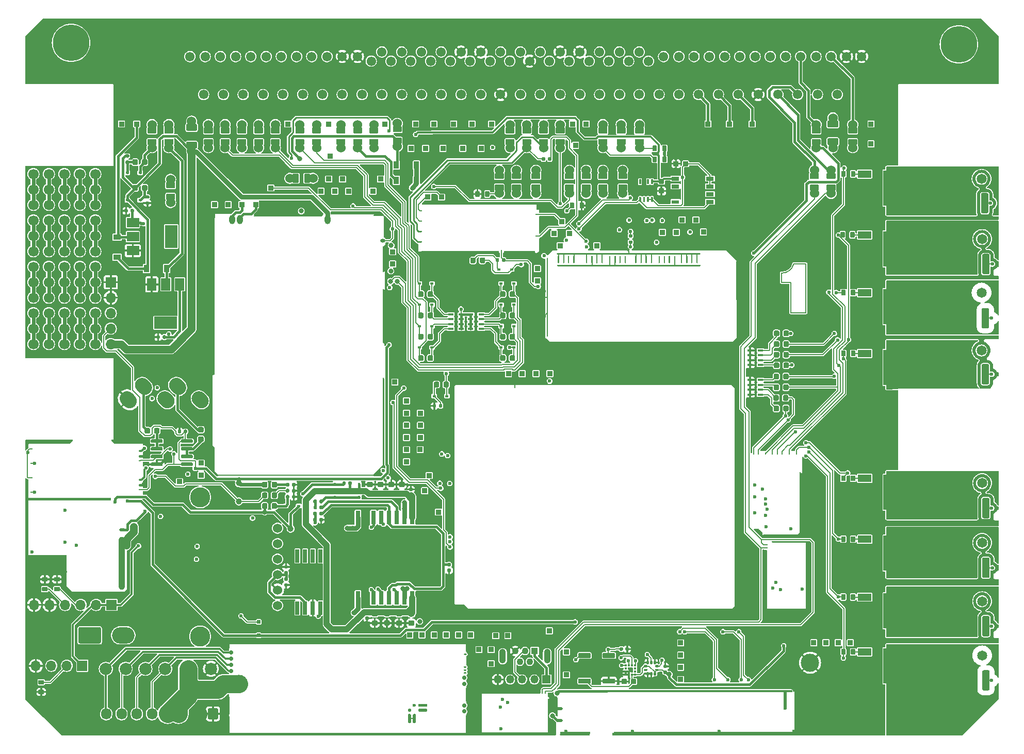
<source format=gtl>
G04 #@! TF.GenerationSoftware,KiCad,Pcbnew,7.0.6-7.0.6~ubuntu22.04.1*
G04 #@! TF.CreationDate,2023-07-13T03:26:03+00:00*
G04 #@! TF.ProjectId,hellen88bmw,68656c6c-656e-4383-9862-6d772e6b6963,B*
G04 #@! TF.SameCoordinates,PX3d1b110PY9269338*
G04 #@! TF.FileFunction,Copper,L1,Top*
G04 #@! TF.FilePolarity,Positive*
%FSLAX46Y46*%
G04 Gerber Fmt 4.6, Leading zero omitted, Abs format (unit mm)*
G04 Created by KiCad (PCBNEW 7.0.6-7.0.6~ubuntu22.04.1) date 2023-07-13 03:26:03*
%MOMM*%
%LPD*%
G01*
G04 APERTURE LIST*
G04 #@! TA.AperFunction,EtchedComponent*
%ADD10C,0.200000*%
G04 #@! TD*
G04 #@! TA.AperFunction,ComponentPad*
%ADD11C,6.000000*%
G04 #@! TD*
G04 #@! TA.AperFunction,ComponentPad*
%ADD12C,1.550000*%
G04 #@! TD*
G04 #@! TA.AperFunction,ComponentPad*
%ADD13C,1.524000*%
G04 #@! TD*
G04 #@! TA.AperFunction,SMDPad,CuDef*
%ADD14R,2.200000X1.200000*%
G04 #@! TD*
G04 #@! TA.AperFunction,SMDPad,CuDef*
%ADD15R,6.400000X5.800000*%
G04 #@! TD*
G04 #@! TA.AperFunction,ComponentPad*
%ADD16R,1.700000X1.700000*%
G04 #@! TD*
G04 #@! TA.AperFunction,ComponentPad*
%ADD17O,1.700000X1.700000*%
G04 #@! TD*
G04 #@! TA.AperFunction,SMDPad,CuDef*
%ADD18R,0.640000X2.160000*%
G04 #@! TD*
G04 #@! TA.AperFunction,ComponentPad*
%ADD19C,1.650000*%
G04 #@! TD*
G04 #@! TA.AperFunction,SMDPad,CuDef*
%ADD20R,0.600000X0.450000*%
G04 #@! TD*
G04 #@! TA.AperFunction,ComponentPad*
%ADD21R,0.850000X0.850000*%
G04 #@! TD*
G04 #@! TA.AperFunction,SMDPad,CuDef*
%ADD22R,0.900000X1.200000*%
G04 #@! TD*
G04 #@! TA.AperFunction,ComponentPad*
%ADD23R,1.350000X1.350000*%
G04 #@! TD*
G04 #@! TA.AperFunction,ComponentPad*
%ADD24O,1.350000X1.350000*%
G04 #@! TD*
G04 #@! TA.AperFunction,SMDPad,CuDef*
%ADD25C,3.000000*%
G04 #@! TD*
G04 #@! TA.AperFunction,ComponentPad*
%ADD26C,1.700000*%
G04 #@! TD*
G04 #@! TA.AperFunction,SMDPad,CuDef*
%ADD27R,0.900000X0.400000*%
G04 #@! TD*
G04 #@! TA.AperFunction,ComponentPad*
%ADD28C,2.000000*%
G04 #@! TD*
G04 #@! TA.AperFunction,SMDPad,CuDef*
%ADD29C,1.000000*%
G04 #@! TD*
G04 #@! TA.AperFunction,SMDPad,CuDef*
%ADD30R,0.800000X2.200000*%
G04 #@! TD*
G04 #@! TA.AperFunction,SMDPad,CuDef*
%ADD31R,2.032000X5.080000*%
G04 #@! TD*
G04 #@! TA.AperFunction,ComponentPad*
%ADD32C,1.300000*%
G04 #@! TD*
G04 #@! TA.AperFunction,SMDPad,CuDef*
%ADD33R,11.430000X7.620000*%
G04 #@! TD*
G04 #@! TA.AperFunction,SMDPad,CuDef*
%ADD34O,0.200000X5.669999*%
G04 #@! TD*
G04 #@! TA.AperFunction,SMDPad,CuDef*
%ADD35O,11.100001X0.200000*%
G04 #@! TD*
G04 #@! TA.AperFunction,SMDPad,CuDef*
%ADD36O,9.800001X0.399999*%
G04 #@! TD*
G04 #@! TA.AperFunction,SMDPad,CuDef*
%ADD37O,0.499999X0.250000*%
G04 #@! TD*
G04 #@! TA.AperFunction,SMDPad,CuDef*
%ADD38O,0.200000X6.799999*%
G04 #@! TD*
G04 #@! TA.AperFunction,SMDPad,CuDef*
%ADD39O,0.250000X0.499999*%
G04 #@! TD*
G04 #@! TA.AperFunction,ComponentPad*
%ADD40C,0.599999*%
G04 #@! TD*
G04 #@! TA.AperFunction,SMDPad,CuDef*
%ADD41R,0.350000X0.375000*%
G04 #@! TD*
G04 #@! TA.AperFunction,SMDPad,CuDef*
%ADD42R,0.375000X0.350000*%
G04 #@! TD*
G04 #@! TA.AperFunction,SMDPad,CuDef*
%ADD43O,0.500000X0.250000*%
G04 #@! TD*
G04 #@! TA.AperFunction,SMDPad,CuDef*
%ADD44O,0.200000X1.000000*%
G04 #@! TD*
G04 #@! TA.AperFunction,SMDPad,CuDef*
%ADD45O,5.200000X0.200000*%
G04 #@! TD*
G04 #@! TA.AperFunction,SMDPad,CuDef*
%ADD46O,17.600000X0.200000*%
G04 #@! TD*
G04 #@! TA.AperFunction,SMDPad,CuDef*
%ADD47O,12.800000X0.200000*%
G04 #@! TD*
G04 #@! TA.AperFunction,SMDPad,CuDef*
%ADD48O,0.250000X0.500000*%
G04 #@! TD*
G04 #@! TA.AperFunction,ComponentPad*
%ADD49O,3.700000X2.700000*%
G04 #@! TD*
G04 #@! TA.AperFunction,ComponentPad*
%ADD50C,0.700000*%
G04 #@! TD*
G04 #@! TA.AperFunction,SMDPad,CuDef*
%ADD51R,0.250000X3.000000*%
G04 #@! TD*
G04 #@! TA.AperFunction,SMDPad,CuDef*
%ADD52R,0.250000X3.100000*%
G04 #@! TD*
G04 #@! TA.AperFunction,SMDPad,CuDef*
%ADD53R,0.250000X2.250000*%
G04 #@! TD*
G04 #@! TA.AperFunction,SMDPad,CuDef*
%ADD54R,0.250000X1.450000*%
G04 #@! TD*
G04 #@! TA.AperFunction,SMDPad,CuDef*
%ADD55R,39.250000X0.250000*%
G04 #@! TD*
G04 #@! TA.AperFunction,SMDPad,CuDef*
%ADD56R,0.250000X2.950000*%
G04 #@! TD*
G04 #@! TA.AperFunction,SMDPad,CuDef*
%ADD57R,0.250000X0.950000*%
G04 #@! TD*
G04 #@! TA.AperFunction,SMDPad,CuDef*
%ADD58O,0.399999X7.200001*%
G04 #@! TD*
G04 #@! TA.AperFunction,SMDPad,CuDef*
%ADD59O,30.000001X0.399999*%
G04 #@! TD*
G04 #@! TA.AperFunction,SMDPad,CuDef*
%ADD60O,5.000000X0.399999*%
G04 #@! TD*
G04 #@! TA.AperFunction,SMDPad,CuDef*
%ADD61O,1.000001X0.499999*%
G04 #@! TD*
G04 #@! TA.AperFunction,SMDPad,CuDef*
%ADD62O,0.200000X3.099999*%
G04 #@! TD*
G04 #@! TA.AperFunction,SMDPad,CuDef*
%ADD63O,0.499999X2.999999*%
G04 #@! TD*
G04 #@! TA.AperFunction,SMDPad,CuDef*
%ADD64O,35.400000X0.399999*%
G04 #@! TD*
G04 #@! TA.AperFunction,ComponentPad*
%ADD65O,1.700000X1.850000*%
G04 #@! TD*
G04 #@! TA.AperFunction,SMDPad,CuDef*
%ADD66R,1.310000X0.650000*%
G04 #@! TD*
G04 #@! TA.AperFunction,SMDPad,CuDef*
%ADD67R,1.310000X0.600000*%
G04 #@! TD*
G04 #@! TA.AperFunction,SMDPad,CuDef*
%ADD68R,1.325000X1.500000*%
G04 #@! TD*
G04 #@! TA.AperFunction,ComponentPad*
%ADD69R,1.100000X1.100000*%
G04 #@! TD*
G04 #@! TA.AperFunction,ComponentPad*
%ADD70C,1.100000*%
G04 #@! TD*
G04 #@! TA.AperFunction,ComponentPad*
%ADD71O,1.100000X2.400000*%
G04 #@! TD*
G04 #@! TA.AperFunction,ComponentPad*
%ADD72C,3.302000*%
G04 #@! TD*
G04 #@! TA.AperFunction,SMDPad,CuDef*
%ADD73O,0.200000X3.600000*%
G04 #@! TD*
G04 #@! TA.AperFunction,SMDPad,CuDef*
%ADD74O,0.200000X4.249999*%
G04 #@! TD*
G04 #@! TA.AperFunction,SMDPad,CuDef*
%ADD75O,0.200000X14.399999*%
G04 #@! TD*
G04 #@! TA.AperFunction,SMDPad,CuDef*
%ADD76O,0.200000X8.824999*%
G04 #@! TD*
G04 #@! TA.AperFunction,SMDPad,CuDef*
%ADD77O,1.699999X0.200000*%
G04 #@! TD*
G04 #@! TA.AperFunction,SMDPad,CuDef*
%ADD78O,25.699999X0.200000*%
G04 #@! TD*
G04 #@! TA.AperFunction,SMDPad,CuDef*
%ADD79O,11.324999X0.200000*%
G04 #@! TD*
G04 #@! TA.AperFunction,SMDPad,CuDef*
%ADD80O,0.200000X25.849999*%
G04 #@! TD*
G04 #@! TA.AperFunction,SMDPad,CuDef*
%ADD81O,0.200000X4.149999*%
G04 #@! TD*
G04 #@! TA.AperFunction,SMDPad,CuDef*
%ADD82O,1.000001X1.500000*%
G04 #@! TD*
G04 #@! TA.AperFunction,SMDPad,CuDef*
%ADD83O,0.800001X0.599999*%
G04 #@! TD*
G04 #@! TA.AperFunction,SMDPad,CuDef*
%ADD84R,2.400000X1.600000*%
G04 #@! TD*
G04 #@! TA.AperFunction,SMDPad,CuDef*
%ADD85O,1.000001X8.744829*%
G04 #@! TD*
G04 #@! TA.AperFunction,SMDPad,CuDef*
%ADD86O,0.200000X9.199999*%
G04 #@! TD*
G04 #@! TA.AperFunction,SMDPad,CuDef*
%ADD87O,0.200000X0.499999*%
G04 #@! TD*
G04 #@! TA.AperFunction,SMDPad,CuDef*
%ADD88O,6.500000X0.200000*%
G04 #@! TD*
G04 #@! TA.AperFunction,SMDPad,CuDef*
%ADD89O,0.399999X5.399999*%
G04 #@! TD*
G04 #@! TA.AperFunction,SMDPad,CuDef*
%ADD90O,13.800000X0.200000*%
G04 #@! TD*
G04 #@! TA.AperFunction,SMDPad,CuDef*
%ADD91O,9.000000X0.399999*%
G04 #@! TD*
G04 #@! TA.AperFunction,SMDPad,CuDef*
%ADD92O,0.250000X10.200000*%
G04 #@! TD*
G04 #@! TA.AperFunction,SMDPad,CuDef*
%ADD93O,5.800001X0.250000*%
G04 #@! TD*
G04 #@! TA.AperFunction,SMDPad,CuDef*
%ADD94O,0.200000X0.399999*%
G04 #@! TD*
G04 #@! TA.AperFunction,SMDPad,CuDef*
%ADD95R,1.500000X2.000000*%
G04 #@! TD*
G04 #@! TA.AperFunction,SMDPad,CuDef*
%ADD96R,3.800000X2.000000*%
G04 #@! TD*
G04 #@! TA.AperFunction,SMDPad,CuDef*
%ADD97O,5.669999X0.200000*%
G04 #@! TD*
G04 #@! TA.AperFunction,SMDPad,CuDef*
%ADD98O,0.200000X11.100001*%
G04 #@! TD*
G04 #@! TA.AperFunction,SMDPad,CuDef*
%ADD99O,0.399999X9.800001*%
G04 #@! TD*
G04 #@! TA.AperFunction,SMDPad,CuDef*
%ADD100O,6.799999X0.200000*%
G04 #@! TD*
G04 #@! TA.AperFunction,SMDPad,CuDef*
%ADD101R,2.000000X1.500000*%
G04 #@! TD*
G04 #@! TA.AperFunction,SMDPad,CuDef*
%ADD102R,2.000000X3.800000*%
G04 #@! TD*
G04 #@! TA.AperFunction,SMDPad,CuDef*
%ADD103R,0.450000X0.600000*%
G04 #@! TD*
G04 #@! TA.AperFunction,SMDPad,CuDef*
%ADD104R,1.200000X0.900000*%
G04 #@! TD*
G04 #@! TA.AperFunction,ViaPad*
%ADD105C,0.600000*%
G04 #@! TD*
G04 #@! TA.AperFunction,ViaPad*
%ADD106C,0.800000*%
G04 #@! TD*
G04 #@! TA.AperFunction,ViaPad*
%ADD107C,1.300000*%
G04 #@! TD*
G04 #@! TA.AperFunction,ViaPad*
%ADD108C,0.812800*%
G04 #@! TD*
G04 #@! TA.AperFunction,Conductor*
%ADD109C,0.400000*%
G04 #@! TD*
G04 #@! TA.AperFunction,Conductor*
%ADD110C,0.300000*%
G04 #@! TD*
G04 #@! TA.AperFunction,Conductor*
%ADD111C,0.200000*%
G04 #@! TD*
G04 #@! TA.AperFunction,Conductor*
%ADD112C,1.000000*%
G04 #@! TD*
G04 #@! TA.AperFunction,Conductor*
%ADD113C,1.300000*%
G04 #@! TD*
G04 #@! TA.AperFunction,Conductor*
%ADD114C,0.800000*%
G04 #@! TD*
G04 #@! TA.AperFunction,Conductor*
%ADD115C,3.000000*%
G04 #@! TD*
G04 #@! TA.AperFunction,Conductor*
%ADD116C,0.600000*%
G04 #@! TD*
G04 #@! TA.AperFunction,Conductor*
%ADD117C,0.250000*%
G04 #@! TD*
G04 APERTURE END LIST*
D10*
G04 #@! TO.C,G1*
X124231349Y74530713D02*
X124231349Y76030713D01*
X124231349Y74530713D02*
X125731349Y74530713D01*
X125731349Y74530713D02*
X125731349Y69530713D01*
X125731349Y69530713D02*
X128231349Y69530713D01*
X128231349Y77530713D02*
X126231349Y77530713D01*
X128231349Y69530713D02*
X128231349Y77530713D01*
X124231349Y76030713D02*
G75*
G03*
X126231348Y77530713I78399J1978801D01*
G01*
G04 #@! TD*
D11*
G04 #@! TO.P,PP1,*
G04 #@! TO.N,*
X7632400Y113856400D03*
X153342400Y113606400D03*
D12*
G04 #@! TO.P,PP1,1,1*
G04 #@! TO.N,Net-(JP1-Pad1)*
X27142400Y111606400D03*
G04 #@! TO.P,PP1,2,2*
G04 #@! TO.N,/OUT_ICV*
X32142400Y111606400D03*
G04 #@! TO.P,PP1,3,3*
G04 #@! TO.N,Net-(JP3-Pad1)*
X37142400Y111606400D03*
G04 #@! TO.P,PP1,4,4*
G04 #@! TO.N,Net-(JP4-Pad1)*
X42142400Y111606400D03*
G04 #@! TO.P,PP1,5,5*
G04 #@! TO.N,Net-(JP5-Pad1)*
X47142400Y111606400D03*
G04 #@! TO.P,PP1,6,6*
G04 #@! TO.N,GND*
X52142400Y111606400D03*
G04 #@! TO.P,PP1,7,7*
G04 #@! TO.N,Net-(JP7-Pad1)*
X56892400Y110856400D03*
G04 #@! TO.P,PP1,8,8*
G04 #@! TO.N,Net-(JP8-Pad1)*
X60142400Y110856400D03*
G04 #@! TO.P,PP1,9,9*
G04 #@! TO.N,unconnected-(PP1-Pad9)*
X63392400Y110856400D03*
G04 #@! TO.P,PP1,10,10*
G04 #@! TO.N,unconnected-(PP1-Pad10)*
X66642400Y110856400D03*
G04 #@! TO.P,PP1,11,11*
G04 #@! TO.N,Net-(PP1-Pad11)*
X69892400Y110856400D03*
G04 #@! TO.P,PP1,12,12*
G04 #@! TO.N,Net-(PP1-Pad12)*
X73142400Y110856400D03*
G04 #@! TO.P,PP1,13,13*
G04 #@! TO.N,Net-(PP1-Pad13)*
X76392400Y110856400D03*
G04 #@! TO.P,PP1,14,14*
G04 #@! TO.N,Net-(JP14-Pad1)*
X79642400Y110856400D03*
G04 #@! TO.P,PP1,15,15*
G04 #@! TO.N,GND*
X82892400Y110856400D03*
G04 #@! TO.P,PP1,16,16*
G04 #@! TO.N,Net-(JP16-Pad1)*
X86142400Y110856400D03*
G04 #@! TO.P,PP1,17,17*
G04 #@! TO.N,Net-(JP17-Pad1)*
X89392400Y110856400D03*
G04 #@! TO.P,PP1,18,18*
G04 #@! TO.N,Net-(PP1-Pad18)*
X92642400Y110856400D03*
G04 #@! TO.P,PP1,19,19*
G04 #@! TO.N,Net-(PP1-Pad19)*
X95892400Y110856400D03*
G04 #@! TO.P,PP1,20,20*
G04 #@! TO.N,Net-(JP20-Pad1)*
X99142400Y110856400D03*
G04 #@! TO.P,PP1,21,21*
G04 #@! TO.N,Net-(JP21-Pad1)*
X102392400Y110856400D03*
G04 #@! TO.P,PP1,22,22*
G04 #@! TO.N,/HV_7*
X107392400Y111606400D03*
G04 #@! TO.P,PP1,23,23*
G04 #@! TO.N,/HV_4*
X112392400Y111606400D03*
G04 #@! TO.P,PP1,24,24*
G04 #@! TO.N,/HV_6*
X117392400Y111606400D03*
G04 #@! TO.P,PP1,25,25*
G04 #@! TO.N,/HV_5*
X122392400Y111606400D03*
G04 #@! TO.P,PP1,26,26*
G04 #@! TO.N,Net-(JP26-Pad1)*
X127392400Y111606400D03*
G04 #@! TO.P,PP1,27,27*
G04 #@! TO.N,Net-(JP27-Pad1)*
X132392400Y111606400D03*
G04 #@! TO.P,PP1,28,28*
G04 #@! TO.N,GND*
X137392400Y111606400D03*
G04 #@! TO.P,PP1,29,29*
G04 #@! TO.N,Net-(JP29-Pad1)*
X29642400Y111606400D03*
G04 #@! TO.P,PP1,30,30*
G04 #@! TO.N,Net-(PP1-Pad30)*
X34642400Y111606400D03*
G04 #@! TO.P,PP1,31,31*
G04 #@! TO.N,Net-(JP31-Pad1)*
X39642400Y111606400D03*
G04 #@! TO.P,PP1,32,32*
G04 #@! TO.N,Net-(JP32-Pad1)*
X44642400Y111606400D03*
G04 #@! TO.P,PP1,33,33*
G04 #@! TO.N,Net-(JP33-Pad1)*
X49642400Y111606400D03*
G04 #@! TO.P,PP1,34,34*
G04 #@! TO.N,GND*
X54642400Y111606400D03*
G04 #@! TO.P,PP1,35,35*
G04 #@! TO.N,Net-(JP35-Pad1)*
X58642400Y112356400D03*
G04 #@! TO.P,PP1,36,36*
G04 #@! TO.N,Net-(JP36-Pad1)*
X61892400Y112356400D03*
G04 #@! TO.P,PP1,37,37*
G04 #@! TO.N,Net-(PP1-Pad37)*
X65142400Y112356400D03*
G04 #@! TO.P,PP1,38,38*
G04 #@! TO.N,Net-(PP1-Pad38)*
X68392400Y112356400D03*
G04 #@! TO.P,PP1,39,39*
G04 #@! TO.N,GND*
X71642400Y112356400D03*
G04 #@! TO.P,PP1,40,40*
X74892400Y112356400D03*
G04 #@! TO.P,PP1,41,41*
G04 #@! TO.N,Net-(JP41-Pad1)*
X78142400Y112356400D03*
G04 #@! TO.P,PP1,42,42*
G04 #@! TO.N,Net-(JP42-Pad1)*
X81392400Y112356400D03*
G04 #@! TO.P,PP1,43,43*
G04 #@! TO.N,Net-(JP43-Pad1)*
X84642400Y112356400D03*
G04 #@! TO.P,PP1,44,44*
G04 #@! TO.N,GND*
X87892400Y112356400D03*
G04 #@! TO.P,PP1,45,45*
X91142400Y112356400D03*
G04 #@! TO.P,PP1,46,46*
G04 #@! TO.N,Net-(JP46-Pad1)*
X94392400Y112356400D03*
G04 #@! TO.P,PP1,47,47*
G04 #@! TO.N,Net-(JP47-Pad1)*
X97642400Y112356400D03*
G04 #@! TO.P,PP1,48,48*
G04 #@! TO.N,Net-(JP48-Pad1)*
X100892400Y112356400D03*
G04 #@! TO.P,PP1,49,49*
G04 #@! TO.N,/HV_8*
X104892400Y111606400D03*
G04 #@! TO.P,PP1,50,50*
G04 #@! TO.N,/HV_1*
X109892400Y111606400D03*
G04 #@! TO.P,PP1,51,51*
G04 #@! TO.N,/HV_2*
X114892400Y111606400D03*
G04 #@! TO.P,PP1,52,52*
G04 #@! TO.N,/HV_3*
X119892400Y111606400D03*
G04 #@! TO.P,PP1,53,53*
G04 #@! TO.N,unconnected-(PP1-Pad53)*
X124892400Y111606400D03*
G04 #@! TO.P,PP1,54,54*
G04 #@! TO.N,Net-(JP54-Pad1)*
X129892400Y111606400D03*
G04 #@! TO.P,PP1,55,55*
G04 #@! TO.N,GND*
X134892400Y111606400D03*
G04 #@! TO.P,PP1,56,56*
G04 #@! TO.N,Net-(JP2-Pad1)*
X29392400Y105356400D03*
G04 #@! TO.P,PP1,57,57*
G04 #@! TO.N,unconnected-(PP1-Pad57)*
X32642400Y105356400D03*
G04 #@! TO.P,PP1,58,58*
G04 #@! TO.N,unconnected-(PP1-Pad58)*
X35892400Y105356400D03*
G04 #@! TO.P,PP1,59,59*
G04 #@! TO.N,Net-(JP59-Pad1)*
X39142400Y105356400D03*
G04 #@! TO.P,PP1,60,60*
G04 #@! TO.N,Net-(PP1-Pad60)*
X42392400Y105356400D03*
G04 #@! TO.P,PP1,61,61*
G04 #@! TO.N,unconnected-(PP1-Pad61)*
X45642400Y105356400D03*
G04 #@! TO.P,PP1,62,62*
G04 #@! TO.N,Net-(PP1-Pad62)*
X48892400Y105356400D03*
G04 #@! TO.P,PP1,63,63*
G04 #@! TO.N,unconnected-(PP1-Pad63)*
X52142400Y105356400D03*
G04 #@! TO.P,PP1,64,64*
G04 #@! TO.N,Net-(PP1-Pad64)*
X55392400Y105356400D03*
G04 #@! TO.P,PP1,65,65*
G04 #@! TO.N,Net-(PP1-Pad65)*
X58642400Y105356400D03*
G04 #@! TO.P,PP1,66,66*
G04 #@! TO.N,Net-(PP1-Pad66)*
X61892400Y105356400D03*
G04 #@! TO.P,PP1,67,67*
G04 #@! TO.N,Net-(PP1-Pad67)*
X65142400Y105356400D03*
G04 #@! TO.P,PP1,68,68*
G04 #@! TO.N,Net-(PP1-Pad68)*
X68392400Y105356400D03*
G04 #@! TO.P,PP1,69,69*
G04 #@! TO.N,/IN_KNOCK1_RAW*
X71642400Y105356400D03*
G04 #@! TO.P,PP1,70,70*
G04 #@! TO.N,/IN_KNOCK2_RAW*
X74892400Y105356400D03*
G04 #@! TO.P,PP1,71,71*
G04 #@! TO.N,GND*
X78142400Y105356400D03*
G04 #@! TO.P,PP1,72,72*
G04 #@! TO.N,unconnected-(PP1-Pad72)*
X81392400Y105356400D03*
G04 #@! TO.P,PP1,73,73*
G04 #@! TO.N,Net-(JP73-Pad1)*
X84642400Y105356400D03*
G04 #@! TO.P,PP1,74,74*
G04 #@! TO.N,unconnected-(PP1-Pad74)*
X87892400Y105356400D03*
G04 #@! TO.P,PP1,75,75*
G04 #@! TO.N,unconnected-(PP1-Pad75)*
X91142400Y105356400D03*
G04 #@! TO.P,PP1,76,76*
G04 #@! TO.N,unconnected-(PP1-Pad76)*
X94392400Y105356400D03*
G04 #@! TO.P,PP1,77,77*
G04 #@! TO.N,Net-(JP77-Pad1)*
X97642400Y105356400D03*
G04 #@! TO.P,PP1,78,78*
G04 #@! TO.N,Net-(JP78-Pad1)*
X100892400Y105356400D03*
G04 #@! TO.P,PP1,79,79*
G04 #@! TO.N,unconnected-(PP1-Pad79)*
X104142400Y105356400D03*
G04 #@! TO.P,PP1,80,80*
G04 #@! TO.N,unconnected-(PP1-Pad80)*
X107392400Y105356400D03*
G04 #@! TO.P,PP1,81,81*
G04 #@! TO.N,Net-(PP1-Pad81)*
X110642400Y105356400D03*
G04 #@! TO.P,PP1,82,82*
G04 #@! TO.N,Net-(PP1-Pad82)*
X113892400Y105356400D03*
G04 #@! TO.P,PP1,83,83*
G04 #@! TO.N,Net-(PP1-Pad83)*
X117142400Y105356400D03*
G04 #@! TO.P,PP1,84,84*
G04 #@! TO.N,GND*
X120392400Y105356400D03*
G04 #@! TO.P,PP1,85,85*
G04 #@! TO.N,Net-(JP85-Pad1)*
X123642400Y105356400D03*
G04 #@! TO.P,PP1,86,86*
G04 #@! TO.N,Net-(JP86-Pad1)*
X126892400Y105356400D03*
G04 #@! TO.P,PP1,87,87*
G04 #@! TO.N,Net-(PP1-Pad87)*
X130142400Y105356400D03*
G04 #@! TO.P,PP1,88,88*
G04 #@! TO.N,Net-(PP1-Pad88)*
X133392400Y105356400D03*
G04 #@! TD*
D13*
G04 #@! TO.P,JP1,1,1*
G04 #@! TO.N,Net-(JP1-Pad1)*
X20926000Y100428000D03*
G04 #@! TA.AperFunction,SMDPad,CuDef*
G36*
G01*
X20301000Y99973001D02*
X21551000Y99973001D01*
G75*
G02*
X21651000Y99873001I0J-100000D01*
G01*
X21651000Y99073001D01*
G75*
G02*
X21551000Y98973001I-100000J0D01*
G01*
X20301000Y98973001D01*
G75*
G02*
X20201000Y99073001I0J100000D01*
G01*
X20201000Y99873001D01*
G75*
G02*
X20301000Y99973001I100000J0D01*
G01*
G37*
G04 #@! TD.AperFunction*
G04 #@! TO.P,JP1,2,2*
G04 #@! TO.N,/OUT_FUEL_PUMP_RELAY*
G04 #@! TA.AperFunction,SMDPad,CuDef*
G36*
G01*
X20301000Y98072979D02*
X21551000Y98072979D01*
G75*
G02*
X21651000Y97972979I0J-100000D01*
G01*
X21651000Y97172979D01*
G75*
G02*
X21551000Y97072979I-100000J0D01*
G01*
X20301000Y97072979D01*
G75*
G02*
X20201000Y97172979I0J100000D01*
G01*
X20201000Y97972979D01*
G75*
G02*
X20301000Y98072979I100000J0D01*
G01*
G37*
G04 #@! TD.AperFunction*
X20926000Y96618000D03*
G04 #@! TD*
G04 #@! TO.P,JP3,1,1*
G04 #@! TO.N,Net-(JP3-Pad1)*
X30176000Y100428000D03*
G04 #@! TA.AperFunction,SMDPad,CuDef*
G36*
G01*
X29551000Y99973001D02*
X30801000Y99973001D01*
G75*
G02*
X30901000Y99873001I0J-100000D01*
G01*
X30901000Y99073001D01*
G75*
G02*
X30801000Y98973001I-100000J0D01*
G01*
X29551000Y98973001D01*
G75*
G02*
X29451000Y99073001I0J100000D01*
G01*
X29451000Y99873001D01*
G75*
G02*
X29551000Y99973001I100000J0D01*
G01*
G37*
G04 #@! TD.AperFunction*
G04 #@! TO.P,JP3,2,2*
G04 #@! TO.N,/OUT_INJ5*
G04 #@! TA.AperFunction,SMDPad,CuDef*
G36*
G01*
X29551000Y98072979D02*
X30801000Y98072979D01*
G75*
G02*
X30901000Y97972979I0J-100000D01*
G01*
X30901000Y97172979D01*
G75*
G02*
X30801000Y97072979I-100000J0D01*
G01*
X29551000Y97072979D01*
G75*
G02*
X29451000Y97172979I0J100000D01*
G01*
X29451000Y97972979D01*
G75*
G02*
X29551000Y98072979I100000J0D01*
G01*
G37*
G04 #@! TD.AperFunction*
X30176000Y96618000D03*
G04 #@! TD*
G04 #@! TO.P,JP4,1,1*
G04 #@! TO.N,Net-(JP4-Pad1)*
X35676000Y100428000D03*
G04 #@! TA.AperFunction,SMDPad,CuDef*
G36*
G01*
X35051000Y99973001D02*
X36301000Y99973001D01*
G75*
G02*
X36401000Y99873001I0J-100000D01*
G01*
X36401000Y99073001D01*
G75*
G02*
X36301000Y98973001I-100000J0D01*
G01*
X35051000Y98973001D01*
G75*
G02*
X34951000Y99073001I0J100000D01*
G01*
X34951000Y99873001D01*
G75*
G02*
X35051000Y99973001I100000J0D01*
G01*
G37*
G04 #@! TD.AperFunction*
G04 #@! TO.P,JP4,2,2*
G04 #@! TO.N,/OUT_INJ6*
G04 #@! TA.AperFunction,SMDPad,CuDef*
G36*
G01*
X35051000Y98072979D02*
X36301000Y98072979D01*
G75*
G02*
X36401000Y97972979I0J-100000D01*
G01*
X36401000Y97172979D01*
G75*
G02*
X36301000Y97072979I-100000J0D01*
G01*
X35051000Y97072979D01*
G75*
G02*
X34951000Y97172979I0J100000D01*
G01*
X34951000Y97972979D01*
G75*
G02*
X35051000Y98072979I100000J0D01*
G01*
G37*
G04 #@! TD.AperFunction*
X35676000Y96618000D03*
G04 #@! TD*
G04 #@! TO.P,JP5,1,1*
G04 #@! TO.N,Net-(JP5-Pad1)*
X45176000Y100428000D03*
G04 #@! TA.AperFunction,SMDPad,CuDef*
G36*
G01*
X44551000Y99973001D02*
X45801000Y99973001D01*
G75*
G02*
X45901000Y99873001I0J-100000D01*
G01*
X45901000Y99073001D01*
G75*
G02*
X45801000Y98973001I-100000J0D01*
G01*
X44551000Y98973001D01*
G75*
G02*
X44451000Y99073001I0J100000D01*
G01*
X44451000Y99873001D01*
G75*
G02*
X44551000Y99973001I100000J0D01*
G01*
G37*
G04 #@! TD.AperFunction*
G04 #@! TO.P,JP5,2,2*
G04 #@! TO.N,/OUT_INJ4*
G04 #@! TA.AperFunction,SMDPad,CuDef*
G36*
G01*
X44551000Y98072979D02*
X45801000Y98072979D01*
G75*
G02*
X45901000Y97972979I0J-100000D01*
G01*
X45901000Y97172979D01*
G75*
G02*
X45801000Y97072979I-100000J0D01*
G01*
X44551000Y97072979D01*
G75*
G02*
X44451000Y97172979I0J100000D01*
G01*
X44451000Y97972979D01*
G75*
G02*
X44551000Y98072979I100000J0D01*
G01*
G37*
G04 #@! TD.AperFunction*
X45176000Y96618000D03*
G04 #@! TD*
G04 #@! TO.P,JP7,1,1*
G04 #@! TO.N,Net-(JP7-Pad1)*
X51926000Y100428000D03*
G04 #@! TA.AperFunction,SMDPad,CuDef*
G36*
G01*
X51301000Y99973001D02*
X52551000Y99973001D01*
G75*
G02*
X52651000Y99873001I0J-100000D01*
G01*
X52651000Y99073001D01*
G75*
G02*
X52551000Y98973001I-100000J0D01*
G01*
X51301000Y98973001D01*
G75*
G02*
X51201000Y99073001I0J100000D01*
G01*
X51201000Y99873001D01*
G75*
G02*
X51301000Y99973001I100000J0D01*
G01*
G37*
G04 #@! TD.AperFunction*
G04 #@! TO.P,JP7,2,2*
G04 #@! TO.N,/OUT_INJ7*
G04 #@! TA.AperFunction,SMDPad,CuDef*
G36*
G01*
X51301000Y98072979D02*
X52551000Y98072979D01*
G75*
G02*
X52651000Y97972979I0J-100000D01*
G01*
X52651000Y97172979D01*
G75*
G02*
X52551000Y97072979I-100000J0D01*
G01*
X51301000Y97072979D01*
G75*
G02*
X51201000Y97172979I0J100000D01*
G01*
X51201000Y97972979D01*
G75*
G02*
X51301000Y98072979I100000J0D01*
G01*
G37*
G04 #@! TD.AperFunction*
X51926000Y96618000D03*
G04 #@! TD*
G04 #@! TO.P,JP16,1,1*
G04 #@! TO.N,Net-(JP16-Pad1)*
X85176000Y100428000D03*
G04 #@! TA.AperFunction,SMDPad,CuDef*
G36*
G01*
X84551000Y99973001D02*
X85801000Y99973001D01*
G75*
G02*
X85901000Y99873001I0J-100000D01*
G01*
X85901000Y99073001D01*
G75*
G02*
X85801000Y98973001I-100000J0D01*
G01*
X84551000Y98973001D01*
G75*
G02*
X84451000Y99073001I0J100000D01*
G01*
X84451000Y99873001D01*
G75*
G02*
X84551000Y99973001I100000J0D01*
G01*
G37*
G04 #@! TD.AperFunction*
G04 #@! TO.P,JP16,2,2*
G04 #@! TO.N,/IN_CRANK-*
G04 #@! TA.AperFunction,SMDPad,CuDef*
G36*
G01*
X84551000Y98072979D02*
X85801000Y98072979D01*
G75*
G02*
X85901000Y97972979I0J-100000D01*
G01*
X85901000Y97172979D01*
G75*
G02*
X85801000Y97072979I-100000J0D01*
G01*
X84551000Y97072979D01*
G75*
G02*
X84451000Y97172979I0J100000D01*
G01*
X84451000Y97972979D01*
G75*
G02*
X84551000Y98072979I100000J0D01*
G01*
G37*
G04 #@! TD.AperFunction*
X85176000Y96618000D03*
G04 #@! TD*
G04 #@! TO.P,JP17,1,1*
G04 #@! TO.N,Net-(JP17-Pad1)*
X87926000Y100428000D03*
G04 #@! TA.AperFunction,SMDPad,CuDef*
G36*
G01*
X87301000Y99973001D02*
X88551000Y99973001D01*
G75*
G02*
X88651000Y99873001I0J-100000D01*
G01*
X88651000Y99073001D01*
G75*
G02*
X88551000Y98973001I-100000J0D01*
G01*
X87301000Y98973001D01*
G75*
G02*
X87201000Y99073001I0J100000D01*
G01*
X87201000Y99873001D01*
G75*
G02*
X87301000Y99973001I100000J0D01*
G01*
G37*
G04 #@! TD.AperFunction*
G04 #@! TO.P,JP17,2,2*
G04 #@! TO.N,/IN_CAM*
G04 #@! TA.AperFunction,SMDPad,CuDef*
G36*
G01*
X87301000Y98072979D02*
X88551000Y98072979D01*
G75*
G02*
X88651000Y97972979I0J-100000D01*
G01*
X88651000Y97172979D01*
G75*
G02*
X88551000Y97072979I-100000J0D01*
G01*
X87301000Y97072979D01*
G75*
G02*
X87201000Y97172979I0J100000D01*
G01*
X87201000Y97972979D01*
G75*
G02*
X87301000Y98072979I100000J0D01*
G01*
G37*
G04 #@! TD.AperFunction*
X87926000Y96618000D03*
G04 #@! TD*
G04 #@! TO.P,JP20,1,1*
G04 #@! TO.N,Net-(JP20-Pad1)*
X94926000Y92928000D03*
G04 #@! TA.AperFunction,SMDPad,CuDef*
G36*
G01*
X94301000Y92473001D02*
X95551000Y92473001D01*
G75*
G02*
X95651000Y92373001I0J-100000D01*
G01*
X95651000Y91573001D01*
G75*
G02*
X95551000Y91473001I-100000J0D01*
G01*
X94301000Y91473001D01*
G75*
G02*
X94201000Y91573001I0J100000D01*
G01*
X94201000Y92373001D01*
G75*
G02*
X94301000Y92473001I100000J0D01*
G01*
G37*
G04 #@! TD.AperFunction*
G04 #@! TO.P,JP20,2,2*
G04 #@! TO.N,/USBP*
G04 #@! TA.AperFunction,SMDPad,CuDef*
G36*
G01*
X94301000Y90572979D02*
X95551000Y90572979D01*
G75*
G02*
X95651000Y90472979I0J-100000D01*
G01*
X95651000Y89672979D01*
G75*
G02*
X95551000Y89572979I-100000J0D01*
G01*
X94301000Y89572979D01*
G75*
G02*
X94201000Y89672979I0J100000D01*
G01*
X94201000Y90472979D01*
G75*
G02*
X94301000Y90572979I100000J0D01*
G01*
G37*
G04 #@! TD.AperFunction*
X94926000Y89118000D03*
G04 #@! TD*
G04 #@! TO.P,JP21,1,1*
G04 #@! TO.N,Net-(JP21-Pad1)*
X98176000Y92928000D03*
G04 #@! TA.AperFunction,SMDPad,CuDef*
G36*
G01*
X97551000Y92473001D02*
X98801000Y92473001D01*
G75*
G02*
X98901000Y92373001I0J-100000D01*
G01*
X98901000Y91573001D01*
G75*
G02*
X98801000Y91473001I-100000J0D01*
G01*
X97551000Y91473001D01*
G75*
G02*
X97451000Y91573001I0J100000D01*
G01*
X97451000Y92373001D01*
G75*
G02*
X97551000Y92473001I100000J0D01*
G01*
G37*
G04 #@! TD.AperFunction*
G04 #@! TO.P,JP21,2,2*
G04 #@! TO.N,/USBM*
G04 #@! TA.AperFunction,SMDPad,CuDef*
G36*
G01*
X97551000Y90572979D02*
X98801000Y90572979D01*
G75*
G02*
X98901000Y90472979I0J-100000D01*
G01*
X98901000Y89672979D01*
G75*
G02*
X98801000Y89572979I-100000J0D01*
G01*
X97551000Y89572979D01*
G75*
G02*
X97451000Y89672979I0J100000D01*
G01*
X97451000Y90472979D01*
G75*
G02*
X97551000Y90572979I100000J0D01*
G01*
G37*
G04 #@! TD.AperFunction*
X98176000Y89118000D03*
G04 #@! TD*
G04 #@! TO.P,JP26,1,1*
G04 #@! TO.N,Net-(JP26-Pad1)*
X129926000Y100428000D03*
G04 #@! TA.AperFunction,SMDPad,CuDef*
G36*
G01*
X129301000Y99973001D02*
X130551000Y99973001D01*
G75*
G02*
X130651000Y99873001I0J-100000D01*
G01*
X130651000Y99073001D01*
G75*
G02*
X130551000Y98973001I-100000J0D01*
G01*
X129301000Y98973001D01*
G75*
G02*
X129201000Y99073001I0J100000D01*
G01*
X129201000Y99873001D01*
G75*
G02*
X129301000Y99973001I100000J0D01*
G01*
G37*
G04 #@! TD.AperFunction*
G04 #@! TO.P,JP26,2,2*
G04 #@! TO.N,/V12_PERM*
G04 #@! TA.AperFunction,SMDPad,CuDef*
G36*
G01*
X129301000Y98072979D02*
X130551000Y98072979D01*
G75*
G02*
X130651000Y97972979I0J-100000D01*
G01*
X130651000Y97172979D01*
G75*
G02*
X130551000Y97072979I-100000J0D01*
G01*
X129301000Y97072979D01*
G75*
G02*
X129201000Y97172979I0J100000D01*
G01*
X129201000Y97972979D01*
G75*
G02*
X129301000Y98072979I100000J0D01*
G01*
G37*
G04 #@! TD.AperFunction*
X129926000Y96618000D03*
G04 #@! TD*
G04 #@! TO.P,JP27,1,1*
G04 #@! TO.N,Net-(JP27-Pad1)*
X135926000Y100428000D03*
G04 #@! TA.AperFunction,SMDPad,CuDef*
G36*
G01*
X135301000Y99973001D02*
X136551000Y99973001D01*
G75*
G02*
X136651000Y99873001I0J-100000D01*
G01*
X136651000Y99073001D01*
G75*
G02*
X136551000Y98973001I-100000J0D01*
G01*
X135301000Y98973001D01*
G75*
G02*
X135201000Y99073001I0J100000D01*
G01*
X135201000Y99873001D01*
G75*
G02*
X135301000Y99973001I100000J0D01*
G01*
G37*
G04 #@! TD.AperFunction*
G04 #@! TO.P,JP27,2,2*
G04 #@! TO.N,/OUT_MAIN_RELAY*
G04 #@! TA.AperFunction,SMDPad,CuDef*
G36*
G01*
X135301000Y98072979D02*
X136551000Y98072979D01*
G75*
G02*
X136651000Y97972979I0J-100000D01*
G01*
X136651000Y97172979D01*
G75*
G02*
X136551000Y97072979I-100000J0D01*
G01*
X135301000Y97072979D01*
G75*
G02*
X135201000Y97172979I0J100000D01*
G01*
X135201000Y97972979D01*
G75*
G02*
X135301000Y98072979I100000J0D01*
G01*
G37*
G04 #@! TD.AperFunction*
X135926000Y96618000D03*
G04 #@! TD*
G04 #@! TO.P,JP29,1,1*
G04 #@! TO.N,Net-(JP29-Pad1)*
X23676000Y100428000D03*
G04 #@! TA.AperFunction,SMDPad,CuDef*
G36*
G01*
X23051000Y99973001D02*
X24301000Y99973001D01*
G75*
G02*
X24401000Y99873001I0J-100000D01*
G01*
X24401000Y99073001D01*
G75*
G02*
X24301000Y98973001I-100000J0D01*
G01*
X23051000Y98973001D01*
G75*
G02*
X22951000Y99073001I0J100000D01*
G01*
X22951000Y99873001D01*
G75*
G02*
X23051000Y99973001I100000J0D01*
G01*
G37*
G04 #@! TD.AperFunction*
G04 #@! TO.P,JP29,2,2*
G04 #@! TO.N,/OUT_IDLE*
G04 #@! TA.AperFunction,SMDPad,CuDef*
G36*
G01*
X23051000Y98072979D02*
X24301000Y98072979D01*
G75*
G02*
X24401000Y97972979I0J-100000D01*
G01*
X24401000Y97172979D01*
G75*
G02*
X24301000Y97072979I-100000J0D01*
G01*
X23051000Y97072979D01*
G75*
G02*
X22951000Y97172979I0J100000D01*
G01*
X22951000Y97972979D01*
G75*
G02*
X23051000Y98072979I100000J0D01*
G01*
G37*
G04 #@! TD.AperFunction*
X23676000Y96618000D03*
G04 #@! TD*
G04 #@! TO.P,JP31,1,1*
G04 #@! TO.N,Net-(JP31-Pad1)*
X32926000Y100428000D03*
G04 #@! TA.AperFunction,SMDPad,CuDef*
G36*
G01*
X32301000Y99973001D02*
X33551000Y99973001D01*
G75*
G02*
X33651000Y99873001I0J-100000D01*
G01*
X33651000Y99073001D01*
G75*
G02*
X33551000Y98973001I-100000J0D01*
G01*
X32301000Y98973001D01*
G75*
G02*
X32201000Y99073001I0J100000D01*
G01*
X32201000Y99873001D01*
G75*
G02*
X32301000Y99973001I100000J0D01*
G01*
G37*
G04 #@! TD.AperFunction*
G04 #@! TO.P,JP31,2,2*
G04 #@! TO.N,/OUT_INJ3*
G04 #@! TA.AperFunction,SMDPad,CuDef*
G36*
G01*
X32301000Y98072979D02*
X33551000Y98072979D01*
G75*
G02*
X33651000Y97972979I0J-100000D01*
G01*
X33651000Y97172979D01*
G75*
G02*
X33551000Y97072979I-100000J0D01*
G01*
X32301000Y97072979D01*
G75*
G02*
X32201000Y97172979I0J100000D01*
G01*
X32201000Y97972979D01*
G75*
G02*
X32301000Y98072979I100000J0D01*
G01*
G37*
G04 #@! TD.AperFunction*
X32926000Y96618000D03*
G04 #@! TD*
G04 #@! TO.P,JP32,1,1*
G04 #@! TO.N,Net-(JP32-Pad1)*
X41176000Y100428000D03*
G04 #@! TA.AperFunction,SMDPad,CuDef*
G36*
G01*
X40551000Y99973001D02*
X41801000Y99973001D01*
G75*
G02*
X41901000Y99873001I0J-100000D01*
G01*
X41901000Y99073001D01*
G75*
G02*
X41801000Y98973001I-100000J0D01*
G01*
X40551000Y98973001D01*
G75*
G02*
X40451000Y99073001I0J100000D01*
G01*
X40451000Y99873001D01*
G75*
G02*
X40551000Y99973001I100000J0D01*
G01*
G37*
G04 #@! TD.AperFunction*
G04 #@! TO.P,JP32,2,2*
G04 #@! TO.N,/OUT_INJ2*
G04 #@! TA.AperFunction,SMDPad,CuDef*
G36*
G01*
X40551000Y98072979D02*
X41801000Y98072979D01*
G75*
G02*
X41901000Y97972979I0J-100000D01*
G01*
X41901000Y97172979D01*
G75*
G02*
X41801000Y97072979I-100000J0D01*
G01*
X40551000Y97072979D01*
G75*
G02*
X40451000Y97172979I0J100000D01*
G01*
X40451000Y97972979D01*
G75*
G02*
X40551000Y98072979I100000J0D01*
G01*
G37*
G04 #@! TD.AperFunction*
X41176000Y96618000D03*
G04 #@! TD*
G04 #@! TO.P,JP33,1,1*
G04 #@! TO.N,Net-(JP33-Pad1)*
X47926000Y100428000D03*
G04 #@! TA.AperFunction,SMDPad,CuDef*
G36*
G01*
X47301000Y99973001D02*
X48551000Y99973001D01*
G75*
G02*
X48651000Y99873001I0J-100000D01*
G01*
X48651000Y99073001D01*
G75*
G02*
X48551000Y98973001I-100000J0D01*
G01*
X47301000Y98973001D01*
G75*
G02*
X47201000Y99073001I0J100000D01*
G01*
X47201000Y99873001D01*
G75*
G02*
X47301000Y99973001I100000J0D01*
G01*
G37*
G04 #@! TD.AperFunction*
G04 #@! TO.P,JP33,2,2*
G04 #@! TO.N,/OUT_INJ1*
G04 #@! TA.AperFunction,SMDPad,CuDef*
G36*
G01*
X47301000Y98072979D02*
X48551000Y98072979D01*
G75*
G02*
X48651000Y97972979I0J-100000D01*
G01*
X48651000Y97172979D01*
G75*
G02*
X48551000Y97072979I-100000J0D01*
G01*
X47301000Y97072979D01*
G75*
G02*
X47201000Y97172979I0J100000D01*
G01*
X47201000Y97972979D01*
G75*
G02*
X47301000Y98072979I100000J0D01*
G01*
G37*
G04 #@! TD.AperFunction*
X47926000Y96618000D03*
G04 #@! TD*
G04 #@! TO.P,JP35,1,1*
G04 #@! TO.N,Net-(JP35-Pad1)*
X57326000Y100428000D03*
G04 #@! TA.AperFunction,SMDPad,CuDef*
G36*
G01*
X56701000Y99973001D02*
X57951000Y99973001D01*
G75*
G02*
X58051000Y99873001I0J-100000D01*
G01*
X58051000Y99073001D01*
G75*
G02*
X57951000Y98973001I-100000J0D01*
G01*
X56701000Y98973001D01*
G75*
G02*
X56601000Y99073001I0J100000D01*
G01*
X56601000Y99873001D01*
G75*
G02*
X56701000Y99973001I100000J0D01*
G01*
G37*
G04 #@! TD.AperFunction*
G04 #@! TO.P,JP35,2,2*
G04 #@! TO.N,/OUT_INJ8*
G04 #@! TA.AperFunction,SMDPad,CuDef*
G36*
G01*
X56701000Y98072979D02*
X57951000Y98072979D01*
G75*
G02*
X58051000Y97972979I0J-100000D01*
G01*
X58051000Y97172979D01*
G75*
G02*
X57951000Y97072979I-100000J0D01*
G01*
X56701000Y97072979D01*
G75*
G02*
X56601000Y97172979I0J100000D01*
G01*
X56601000Y97972979D01*
G75*
G02*
X56701000Y98072979I100000J0D01*
G01*
G37*
G04 #@! TD.AperFunction*
X57326000Y96618000D03*
G04 #@! TD*
G04 #@! TO.P,JP41,1,1*
G04 #@! TO.N,Net-(JP41-Pad1)*
X77926000Y92928000D03*
G04 #@! TA.AperFunction,SMDPad,CuDef*
G36*
G01*
X77301000Y92473001D02*
X78551000Y92473001D01*
G75*
G02*
X78651000Y92373001I0J-100000D01*
G01*
X78651000Y91573001D01*
G75*
G02*
X78551000Y91473001I-100000J0D01*
G01*
X77301000Y91473001D01*
G75*
G02*
X77201000Y91573001I0J100000D01*
G01*
X77201000Y92373001D01*
G75*
G02*
X77301000Y92473001I100000J0D01*
G01*
G37*
G04 #@! TD.AperFunction*
G04 #@! TO.P,JP41,2,2*
G04 #@! TO.N,/IN_MAF*
G04 #@! TA.AperFunction,SMDPad,CuDef*
G36*
G01*
X77301000Y90572979D02*
X78551000Y90572979D01*
G75*
G02*
X78651000Y90472979I0J-100000D01*
G01*
X78651000Y89672979D01*
G75*
G02*
X78551000Y89572979I-100000J0D01*
G01*
X77301000Y89572979D01*
G75*
G02*
X77201000Y89672979I0J100000D01*
G01*
X77201000Y90472979D01*
G75*
G02*
X77301000Y90572979I100000J0D01*
G01*
G37*
G04 #@! TD.AperFunction*
X77926000Y89118000D03*
G04 #@! TD*
G04 #@! TO.P,JP42,1,1*
G04 #@! TO.N,Net-(JP42-Pad1)*
X80726000Y92928000D03*
G04 #@! TA.AperFunction,SMDPad,CuDef*
G36*
G01*
X80101000Y92473001D02*
X81351000Y92473001D01*
G75*
G02*
X81451000Y92373001I0J-100000D01*
G01*
X81451000Y91573001D01*
G75*
G02*
X81351000Y91473001I-100000J0D01*
G01*
X80101000Y91473001D01*
G75*
G02*
X80001000Y91573001I0J100000D01*
G01*
X80001000Y92373001D01*
G75*
G02*
X80101000Y92473001I100000J0D01*
G01*
G37*
G04 #@! TD.AperFunction*
G04 #@! TO.P,JP42,2,2*
G04 #@! TO.N,/IN_VSS*
G04 #@! TA.AperFunction,SMDPad,CuDef*
G36*
G01*
X80101000Y90572979D02*
X81351000Y90572979D01*
G75*
G02*
X81451000Y90472979I0J-100000D01*
G01*
X81451000Y89672979D01*
G75*
G02*
X81351000Y89572979I-100000J0D01*
G01*
X80101000Y89572979D01*
G75*
G02*
X80001000Y89672979I0J100000D01*
G01*
X80001000Y90472979D01*
G75*
G02*
X80101000Y90572979I100000J0D01*
G01*
G37*
G04 #@! TD.AperFunction*
X80726000Y89118000D03*
G04 #@! TD*
G04 #@! TO.P,JP43,1,1*
G04 #@! TO.N,Net-(JP43-Pad1)*
X82426000Y100428000D03*
G04 #@! TA.AperFunction,SMDPad,CuDef*
G36*
G01*
X81801000Y99973001D02*
X83051000Y99973001D01*
G75*
G02*
X83151000Y99873001I0J-100000D01*
G01*
X83151000Y99073001D01*
G75*
G02*
X83051000Y98973001I-100000J0D01*
G01*
X81801000Y98973001D01*
G75*
G02*
X81701000Y99073001I0J100000D01*
G01*
X81701000Y99873001D01*
G75*
G02*
X81801000Y99973001I100000J0D01*
G01*
G37*
G04 #@! TD.AperFunction*
G04 #@! TO.P,JP43,2,2*
G04 #@! TO.N,/IN_CRANK+*
G04 #@! TA.AperFunction,SMDPad,CuDef*
G36*
G01*
X81801000Y98072979D02*
X83051000Y98072979D01*
G75*
G02*
X83151000Y97972979I0J-100000D01*
G01*
X83151000Y97172979D01*
G75*
G02*
X83051000Y97072979I-100000J0D01*
G01*
X81801000Y97072979D01*
G75*
G02*
X81701000Y97172979I0J100000D01*
G01*
X81701000Y97972979D01*
G75*
G02*
X81801000Y98072979I100000J0D01*
G01*
G37*
G04 #@! TD.AperFunction*
X82426000Y96618000D03*
G04 #@! TD*
G04 #@! TO.P,JP46,1,1*
G04 #@! TO.N,Net-(JP46-Pad1)*
X89426000Y92928000D03*
G04 #@! TA.AperFunction,SMDPad,CuDef*
G36*
G01*
X88801000Y92473001D02*
X90051000Y92473001D01*
G75*
G02*
X90151000Y92373001I0J-100000D01*
G01*
X90151000Y91573001D01*
G75*
G02*
X90051000Y91473001I-100000J0D01*
G01*
X88801000Y91473001D01*
G75*
G02*
X88701000Y91573001I0J100000D01*
G01*
X88701000Y92373001D01*
G75*
G02*
X88801000Y92473001I100000J0D01*
G01*
G37*
G04 #@! TD.AperFunction*
G04 #@! TO.P,JP46,2,2*
G04 #@! TO.N,/OUT_FUEL_CONSUM*
G04 #@! TA.AperFunction,SMDPad,CuDef*
G36*
G01*
X88801000Y90572979D02*
X90051000Y90572979D01*
G75*
G02*
X90151000Y90472979I0J-100000D01*
G01*
X90151000Y89672979D01*
G75*
G02*
X90051000Y89572979I-100000J0D01*
G01*
X88801000Y89572979D01*
G75*
G02*
X88701000Y89672979I0J100000D01*
G01*
X88701000Y90472979D01*
G75*
G02*
X88801000Y90572979I100000J0D01*
G01*
G37*
G04 #@! TD.AperFunction*
X89426000Y89118000D03*
G04 #@! TD*
G04 #@! TO.P,JP47,1,1*
G04 #@! TO.N,Net-(JP47-Pad1)*
X92176000Y92928000D03*
G04 #@! TA.AperFunction,SMDPad,CuDef*
G36*
G01*
X91551000Y92473001D02*
X92801000Y92473001D01*
G75*
G02*
X92901000Y92373001I0J-100000D01*
G01*
X92901000Y91573001D01*
G75*
G02*
X92801000Y91473001I-100000J0D01*
G01*
X91551000Y91473001D01*
G75*
G02*
X91451000Y91573001I0J100000D01*
G01*
X91451000Y92373001D01*
G75*
G02*
X91551000Y92473001I100000J0D01*
G01*
G37*
G04 #@! TD.AperFunction*
G04 #@! TO.P,JP47,2,2*
G04 #@! TO.N,/OUT_TACH*
G04 #@! TA.AperFunction,SMDPad,CuDef*
G36*
G01*
X91551000Y90572979D02*
X92801000Y90572979D01*
G75*
G02*
X92901000Y90472979I0J-100000D01*
G01*
X92901000Y89672979D01*
G75*
G02*
X92801000Y89572979I-100000J0D01*
G01*
X91551000Y89572979D01*
G75*
G02*
X91451000Y89672979I0J100000D01*
G01*
X91451000Y90472979D01*
G75*
G02*
X91551000Y90572979I100000J0D01*
G01*
G37*
G04 #@! TD.AperFunction*
X92176000Y89118000D03*
G04 #@! TD*
G04 #@! TO.P,JP54,1,1*
G04 #@! TO.N,Net-(JP54-Pad1)*
X132676000Y101523000D03*
G04 #@! TA.AperFunction,SMDPad,CuDef*
G36*
G01*
X131776000Y100178010D02*
X131776000Y100868010D01*
G75*
G02*
X132006000Y101098010I230000J0D01*
G01*
X133346000Y101098010D01*
G75*
G02*
X133576000Y100868010I0J-230000D01*
G01*
X133576000Y100178010D01*
G75*
G02*
X133346000Y99948010I-230000J0D01*
G01*
X132006000Y99948010D01*
G75*
G02*
X131776000Y100178010I0J230000D01*
G01*
G37*
G04 #@! TD.AperFunction*
G04 #@! TO.P,JP54,2,2*
G04 #@! TO.N,+12V_RAW*
G04 #@! TA.AperFunction,SMDPad,CuDef*
G36*
G01*
X131776000Y97277990D02*
X131776000Y97967990D01*
G75*
G02*
X132006000Y98197990I230000J0D01*
G01*
X133346000Y98197990D01*
G75*
G02*
X133576000Y97967990I0J-230000D01*
G01*
X133576000Y97277990D01*
G75*
G02*
X133346000Y97047990I-230000J0D01*
G01*
X132006000Y97047990D01*
G75*
G02*
X131776000Y97277990I0J230000D01*
G01*
G37*
G04 #@! TD.AperFunction*
X132676000Y96623000D03*
G04 #@! TD*
G04 #@! TO.P,JP56,1,1*
G04 #@! TO.N,Net-(JP2-Pad1)*
X27426000Y100973000D03*
G04 #@! TA.AperFunction,SMDPad,CuDef*
G36*
G01*
X26526000Y99628010D02*
X26526000Y100318010D01*
G75*
G02*
X26756000Y100548010I230000J0D01*
G01*
X28096000Y100548010D01*
G75*
G02*
X28326000Y100318010I0J-230000D01*
G01*
X28326000Y99628010D01*
G75*
G02*
X28096000Y99398010I-230000J0D01*
G01*
X26756000Y99398010D01*
G75*
G02*
X26526000Y99628010I0J230000D01*
G01*
G37*
G04 #@! TD.AperFunction*
G04 #@! TO.P,JP56,2,2*
G04 #@! TO.N,+12V_RAW*
G04 #@! TA.AperFunction,SMDPad,CuDef*
G36*
G01*
X26526000Y96727990D02*
X26526000Y97417990D01*
G75*
G02*
X26756000Y97647990I230000J0D01*
G01*
X28096000Y97647990D01*
G75*
G02*
X28326000Y97417990I0J-230000D01*
G01*
X28326000Y96727990D01*
G75*
G02*
X28096000Y96497990I-230000J0D01*
G01*
X26756000Y96497990D01*
G75*
G02*
X26526000Y96727990I0J230000D01*
G01*
G37*
G04 #@! TD.AperFunction*
X27426000Y96073000D03*
G04 #@! TD*
G04 #@! TO.P,JP73,1,1*
G04 #@! TO.N,Net-(JP73-Pad1)*
X83926000Y92928000D03*
G04 #@! TA.AperFunction,SMDPad,CuDef*
G36*
G01*
X83301000Y92473001D02*
X84551000Y92473001D01*
G75*
G02*
X84651000Y92373001I0J-100000D01*
G01*
X84651000Y91573001D01*
G75*
G02*
X84551000Y91473001I-100000J0D01*
G01*
X83301000Y91473001D01*
G75*
G02*
X83201000Y91573001I0J100000D01*
G01*
X83201000Y92373001D01*
G75*
G02*
X83301000Y92473001I100000J0D01*
G01*
G37*
G04 #@! TD.AperFunction*
G04 #@! TO.P,JP73,2,2*
G04 #@! TO.N,/IN_TPS*
G04 #@! TA.AperFunction,SMDPad,CuDef*
G36*
G01*
X83301000Y90572979D02*
X84551000Y90572979D01*
G75*
G02*
X84651000Y90472979I0J-100000D01*
G01*
X84651000Y89672979D01*
G75*
G02*
X84551000Y89572979I-100000J0D01*
G01*
X83301000Y89572979D01*
G75*
G02*
X83201000Y89672979I0J100000D01*
G01*
X83201000Y90472979D01*
G75*
G02*
X83301000Y90572979I100000J0D01*
G01*
G37*
G04 #@! TD.AperFunction*
X83926000Y89118000D03*
G04 #@! TD*
G04 #@! TO.P,JP77,1,1*
G04 #@! TO.N,Net-(JP77-Pad1)*
X94926000Y100428000D03*
G04 #@! TA.AperFunction,SMDPad,CuDef*
G36*
G01*
X94301000Y99973001D02*
X95551000Y99973001D01*
G75*
G02*
X95651000Y99873001I0J-100000D01*
G01*
X95651000Y99073001D01*
G75*
G02*
X95551000Y98973001I-100000J0D01*
G01*
X94301000Y98973001D01*
G75*
G02*
X94201000Y99073001I0J100000D01*
G01*
X94201000Y99873001D01*
G75*
G02*
X94301000Y99973001I100000J0D01*
G01*
G37*
G04 #@! TD.AperFunction*
G04 #@! TO.P,JP77,2,2*
G04 #@! TO.N,/IN_IAT*
G04 #@! TA.AperFunction,SMDPad,CuDef*
G36*
G01*
X94301000Y98072979D02*
X95551000Y98072979D01*
G75*
G02*
X95651000Y97972979I0J-100000D01*
G01*
X95651000Y97172979D01*
G75*
G02*
X95551000Y97072979I-100000J0D01*
G01*
X94301000Y97072979D01*
G75*
G02*
X94201000Y97172979I0J100000D01*
G01*
X94201000Y97972979D01*
G75*
G02*
X94301000Y98072979I100000J0D01*
G01*
G37*
G04 #@! TD.AperFunction*
X94926000Y96618000D03*
G04 #@! TD*
G04 #@! TO.P,JP78,1,1*
G04 #@! TO.N,Net-(JP78-Pad1)*
X100926000Y100428000D03*
G04 #@! TA.AperFunction,SMDPad,CuDef*
G36*
G01*
X100301000Y99973001D02*
X101551000Y99973001D01*
G75*
G02*
X101651000Y99873001I0J-100000D01*
G01*
X101651000Y99073001D01*
G75*
G02*
X101551000Y98973001I-100000J0D01*
G01*
X100301000Y98973001D01*
G75*
G02*
X100201000Y99073001I0J100000D01*
G01*
X100201000Y99873001D01*
G75*
G02*
X100301000Y99973001I100000J0D01*
G01*
G37*
G04 #@! TD.AperFunction*
G04 #@! TO.P,JP78,2,2*
G04 #@! TO.N,/IN_CLT*
G04 #@! TA.AperFunction,SMDPad,CuDef*
G36*
G01*
X100301000Y98072979D02*
X101551000Y98072979D01*
G75*
G02*
X101651000Y97972979I0J-100000D01*
G01*
X101651000Y97172979D01*
G75*
G02*
X101551000Y97072979I-100000J0D01*
G01*
X100301000Y97072979D01*
G75*
G02*
X100201000Y97172979I0J100000D01*
G01*
X100201000Y97972979D01*
G75*
G02*
X100301000Y98072979I100000J0D01*
G01*
G37*
G04 #@! TD.AperFunction*
X100926000Y96618000D03*
G04 #@! TD*
G04 #@! TO.P,JP85,1,1*
G04 #@! TO.N,Net-(JP85-Pad1)*
X132376000Y92928000D03*
G04 #@! TA.AperFunction,SMDPad,CuDef*
G36*
G01*
X131751000Y92473001D02*
X133001000Y92473001D01*
G75*
G02*
X133101000Y92373001I0J-100000D01*
G01*
X133101000Y91573001D01*
G75*
G02*
X133001000Y91473001I-100000J0D01*
G01*
X131751000Y91473001D01*
G75*
G02*
X131651000Y91573001I0J100000D01*
G01*
X131651000Y92373001D01*
G75*
G02*
X131751000Y92473001I100000J0D01*
G01*
G37*
G04 #@! TD.AperFunction*
G04 #@! TO.P,JP85,2,2*
G04 #@! TO.N,/CAN-*
G04 #@! TA.AperFunction,SMDPad,CuDef*
G36*
G01*
X131751000Y90572979D02*
X133001000Y90572979D01*
G75*
G02*
X133101000Y90472979I0J-100000D01*
G01*
X133101000Y89672979D01*
G75*
G02*
X133001000Y89572979I-100000J0D01*
G01*
X131751000Y89572979D01*
G75*
G02*
X131651000Y89672979I0J100000D01*
G01*
X131651000Y90472979D01*
G75*
G02*
X131751000Y90572979I100000J0D01*
G01*
G37*
G04 #@! TD.AperFunction*
X132376000Y89118000D03*
G04 #@! TD*
G04 #@! TO.P,JP86,1,1*
G04 #@! TO.N,Net-(JP86-Pad1)*
X129626000Y92928000D03*
G04 #@! TA.AperFunction,SMDPad,CuDef*
G36*
G01*
X129001000Y92473001D02*
X130251000Y92473001D01*
G75*
G02*
X130351000Y92373001I0J-100000D01*
G01*
X130351000Y91573001D01*
G75*
G02*
X130251000Y91473001I-100000J0D01*
G01*
X129001000Y91473001D01*
G75*
G02*
X128901000Y91573001I0J100000D01*
G01*
X128901000Y92373001D01*
G75*
G02*
X129001000Y92473001I100000J0D01*
G01*
G37*
G04 #@! TD.AperFunction*
G04 #@! TO.P,JP86,2,2*
G04 #@! TO.N,/CAN+*
G04 #@! TA.AperFunction,SMDPad,CuDef*
G36*
G01*
X129001000Y90572979D02*
X130251000Y90572979D01*
G75*
G02*
X130351000Y90472979I0J-100000D01*
G01*
X130351000Y89672979D01*
G75*
G02*
X130251000Y89572979I-100000J0D01*
G01*
X129001000Y89572979D01*
G75*
G02*
X128901000Y89672979I0J100000D01*
G01*
X128901000Y90472979D01*
G75*
G02*
X129001000Y90572979I100000J0D01*
G01*
G37*
G04 #@! TD.AperFunction*
X129626000Y89118000D03*
G04 #@! TD*
G04 #@! TO.P,JP59,1,1*
G04 #@! TO.N,Net-(JP59-Pad1)*
X38426000Y100428000D03*
G04 #@! TA.AperFunction,SMDPad,CuDef*
G36*
G01*
X37801000Y99973001D02*
X39051000Y99973001D01*
G75*
G02*
X39151000Y99873001I0J-100000D01*
G01*
X39151000Y99073001D01*
G75*
G02*
X39051000Y98973001I-100000J0D01*
G01*
X37801000Y98973001D01*
G75*
G02*
X37701000Y99073001I0J100000D01*
G01*
X37701000Y99873001D01*
G75*
G02*
X37801000Y99973001I100000J0D01*
G01*
G37*
G04 #@! TD.AperFunction*
G04 #@! TO.P,JP59,2,2*
G04 #@! TO.N,+5VP*
G04 #@! TA.AperFunction,SMDPad,CuDef*
G36*
G01*
X37801000Y98072979D02*
X39051000Y98072979D01*
G75*
G02*
X39151000Y97972979I0J-100000D01*
G01*
X39151000Y97172979D01*
G75*
G02*
X39051000Y97072979I-100000J0D01*
G01*
X37801000Y97072979D01*
G75*
G02*
X37701000Y97172979I0J100000D01*
G01*
X37701000Y97972979D01*
G75*
G02*
X37801000Y98072979I100000J0D01*
G01*
G37*
G04 #@! TD.AperFunction*
X38426000Y96618000D03*
G04 #@! TD*
D14*
G04 #@! TO.P,Q1,1,G*
G04 #@! TO.N,Net-(Q1-Pad1)*
X137874800Y32303000D03*
D15*
G04 #@! TO.P,Q1,2,C*
G04 #@! TO.N,/COIL_1*
X144174800Y30023000D03*
D14*
G04 #@! TO.P,Q1,3,E*
G04 #@! TO.N,GND*
X137874800Y27743000D03*
G04 #@! TD*
G04 #@! TO.P,Q6,1,G*
G04 #@! TO.N,Net-(Q6-Pad1)*
X137874800Y92303000D03*
D15*
G04 #@! TO.P,Q6,2,C*
G04 #@! TO.N,/COIL_5*
X144174800Y90023000D03*
D14*
G04 #@! TO.P,Q6,3,E*
G04 #@! TO.N,GND*
X137874800Y87743000D03*
G04 #@! TD*
G04 #@! TO.P,Q2,1,G*
G04 #@! TO.N,Net-(Q2-Pad1)*
X137874800Y42303000D03*
D15*
G04 #@! TO.P,Q2,2,C*
G04 #@! TO.N,/COIL_4*
X144174800Y40023000D03*
D14*
G04 #@! TO.P,Q2,3,E*
G04 #@! TO.N,GND*
X137874800Y37743000D03*
G04 #@! TD*
G04 #@! TO.P,Q5,1,G*
G04 #@! TO.N,Net-(Q5-Pad1)*
X137874800Y82303000D03*
D15*
G04 #@! TO.P,Q5,2,C*
G04 #@! TO.N,/COIL_3*
X144174800Y80023000D03*
D14*
G04 #@! TO.P,Q5,3,E*
G04 #@! TO.N,GND*
X137874800Y77743000D03*
G04 #@! TD*
G04 #@! TO.P,Q3,1,G*
G04 #@! TO.N,Net-(Q3-Pad1)*
X137874800Y62803000D03*
D15*
G04 #@! TO.P,Q3,2,C*
G04 #@! TO.N,/COIL_2*
X144174800Y60523000D03*
D14*
G04 #@! TO.P,Q3,3,E*
G04 #@! TO.N,GND*
X137874800Y58243000D03*
G04 #@! TD*
G04 #@! TO.P,Q4,1,G*
G04 #@! TO.N,Net-(Q4-Pad1)*
X137874800Y72803000D03*
D15*
G04 #@! TO.P,Q4,2,C*
G04 #@! TO.N,/COIL_6*
X144174800Y70523000D03*
D14*
G04 #@! TO.P,Q4,3,E*
G04 #@! TO.N,GND*
X137874800Y68243000D03*
G04 #@! TD*
G04 #@! TO.P,C1,1*
G04 #@! TO.N,+5VA*
G04 #@! TA.AperFunction,SMDPad,CuDef*
G36*
G01*
X42756000Y26033000D02*
X43096000Y26033000D01*
G75*
G02*
X43236000Y25893000I0J-140000D01*
G01*
X43236000Y25613000D01*
G75*
G02*
X43096000Y25473000I-140000J0D01*
G01*
X42756000Y25473000D01*
G75*
G02*
X42616000Y25613000I0J140000D01*
G01*
X42616000Y25893000D01*
G75*
G02*
X42756000Y26033000I140000J0D01*
G01*
G37*
G04 #@! TD.AperFunction*
G04 #@! TO.P,C1,2*
G04 #@! TO.N,GND*
G04 #@! TA.AperFunction,SMDPad,CuDef*
G36*
G01*
X42756000Y25073000D02*
X43096000Y25073000D01*
G75*
G02*
X43236000Y24933000I0J-140000D01*
G01*
X43236000Y24653000D01*
G75*
G02*
X43096000Y24513000I-140000J0D01*
G01*
X42756000Y24513000D01*
G75*
G02*
X42616000Y24653000I0J140000D01*
G01*
X42616000Y24933000D01*
G75*
G02*
X42756000Y25073000I140000J0D01*
G01*
G37*
G04 #@! TD.AperFunction*
G04 #@! TD*
G04 #@! TO.P,C2,1*
G04 #@! TO.N,+5VA*
G04 #@! TA.AperFunction,SMDPad,CuDef*
G36*
G01*
X43096000Y26513000D02*
X42756000Y26513000D01*
G75*
G02*
X42616000Y26653000I0J140000D01*
G01*
X42616000Y26933000D01*
G75*
G02*
X42756000Y27073000I140000J0D01*
G01*
X43096000Y27073000D01*
G75*
G02*
X43236000Y26933000I0J-140000D01*
G01*
X43236000Y26653000D01*
G75*
G02*
X43096000Y26513000I-140000J0D01*
G01*
G37*
G04 #@! TD.AperFunction*
G04 #@! TO.P,C2,2*
G04 #@! TO.N,GND*
G04 #@! TA.AperFunction,SMDPad,CuDef*
G36*
G01*
X43096000Y27473000D02*
X42756000Y27473000D01*
G75*
G02*
X42616000Y27613000I0J140000D01*
G01*
X42616000Y27893000D01*
G75*
G02*
X42756000Y28033000I140000J0D01*
G01*
X43096000Y28033000D01*
G75*
G02*
X43236000Y27893000I0J-140000D01*
G01*
X43236000Y27613000D01*
G75*
G02*
X43096000Y27473000I-140000J0D01*
G01*
G37*
G04 #@! TD.AperFunction*
G04 #@! TD*
D16*
G04 #@! TO.P,J4,1,Pin_1*
G04 #@! TO.N,GND*
X14158000Y74529000D03*
D17*
G04 #@! TO.P,J4,2,Pin_2*
X14158000Y71989000D03*
G04 #@! TO.P,J4,3,Pin_3*
G04 #@! TO.N,+3V3*
X14158000Y69449000D03*
G04 #@! TO.P,J4,4,Pin_4*
G04 #@! TO.N,+5V*
X14158000Y66909000D03*
G04 #@! TO.P,J4,5,Pin_5*
G04 #@! TO.N,+12V_RAW*
X14158000Y64369000D03*
G04 #@! TD*
D18*
G04 #@! TO.P,U1,1,NC*
G04 #@! TO.N,unconnected-(U1-Pad1)*
X44771000Y21003000D03*
G04 #@! TO.P,U1,2,Vcc*
G04 #@! TO.N,+5VA*
X46041000Y21003000D03*
G04 #@! TO.P,U1,3,GND*
G04 #@! TO.N,GND*
X47311000Y21003000D03*
G04 #@! TO.P,U1,4,Vout*
G04 #@! TO.N,Net-(M7-PadS19)*
X48581000Y21003000D03*
G04 #@! TO.P,U1,5,NC*
G04 #@! TO.N,unconnected-(U1-Pad5)*
X48581000Y29543000D03*
G04 #@! TO.P,U1,6,NC*
G04 #@! TO.N,unconnected-(U1-Pad6)*
X47311000Y29543000D03*
G04 #@! TO.P,U1,7,NC*
G04 #@! TO.N,unconnected-(U1-Pad7)*
X46041000Y29543000D03*
G04 #@! TO.P,U1,8,NC*
G04 #@! TO.N,unconnected-(U1-Pad8)*
X44771000Y29543000D03*
G04 #@! TD*
G04 #@! TO.P,R1,1*
G04 #@! TO.N,GND*
G04 #@! TA.AperFunction,SMDPad,CuDef*
G36*
G01*
X16396000Y86088000D02*
X16396000Y86458000D01*
G75*
G02*
X16531000Y86593000I135000J0D01*
G01*
X16801000Y86593000D01*
G75*
G02*
X16936000Y86458000I0J-135000D01*
G01*
X16936000Y86088000D01*
G75*
G02*
X16801000Y85953000I-135000J0D01*
G01*
X16531000Y85953000D01*
G75*
G02*
X16396000Y86088000I0J135000D01*
G01*
G37*
G04 #@! TD.AperFunction*
G04 #@! TO.P,R1,2*
G04 #@! TO.N,/ICV*
G04 #@! TA.AperFunction,SMDPad,CuDef*
G36*
G01*
X17416000Y86088000D02*
X17416000Y86458000D01*
G75*
G02*
X17551000Y86593000I135000J0D01*
G01*
X17821000Y86593000D01*
G75*
G02*
X17956000Y86458000I0J-135000D01*
G01*
X17956000Y86088000D01*
G75*
G02*
X17821000Y85953000I-135000J0D01*
G01*
X17551000Y85953000D01*
G75*
G02*
X17416000Y86088000I0J135000D01*
G01*
G37*
G04 #@! TD.AperFunction*
G04 #@! TD*
D19*
G04 #@! TO.P,F3,1,1*
G04 #@! TO.N,/HV_6*
X157066000Y72823000D03*
G04 #@! TO.P,F3,2,2*
G04 #@! TO.N,/COIL_6*
X151986000Y72823000D03*
G04 #@! TD*
D20*
G04 #@! TO.P,D14,1,K*
G04 #@! TO.N,Net-(D14-Pad1)*
X66876000Y70823000D03*
G04 #@! TO.P,D14,2,A*
G04 #@! TO.N,/OUT_INJ2*
X64776000Y70823000D03*
G04 #@! TD*
G04 #@! TO.P,R10,1*
G04 #@! TO.N,/COIL_7*
G04 #@! TA.AperFunction,SMDPad,CuDef*
G36*
G01*
X151251000Y16598000D02*
X151251000Y19448000D01*
G75*
G02*
X151501000Y19698000I250000J0D01*
G01*
X152226000Y19698000D01*
G75*
G02*
X152476000Y19448000I0J-250000D01*
G01*
X152476000Y16598000D01*
G75*
G02*
X152226000Y16348000I-250000J0D01*
G01*
X151501000Y16348000D01*
G75*
G02*
X151251000Y16598000I0J250000D01*
G01*
G37*
G04 #@! TD.AperFunction*
G04 #@! TO.P,R10,2*
G04 #@! TO.N,/OUT_IGN7*
G04 #@! TA.AperFunction,SMDPad,CuDef*
G36*
G01*
X157176000Y16598000D02*
X157176000Y19448000D01*
G75*
G02*
X157426000Y19698000I250000J0D01*
G01*
X158151000Y19698000D01*
G75*
G02*
X158401000Y19448000I0J-250000D01*
G01*
X158401000Y16598000D01*
G75*
G02*
X158151000Y16348000I-250000J0D01*
G01*
X157426000Y16348000D01*
G75*
G02*
X157176000Y16598000I0J250000D01*
G01*
G37*
G04 #@! TD.AperFunction*
G04 #@! TD*
G04 #@! TO.P,D23,1,K*
G04 #@! TO.N,Net-(D23-Pad1)*
G04 #@! TA.AperFunction,SMDPad,CuDef*
G36*
G01*
X122988500Y65866750D02*
X122988500Y66379250D01*
G75*
G02*
X123207250Y66598000I218750J0D01*
G01*
X123644750Y66598000D01*
G75*
G02*
X123863500Y66379250I0J-218750D01*
G01*
X123863500Y65866750D01*
G75*
G02*
X123644750Y65648000I-218750J0D01*
G01*
X123207250Y65648000D01*
G75*
G02*
X122988500Y65866750I0J218750D01*
G01*
G37*
G04 #@! TD.AperFunction*
G04 #@! TO.P,D23,2,A*
G04 #@! TO.N,/OUT_IGN1*
G04 #@! TA.AperFunction,SMDPad,CuDef*
G36*
G01*
X124563500Y65866750D02*
X124563500Y66379250D01*
G75*
G02*
X124782250Y66598000I218750J0D01*
G01*
X125219750Y66598000D01*
G75*
G02*
X125438500Y66379250I0J-218750D01*
G01*
X125438500Y65866750D01*
G75*
G02*
X125219750Y65648000I-218750J0D01*
G01*
X124782250Y65648000D01*
G75*
G02*
X124563500Y65866750I0J218750D01*
G01*
G37*
G04 #@! TD.AperFunction*
G04 #@! TD*
D21*
G04 #@! TO.P,VIN16,1,Pin_1*
G04 #@! TO.N,Net-(M7-PadE4)*
X84176000Y76773000D03*
G04 #@! TD*
G04 #@! TO.P,D25,1,K*
G04 #@! TO.N,/OUT_INJ3*
G04 #@! TA.AperFunction,SMDPad,CuDef*
G36*
G01*
X64601000Y65316750D02*
X64601000Y65829250D01*
G75*
G02*
X64819750Y66048000I218750J0D01*
G01*
X65257250Y66048000D01*
G75*
G02*
X65476000Y65829250I0J-218750D01*
G01*
X65476000Y65316750D01*
G75*
G02*
X65257250Y65098000I-218750J0D01*
G01*
X64819750Y65098000D01*
G75*
G02*
X64601000Y65316750I0J218750D01*
G01*
G37*
G04 #@! TD.AperFunction*
G04 #@! TO.P,D25,2,A*
G04 #@! TO.N,Net-(D25-Pad2)*
G04 #@! TA.AperFunction,SMDPad,CuDef*
G36*
G01*
X66176000Y65316750D02*
X66176000Y65829250D01*
G75*
G02*
X66394750Y66048000I218750J0D01*
G01*
X66832250Y66048000D01*
G75*
G02*
X67051000Y65829250I0J-218750D01*
G01*
X67051000Y65316750D01*
G75*
G02*
X66832250Y65098000I-218750J0D01*
G01*
X66394750Y65098000D01*
G75*
G02*
X66176000Y65316750I0J218750D01*
G01*
G37*
G04 #@! TD.AperFunction*
G04 #@! TD*
D22*
G04 #@! TO.P,D10,1,K*
G04 #@! TO.N,+12V_RAW*
X20026000Y76773000D03*
G04 #@! TO.P,D10,2,A*
G04 #@! TO.N,/OUT_IDLE*
X23326000Y76773000D03*
G04 #@! TD*
D23*
G04 #@! TO.P,J2,1,Pin_1*
G04 #@! TO.N,/VBUS*
X85676000Y9273000D03*
D24*
G04 #@! TO.P,J2,2,Pin_2*
G04 #@! TO.N,/USBM*
X83676000Y9273000D03*
G04 #@! TO.P,J2,3,Pin_3*
G04 #@! TO.N,/USBP*
X81676000Y9273000D03*
G04 #@! TO.P,J2,4,Pin_4*
G04 #@! TO.N,unconnected-(J2-Pad4)*
X79676000Y9273000D03*
G04 #@! TO.P,J2,5,Pin_5*
G04 #@! TO.N,GND*
X77676000Y9273000D03*
G04 #@! TD*
D25*
G04 #@! TO.P,TP4,1,1*
G04 #@! TO.N,GND*
X128926000Y12023000D03*
G04 #@! TD*
G04 #@! TO.P,D27,1,K*
G04 #@! TO.N,/OUT_INJ7*
G04 #@! TA.AperFunction,SMDPad,CuDef*
G36*
G01*
X80501000Y69329250D02*
X80501000Y68816750D01*
G75*
G02*
X80282250Y68598000I-218750J0D01*
G01*
X79844750Y68598000D01*
G75*
G02*
X79626000Y68816750I0J218750D01*
G01*
X79626000Y69329250D01*
G75*
G02*
X79844750Y69548000I218750J0D01*
G01*
X80282250Y69548000D01*
G75*
G02*
X80501000Y69329250I0J-218750D01*
G01*
G37*
G04 #@! TD.AperFunction*
G04 #@! TO.P,D27,2,A*
G04 #@! TO.N,Net-(D27-Pad2)*
G04 #@! TA.AperFunction,SMDPad,CuDef*
G36*
G01*
X78926000Y69329250D02*
X78926000Y68816750D01*
G75*
G02*
X78707250Y68598000I-218750J0D01*
G01*
X78269750Y68598000D01*
G75*
G02*
X78051000Y68816750I0J218750D01*
G01*
X78051000Y69329250D01*
G75*
G02*
X78269750Y69548000I218750J0D01*
G01*
X78707250Y69548000D01*
G75*
G02*
X78926000Y69329250I0J-218750D01*
G01*
G37*
G04 #@! TD.AperFunction*
G04 #@! TD*
D21*
G04 #@! TO.P,VIN5,1,Pin_1*
G04 #@! TO.N,Net-(M7-PadS9)*
X93926000Y80523000D03*
G04 #@! TD*
G04 #@! TO.P,VOUT27,1,Pin_1*
G04 #@! TO.N,Net-(M9-PadW39)*
X28976000Y44823000D03*
G04 #@! TD*
G04 #@! TO.P,MMCU14,1,Pin_1*
G04 #@! TO.N,Net-(M11-PadE16)*
X67926000Y36773000D03*
G04 #@! TD*
G04 #@! TO.P,R6,1*
G04 #@! TO.N,/IN_CRANK-*
G04 #@! TA.AperFunction,SMDPad,CuDef*
G36*
G01*
X99291000Y82403000D02*
X99661000Y82403000D01*
G75*
G02*
X99796000Y82268000I0J-135000D01*
G01*
X99796000Y81998000D01*
G75*
G02*
X99661000Y81863000I-135000J0D01*
G01*
X99291000Y81863000D01*
G75*
G02*
X99156000Y81998000I0J135000D01*
G01*
X99156000Y82268000D01*
G75*
G02*
X99291000Y82403000I135000J0D01*
G01*
G37*
G04 #@! TD.AperFunction*
G04 #@! TO.P,R6,2*
G04 #@! TO.N,/VREF1*
G04 #@! TA.AperFunction,SMDPad,CuDef*
G36*
G01*
X99291000Y81383000D02*
X99661000Y81383000D01*
G75*
G02*
X99796000Y81248000I0J-135000D01*
G01*
X99796000Y80978000D01*
G75*
G02*
X99661000Y80843000I-135000J0D01*
G01*
X99291000Y80843000D01*
G75*
G02*
X99156000Y80978000I0J135000D01*
G01*
X99156000Y81248000D01*
G75*
G02*
X99291000Y81383000I135000J0D01*
G01*
G37*
G04 #@! TD.AperFunction*
G04 #@! TD*
G04 #@! TO.P,MMCU4,1,Pin_1*
G04 #@! TO.N,Net-(M11-PadN6)*
X131526001Y15323000D03*
G04 #@! TD*
G04 #@! TO.P,MMCU31,1,Pin_1*
G04 #@! TO.N,Net-(M11-PadE13)*
X63226000Y16573000D03*
G04 #@! TD*
G04 #@! TO.P,C13,1*
G04 #@! TO.N,+12V_RAW*
G04 #@! TA.AperFunction,SMDPad,CuDef*
G36*
G01*
X61231000Y20528000D02*
X61731000Y20528000D01*
G75*
G02*
X61956000Y20303000I0J-225000D01*
G01*
X61956000Y19853000D01*
G75*
G02*
X61731000Y19628000I-225000J0D01*
G01*
X61231000Y19628000D01*
G75*
G02*
X61006000Y19853000I0J225000D01*
G01*
X61006000Y20303000D01*
G75*
G02*
X61231000Y20528000I225000J0D01*
G01*
G37*
G04 #@! TD.AperFunction*
G04 #@! TO.P,C13,2*
G04 #@! TO.N,GND*
G04 #@! TA.AperFunction,SMDPad,CuDef*
G36*
G01*
X61231000Y18978000D02*
X61731000Y18978000D01*
G75*
G02*
X61956000Y18753000I0J-225000D01*
G01*
X61956000Y18303000D01*
G75*
G02*
X61731000Y18078000I-225000J0D01*
G01*
X61231000Y18078000D01*
G75*
G02*
X61006000Y18303000I0J225000D01*
G01*
X61006000Y18753000D01*
G75*
G02*
X61231000Y18978000I225000J0D01*
G01*
G37*
G04 #@! TD.AperFunction*
G04 #@! TD*
G04 #@! TO.P,cr8,1,Pin_1*
G04 #@! TO.N,Net-(PP1-Pad30)*
X15926000Y100523000D03*
G04 #@! TD*
G04 #@! TO.P,D29,1,K*
G04 #@! TO.N,/OUT_INJ4*
G04 #@! TA.AperFunction,SMDPad,CuDef*
G36*
G01*
X64601000Y61816750D02*
X64601000Y62329250D01*
G75*
G02*
X64819750Y62548000I218750J0D01*
G01*
X65257250Y62548000D01*
G75*
G02*
X65476000Y62329250I0J-218750D01*
G01*
X65476000Y61816750D01*
G75*
G02*
X65257250Y61598000I-218750J0D01*
G01*
X64819750Y61598000D01*
G75*
G02*
X64601000Y61816750I0J218750D01*
G01*
G37*
G04 #@! TD.AperFunction*
G04 #@! TO.P,D29,2,A*
G04 #@! TO.N,Net-(D29-Pad2)*
G04 #@! TA.AperFunction,SMDPad,CuDef*
G36*
G01*
X66176000Y61816750D02*
X66176000Y62329250D01*
G75*
G02*
X66394750Y62548000I218750J0D01*
G01*
X66832250Y62548000D01*
G75*
G02*
X67051000Y62329250I0J-218750D01*
G01*
X67051000Y61816750D01*
G75*
G02*
X66832250Y61598000I-218750J0D01*
G01*
X66394750Y61598000D01*
G75*
G02*
X66176000Y61816750I0J218750D01*
G01*
G37*
G04 #@! TD.AperFunction*
G04 #@! TD*
D20*
G04 #@! TO.P,D1,1,K*
G04 #@! TO.N,+12V_RAW*
X16876000Y88023000D03*
G04 #@! TO.P,D1,2,A*
G04 #@! TO.N,Net-(D1-Pad2)*
X18976000Y88023000D03*
G04 #@! TD*
D21*
G04 #@! TO.P,VOUT24,1,Pin_1*
G04 #@! TO.N,Net-(M9-PadW21)*
X60776000Y58123000D03*
G04 #@! TD*
G04 #@! TO.P,MMCU28,1,Pin_1*
G04 #@! TO.N,Net-(M11-PadE9)*
X71226000Y16573000D03*
G04 #@! TD*
G04 #@! TO.P,VOUT10,1,Pin_1*
G04 #@! TO.N,Net-(M9-PadS10)*
X49926000Y91474215D03*
G04 #@! TD*
D26*
G04 #@! TO.P,G6,1*
G04 #@! TO.N,Net-(G6-Pad1)*
X1458000Y77069000D03*
G04 #@! TO.P,G6,2*
G04 #@! TO.N,Net-(G6-Pad12)*
X3998000Y77069000D03*
G04 #@! TO.P,G6,3*
G04 #@! TO.N,Net-(G6-Pad13)*
X6538000Y77069000D03*
G04 #@! TO.P,G6,4*
G04 #@! TO.N,Net-(G6-Pad14)*
X9078000Y77069000D03*
G04 #@! TO.P,G6,5*
G04 #@! TO.N,Net-(G6-Pad10)*
X11618000Y77069000D03*
G04 #@! TO.P,G6,6*
G04 #@! TO.N,Net-(G6-Pad1)*
X1458000Y74529000D03*
G04 #@! TO.P,G6,7*
G04 #@! TO.N,Net-(G6-Pad12)*
X3998000Y74529000D03*
G04 #@! TO.P,G6,8*
G04 #@! TO.N,Net-(G6-Pad13)*
X6538000Y74529000D03*
G04 #@! TO.P,G6,9*
G04 #@! TO.N,Net-(G6-Pad14)*
X9078000Y74529000D03*
G04 #@! TO.P,G6,10*
G04 #@! TO.N,Net-(G6-Pad10)*
X11618000Y74529000D03*
G04 #@! TO.P,G6,11*
G04 #@! TO.N,Net-(G6-Pad1)*
X1458000Y71989000D03*
G04 #@! TO.P,G6,12*
G04 #@! TO.N,Net-(G6-Pad12)*
X3998000Y71989000D03*
G04 #@! TO.P,G6,13*
G04 #@! TO.N,Net-(G6-Pad13)*
X6538000Y71989000D03*
G04 #@! TO.P,G6,14*
G04 #@! TO.N,Net-(G6-Pad14)*
X9078000Y71989000D03*
G04 #@! TO.P,G6,15*
G04 #@! TO.N,Net-(G6-Pad10)*
X11618000Y71989000D03*
G04 #@! TD*
D21*
G04 #@! TO.P,cr1,1,Pin_1*
G04 #@! TO.N,Net-(PP1-Pad11)*
X70426000Y100523000D03*
G04 #@! TD*
G04 #@! TO.P,R33,1*
G04 #@! TO.N,Net-(D2-Pad2)*
G04 #@! TA.AperFunction,SMDPad,CuDef*
G36*
G01*
X42896000Y39088000D02*
X42896000Y39458000D01*
G75*
G02*
X43031000Y39593000I135000J0D01*
G01*
X43301000Y39593000D01*
G75*
G02*
X43436000Y39458000I0J-135000D01*
G01*
X43436000Y39088000D01*
G75*
G02*
X43301000Y38953000I-135000J0D01*
G01*
X43031000Y38953000D01*
G75*
G02*
X42896000Y39088000I0J135000D01*
G01*
G37*
G04 #@! TD.AperFunction*
G04 #@! TO.P,R33,2*
G04 #@! TO.N,GND*
G04 #@! TA.AperFunction,SMDPad,CuDef*
G36*
G01*
X43916000Y39088000D02*
X43916000Y39458000D01*
G75*
G02*
X44051000Y39593000I135000J0D01*
G01*
X44321000Y39593000D01*
G75*
G02*
X44456000Y39458000I0J-135000D01*
G01*
X44456000Y39088000D01*
G75*
G02*
X44321000Y38953000I-135000J0D01*
G01*
X44051000Y38953000D01*
G75*
G02*
X43916000Y39088000I0J135000D01*
G01*
G37*
G04 #@! TD.AperFunction*
G04 #@! TD*
G04 #@! TO.P,MMCU30,1,Pin_1*
G04 #@! TO.N,Net-(M11-PadE11)*
X67226000Y16573000D03*
G04 #@! TD*
D27*
G04 #@! TO.P,RN7,1,R1.1*
G04 #@! TO.N,/12V_prot*
X71676000Y66873000D03*
G04 #@! TO.P,RN7,2,R2.1*
X71676000Y67673000D03*
G04 #@! TO.P,RN7,3,R3.1*
X71676000Y68473000D03*
G04 #@! TO.P,RN7,4,R4.1*
X71676000Y69273000D03*
G04 #@! TO.P,RN7,5,R4.2*
G04 #@! TO.N,Net-(D13-Pad1)*
X69976000Y69273000D03*
G04 #@! TO.P,RN7,6,R3.2*
G04 #@! TO.N,Net-(D14-Pad1)*
X69976000Y68473000D03*
G04 #@! TO.P,RN7,7,R2.2*
G04 #@! TO.N,Net-(D25-Pad2)*
X69976000Y67673000D03*
G04 #@! TO.P,RN7,8,R1.2*
G04 #@! TO.N,Net-(D29-Pad2)*
X69976000Y66873000D03*
G04 #@! TD*
D14*
G04 #@! TO.P,Q7,1,G*
G04 #@! TO.N,Net-(Q7-Pad1)*
X137874800Y22803000D03*
D15*
G04 #@! TO.P,Q7,2,C*
G04 #@! TO.N,/COIL_7*
X144174800Y20523000D03*
D14*
G04 #@! TO.P,Q7,3,E*
G04 #@! TO.N,GND*
X137874800Y18243000D03*
G04 #@! TD*
D21*
G04 #@! TO.P,MMCU18,1,Pin_1*
G04 #@! TO.N,Net-(M11-PadE10)*
X69226000Y16573000D03*
G04 #@! TD*
G04 #@! TO.P,cr11,1,Pin_1*
G04 #@! TO.N,Net-(PP1-Pad38)*
X67176000Y100523000D03*
G04 #@! TD*
D28*
G04 #@! TO.P,P3,1,Pin_1*
G04 #@! TO.N,/LSU_CALIBR_RES*
X23090213Y11023000D03*
G04 #@! TD*
D21*
G04 #@! TO.P,MMCU9,1,Pin_1*
G04 #@! TO.N,Net-(M11-PadE1)*
X77326000Y16473000D03*
G04 #@! TD*
G04 #@! TO.P,D28,1,K*
G04 #@! TO.N,/OUT_INJ2*
G04 #@! TA.AperFunction,SMDPad,CuDef*
G36*
G01*
X64601000Y68816750D02*
X64601000Y69329250D01*
G75*
G02*
X64819750Y69548000I218750J0D01*
G01*
X65257250Y69548000D01*
G75*
G02*
X65476000Y69329250I0J-218750D01*
G01*
X65476000Y68816750D01*
G75*
G02*
X65257250Y68598000I-218750J0D01*
G01*
X64819750Y68598000D01*
G75*
G02*
X64601000Y68816750I0J218750D01*
G01*
G37*
G04 #@! TD.AperFunction*
G04 #@! TO.P,D28,2,A*
G04 #@! TO.N,Net-(D14-Pad1)*
G04 #@! TA.AperFunction,SMDPad,CuDef*
G36*
G01*
X66176000Y68816750D02*
X66176000Y69329250D01*
G75*
G02*
X66394750Y69548000I218750J0D01*
G01*
X66832250Y69548000D01*
G75*
G02*
X67051000Y69329250I0J-218750D01*
G01*
X67051000Y68816750D01*
G75*
G02*
X66832250Y68598000I-218750J0D01*
G01*
X66394750Y68598000D01*
G75*
G02*
X66176000Y68816750I0J218750D01*
G01*
G37*
G04 #@! TD.AperFunction*
G04 #@! TD*
G04 #@! TO.P,R9,1*
G04 #@! TO.N,/COIL_2*
G04 #@! TA.AperFunction,SMDPad,CuDef*
G36*
G01*
X151151000Y57998000D02*
X151151000Y60848000D01*
G75*
G02*
X151401000Y61098000I250000J0D01*
G01*
X152126000Y61098000D01*
G75*
G02*
X152376000Y60848000I0J-250000D01*
G01*
X152376000Y57998000D01*
G75*
G02*
X152126000Y57748000I-250000J0D01*
G01*
X151401000Y57748000D01*
G75*
G02*
X151151000Y57998000I0J250000D01*
G01*
G37*
G04 #@! TD.AperFunction*
G04 #@! TO.P,R9,2*
G04 #@! TO.N,/OUT_IGN2*
G04 #@! TA.AperFunction,SMDPad,CuDef*
G36*
G01*
X157076000Y57998000D02*
X157076000Y60848000D01*
G75*
G02*
X157326000Y61098000I250000J0D01*
G01*
X158051000Y61098000D01*
G75*
G02*
X158301000Y60848000I0J-250000D01*
G01*
X158301000Y57998000D01*
G75*
G02*
X158051000Y57748000I-250000J0D01*
G01*
X157326000Y57748000D01*
G75*
G02*
X157076000Y57998000I0J250000D01*
G01*
G37*
G04 #@! TD.AperFunction*
G04 #@! TD*
G04 #@! TO.P,D11,1,K*
G04 #@! TO.N,Net-(D11-Pad1)*
G04 #@! TA.AperFunction,SMDPad,CuDef*
G36*
G01*
X67188500Y57466750D02*
X67188500Y57979250D01*
G75*
G02*
X67407250Y58198000I218750J0D01*
G01*
X67844750Y58198000D01*
G75*
G02*
X68063500Y57979250I0J-218750D01*
G01*
X68063500Y57466750D01*
G75*
G02*
X67844750Y57248000I-218750J0D01*
G01*
X67407250Y57248000D01*
G75*
G02*
X67188500Y57466750I0J218750D01*
G01*
G37*
G04 #@! TD.AperFunction*
G04 #@! TO.P,D11,2,A*
G04 #@! TO.N,/OUT_MAIN_RELAY*
G04 #@! TA.AperFunction,SMDPad,CuDef*
G36*
G01*
X68763500Y57466750D02*
X68763500Y57979250D01*
G75*
G02*
X68982250Y58198000I218750J0D01*
G01*
X69419750Y58198000D01*
G75*
G02*
X69638500Y57979250I0J-218750D01*
G01*
X69638500Y57466750D01*
G75*
G02*
X69419750Y57248000I-218750J0D01*
G01*
X68982250Y57248000D01*
G75*
G02*
X68763500Y57466750I0J218750D01*
G01*
G37*
G04 #@! TD.AperFunction*
G04 #@! TD*
G04 #@! TO.P,VOUT5,1,Pin_1*
G04 #@! TO.N,Net-(M9-PadS9)*
X48676000Y89474215D03*
G04 #@! TD*
G04 #@! TO.P,C21,1*
G04 #@! TO.N,+12V_RAW*
G04 #@! TA.AperFunction,SMDPad,CuDef*
G36*
G01*
X56926000Y39298000D02*
X56426000Y39298000D01*
G75*
G02*
X56201000Y39523000I0J225000D01*
G01*
X56201000Y39973000D01*
G75*
G02*
X56426000Y40198000I225000J0D01*
G01*
X56926000Y40198000D01*
G75*
G02*
X57151000Y39973000I0J-225000D01*
G01*
X57151000Y39523000D01*
G75*
G02*
X56926000Y39298000I-225000J0D01*
G01*
G37*
G04 #@! TD.AperFunction*
G04 #@! TO.P,C21,2*
G04 #@! TO.N,GND*
G04 #@! TA.AperFunction,SMDPad,CuDef*
G36*
G01*
X56926000Y40848000D02*
X56426000Y40848000D01*
G75*
G02*
X56201000Y41073000I0J225000D01*
G01*
X56201000Y41523000D01*
G75*
G02*
X56426000Y41748000I225000J0D01*
G01*
X56926000Y41748000D01*
G75*
G02*
X57151000Y41523000I0J-225000D01*
G01*
X57151000Y41073000D01*
G75*
G02*
X56926000Y40848000I-225000J0D01*
G01*
G37*
G04 #@! TD.AperFunction*
G04 #@! TD*
G04 #@! TO.P,R31,1*
G04 #@! TO.N,Net-(D5-Pad1)*
G04 #@! TA.AperFunction,SMDPad,CuDef*
G36*
G01*
X42896000Y41088000D02*
X42896000Y41458000D01*
G75*
G02*
X43031000Y41593000I135000J0D01*
G01*
X43301000Y41593000D01*
G75*
G02*
X43436000Y41458000I0J-135000D01*
G01*
X43436000Y41088000D01*
G75*
G02*
X43301000Y40953000I-135000J0D01*
G01*
X43031000Y40953000D01*
G75*
G02*
X42896000Y41088000I0J135000D01*
G01*
G37*
G04 #@! TD.AperFunction*
G04 #@! TO.P,R31,2*
G04 #@! TO.N,GND*
G04 #@! TA.AperFunction,SMDPad,CuDef*
G36*
G01*
X43916000Y41088000D02*
X43916000Y41458000D01*
G75*
G02*
X44051000Y41593000I135000J0D01*
G01*
X44321000Y41593000D01*
G75*
G02*
X44456000Y41458000I0J-135000D01*
G01*
X44456000Y41088000D01*
G75*
G02*
X44321000Y40953000I-135000J0D01*
G01*
X44051000Y40953000D01*
G75*
G02*
X43916000Y41088000I0J135000D01*
G01*
G37*
G04 #@! TD.AperFunction*
G04 #@! TD*
G04 #@! TO.P,D22,1,K*
G04 #@! TO.N,Net-(D22-Pad1)*
G04 #@! TA.AperFunction,SMDPad,CuDef*
G36*
G01*
X122988500Y62366750D02*
X122988500Y62879250D01*
G75*
G02*
X123207250Y63098000I218750J0D01*
G01*
X123644750Y63098000D01*
G75*
G02*
X123863500Y62879250I0J-218750D01*
G01*
X123863500Y62366750D01*
G75*
G02*
X123644750Y62148000I-218750J0D01*
G01*
X123207250Y62148000D01*
G75*
G02*
X122988500Y62366750I0J218750D01*
G01*
G37*
G04 #@! TD.AperFunction*
G04 #@! TO.P,D22,2,A*
G04 #@! TO.N,/OUT_IGN3*
G04 #@! TA.AperFunction,SMDPad,CuDef*
G36*
G01*
X124563500Y62366750D02*
X124563500Y62879250D01*
G75*
G02*
X124782250Y63098000I218750J0D01*
G01*
X125219750Y63098000D01*
G75*
G02*
X125438500Y62879250I0J-218750D01*
G01*
X125438500Y62366750D01*
G75*
G02*
X125219750Y62148000I-218750J0D01*
G01*
X124782250Y62148000D01*
G75*
G02*
X124563500Y62366750I0J218750D01*
G01*
G37*
G04 #@! TD.AperFunction*
G04 #@! TD*
G04 #@! TO.P,VOUT13,1,Pin_1*
G04 #@! TO.N,Net-(M9-PadW27)*
X62676000Y53023000D03*
G04 #@! TD*
G04 #@! TO.P,KNOCK_RAW2,1,Pin_1*
G04 #@! TO.N,/IN_KNOCK2_RAW*
X74926000Y96523000D03*
G04 #@! TD*
G04 #@! TO.P,C17,1*
G04 #@! TO.N,+12V_RAW*
G04 #@! TA.AperFunction,SMDPad,CuDef*
G36*
G01*
X60426000Y39298000D02*
X59926000Y39298000D01*
G75*
G02*
X59701000Y39523000I0J225000D01*
G01*
X59701000Y39973000D01*
G75*
G02*
X59926000Y40198000I225000J0D01*
G01*
X60426000Y40198000D01*
G75*
G02*
X60651000Y39973000I0J-225000D01*
G01*
X60651000Y39523000D01*
G75*
G02*
X60426000Y39298000I-225000J0D01*
G01*
G37*
G04 #@! TD.AperFunction*
G04 #@! TO.P,C17,2*
G04 #@! TO.N,GND*
G04 #@! TA.AperFunction,SMDPad,CuDef*
G36*
G01*
X60426000Y40848000D02*
X59926000Y40848000D01*
G75*
G02*
X59701000Y41073000I0J225000D01*
G01*
X59701000Y41523000D01*
G75*
G02*
X59926000Y41748000I225000J0D01*
G01*
X60426000Y41748000D01*
G75*
G02*
X60651000Y41523000I0J-225000D01*
G01*
X60651000Y41073000D01*
G75*
G02*
X60426000Y40848000I-225000J0D01*
G01*
G37*
G04 #@! TD.AperFunction*
G04 #@! TD*
G04 #@! TO.P,MMCU2,1,Pin_1*
G04 #@! TO.N,Net-(M11-PadN4)*
X135526000Y15323000D03*
G04 #@! TD*
G04 #@! TO.P,MMCU7,1,Pin_1*
G04 #@! TO.N,Net-(M11-PadN27)*
X88926000Y10023000D03*
G04 #@! TD*
G04 #@! TO.P,C11,1*
G04 #@! TO.N,+12V_RAW*
G04 #@! TA.AperFunction,SMDPad,CuDef*
G36*
G01*
X59231000Y20553000D02*
X59731000Y20553000D01*
G75*
G02*
X59956000Y20328000I0J-225000D01*
G01*
X59956000Y19878000D01*
G75*
G02*
X59731000Y19653000I-225000J0D01*
G01*
X59231000Y19653000D01*
G75*
G02*
X59006000Y19878000I0J225000D01*
G01*
X59006000Y20328000D01*
G75*
G02*
X59231000Y20553000I225000J0D01*
G01*
G37*
G04 #@! TD.AperFunction*
G04 #@! TO.P,C11,2*
G04 #@! TO.N,GND*
G04 #@! TA.AperFunction,SMDPad,CuDef*
G36*
G01*
X59231000Y19003000D02*
X59731000Y19003000D01*
G75*
G02*
X59956000Y18778000I0J-225000D01*
G01*
X59956000Y18328000D01*
G75*
G02*
X59731000Y18103000I-225000J0D01*
G01*
X59231000Y18103000D01*
G75*
G02*
X59006000Y18328000I0J225000D01*
G01*
X59006000Y18778000D01*
G75*
G02*
X59231000Y19003000I225000J0D01*
G01*
G37*
G04 #@! TD.AperFunction*
G04 #@! TD*
D13*
G04 #@! TO.P,JP14,1,1*
G04 #@! TO.N,Net-(JP14-Pad1)*
X79676000Y100428000D03*
G04 #@! TA.AperFunction,SMDPad,CuDef*
G36*
G01*
X79051000Y99973001D02*
X80301000Y99973001D01*
G75*
G02*
X80401000Y99873001I0J-100000D01*
G01*
X80401000Y99073001D01*
G75*
G02*
X80301000Y98973001I-100000J0D01*
G01*
X79051000Y98973001D01*
G75*
G02*
X78951000Y99073001I0J100000D01*
G01*
X78951000Y99873001D01*
G75*
G02*
X79051000Y99973001I100000J0D01*
G01*
G37*
G04 #@! TD.AperFunction*
G04 #@! TO.P,JP14,2,2*
G04 #@! TO.N,/IN_MAF*
G04 #@! TA.AperFunction,SMDPad,CuDef*
G36*
G01*
X79051000Y98072979D02*
X80301000Y98072979D01*
G75*
G02*
X80401000Y97972979I0J-100000D01*
G01*
X80401000Y97172979D01*
G75*
G02*
X80301000Y97072979I-100000J0D01*
G01*
X79051000Y97072979D01*
G75*
G02*
X78951000Y97172979I0J100000D01*
G01*
X78951000Y97972979D01*
G75*
G02*
X79051000Y98072979I100000J0D01*
G01*
G37*
G04 #@! TD.AperFunction*
X79676000Y96618000D03*
G04 #@! TD*
G04 #@! TO.P,C15,1*
G04 #@! TO.N,+12V_RAW*
G04 #@! TA.AperFunction,SMDPad,CuDef*
G36*
G01*
X53686000Y41693000D02*
X53686000Y41353000D01*
G75*
G02*
X53546000Y41213000I-140000J0D01*
G01*
X53266000Y41213000D01*
G75*
G02*
X53126000Y41353000I0J140000D01*
G01*
X53126000Y41693000D01*
G75*
G02*
X53266000Y41833000I140000J0D01*
G01*
X53546000Y41833000D01*
G75*
G02*
X53686000Y41693000I0J-140000D01*
G01*
G37*
G04 #@! TD.AperFunction*
G04 #@! TO.P,C15,2*
G04 #@! TO.N,Net-(C15-Pad2)*
G04 #@! TA.AperFunction,SMDPad,CuDef*
G36*
G01*
X52726000Y41693000D02*
X52726000Y41353000D01*
G75*
G02*
X52586000Y41213000I-140000J0D01*
G01*
X52306000Y41213000D01*
G75*
G02*
X52166000Y41353000I0J140000D01*
G01*
X52166000Y41693000D01*
G75*
G02*
X52306000Y41833000I140000J0D01*
G01*
X52586000Y41833000D01*
G75*
G02*
X52726000Y41693000I0J-140000D01*
G01*
G37*
G04 #@! TD.AperFunction*
G04 #@! TD*
G04 #@! TO.P,R26,1*
G04 #@! TO.N,GND*
G04 #@! TA.AperFunction,SMDPad,CuDef*
G36*
G01*
X91801489Y87513000D02*
X91801489Y86733000D01*
G75*
G02*
X91731489Y86663000I-70000J0D01*
G01*
X91171489Y86663000D01*
G75*
G02*
X91101489Y86733000I0J70000D01*
G01*
X91101489Y87513000D01*
G75*
G02*
X91171489Y87583000I70000J0D01*
G01*
X91731489Y87583000D01*
G75*
G02*
X91801489Y87513000I0J-70000D01*
G01*
G37*
G04 #@! TD.AperFunction*
G04 #@! TO.P,R26,2*
G04 #@! TO.N,/IN_KNOCK2*
G04 #@! TA.AperFunction,SMDPad,CuDef*
G36*
G01*
X90201489Y87513000D02*
X90201489Y86733000D01*
G75*
G02*
X90131489Y86663000I-70000J0D01*
G01*
X89571489Y86663000D01*
G75*
G02*
X89501489Y86733000I0J70000D01*
G01*
X89501489Y87513000D01*
G75*
G02*
X89571489Y87583000I70000J0D01*
G01*
X90131489Y87583000D01*
G75*
G02*
X90201489Y87513000I0J-70000D01*
G01*
G37*
G04 #@! TD.AperFunction*
G04 #@! TD*
G04 #@! TO.P,R14,1*
G04 #@! TO.N,/OUT_IGN8*
G04 #@! TA.AperFunction,SMDPad,CuDef*
G36*
G01*
X158401000Y10548000D02*
X158401000Y7698000D01*
G75*
G02*
X158151000Y7448000I-250000J0D01*
G01*
X157426000Y7448000D01*
G75*
G02*
X157176000Y7698000I0J250000D01*
G01*
X157176000Y10548000D01*
G75*
G02*
X157426000Y10798000I250000J0D01*
G01*
X158151000Y10798000D01*
G75*
G02*
X158401000Y10548000I0J-250000D01*
G01*
G37*
G04 #@! TD.AperFunction*
G04 #@! TO.P,R14,2*
G04 #@! TO.N,/COIL_8*
G04 #@! TA.AperFunction,SMDPad,CuDef*
G36*
G01*
X152476000Y10548000D02*
X152476000Y7698000D01*
G75*
G02*
X152226000Y7448000I-250000J0D01*
G01*
X151501000Y7448000D01*
G75*
G02*
X151251000Y7698000I0J250000D01*
G01*
X151251000Y10548000D01*
G75*
G02*
X151501000Y10798000I250000J0D01*
G01*
X152226000Y10798000D01*
G75*
G02*
X152476000Y10548000I0J-250000D01*
G01*
G37*
G04 #@! TD.AperFunction*
G04 #@! TD*
D29*
G04 #@! TO.P,TP3,1,1*
G04 #@! TO.N,+3V3*
X35176000Y38523000D03*
G04 #@! TD*
G04 #@! TO.P,C22,1*
G04 #@! TO.N,GND*
G04 #@! TA.AperFunction,SMDPad,CuDef*
G36*
G01*
X106494798Y93660200D02*
X106494798Y94340200D01*
G75*
G02*
X106579798Y94425200I85000J0D01*
G01*
X107259798Y94425200D01*
G75*
G02*
X107344798Y94340200I0J-85000D01*
G01*
X107344798Y93660200D01*
G75*
G02*
X107259798Y93575200I-85000J0D01*
G01*
X106579798Y93575200D01*
G75*
G02*
X106494798Y93660200I0J85000D01*
G01*
G37*
G04 #@! TD.AperFunction*
G04 #@! TO.P,C22,2*
G04 #@! TO.N,/12V_prot*
G04 #@! TA.AperFunction,SMDPad,CuDef*
G36*
G01*
X108074800Y93660200D02*
X108074800Y94340200D01*
G75*
G02*
X108159800Y94425200I85000J0D01*
G01*
X108839800Y94425200D01*
G75*
G02*
X108924800Y94340200I0J-85000D01*
G01*
X108924800Y93660200D01*
G75*
G02*
X108839800Y93575200I-85000J0D01*
G01*
X108159800Y93575200D01*
G75*
G02*
X108074800Y93660200I0J85000D01*
G01*
G37*
G04 #@! TD.AperFunction*
G04 #@! TD*
D13*
G04 #@! TO.P,JP36,1,1*
G04 #@! TO.N,Net-(JP36-Pad1)*
X61176000Y100630500D03*
G04 #@! TA.AperFunction,SMDPad,CuDef*
G36*
G01*
X60551000Y100175501D02*
X61801000Y100175501D01*
G75*
G02*
X61901000Y100075501I0J-100000D01*
G01*
X61901000Y99275501D01*
G75*
G02*
X61801000Y99175501I-100000J0D01*
G01*
X60551000Y99175501D01*
G75*
G02*
X60451000Y99275501I0J100000D01*
G01*
X60451000Y100075501D01*
G75*
G02*
X60551000Y100175501I100000J0D01*
G01*
G37*
G04 #@! TD.AperFunction*
G04 #@! TO.P,JP36,2,2*
G04 #@! TO.N,/OUT_EVAP*
G04 #@! TA.AperFunction,SMDPad,CuDef*
G36*
G01*
X60551000Y98275479D02*
X61801000Y98275479D01*
G75*
G02*
X61901000Y98175479I0J-100000D01*
G01*
X61901000Y97375479D01*
G75*
G02*
X61801000Y97275479I-100000J0D01*
G01*
X60551000Y97275479D01*
G75*
G02*
X60451000Y97375479I0J100000D01*
G01*
X60451000Y98175479D01*
G75*
G02*
X60551000Y98275479I100000J0D01*
G01*
G37*
G04 #@! TD.AperFunction*
X61176000Y96820500D03*
G04 #@! TD*
G04 #@! TO.P,D16,1,K*
G04 #@! TO.N,Net-(D16-Pad1)*
G04 #@! TA.AperFunction,SMDPad,CuDef*
G36*
G01*
X122951000Y53516750D02*
X122951000Y54029250D01*
G75*
G02*
X123169750Y54248000I218750J0D01*
G01*
X123607250Y54248000D01*
G75*
G02*
X123826000Y54029250I0J-218750D01*
G01*
X123826000Y53516750D01*
G75*
G02*
X123607250Y53298000I-218750J0D01*
G01*
X123169750Y53298000D01*
G75*
G02*
X122951000Y53516750I0J218750D01*
G01*
G37*
G04 #@! TD.AperFunction*
G04 #@! TO.P,D16,2,A*
G04 #@! TO.N,/OUT_IGN8*
G04 #@! TA.AperFunction,SMDPad,CuDef*
G36*
G01*
X124526000Y53516750D02*
X124526000Y54029250D01*
G75*
G02*
X124744750Y54248000I218750J0D01*
G01*
X125182250Y54248000D01*
G75*
G02*
X125401000Y54029250I0J-218750D01*
G01*
X125401000Y53516750D01*
G75*
G02*
X125182250Y53298000I-218750J0D01*
G01*
X124744750Y53298000D01*
G75*
G02*
X124526000Y53516750I0J218750D01*
G01*
G37*
G04 #@! TD.AperFunction*
G04 #@! TD*
G04 #@! TO.P,M7,E1,GND*
G04 #@! TO.N,GND*
G04 #@! TA.AperFunction,SMDPad,CuDef*
G36*
G01*
X85726000Y65654988D02*
X85726000Y78454988D01*
G75*
G02*
X85826000Y78554988I100000J0D01*
G01*
X85826000Y78554988D01*
G75*
G02*
X85926000Y78454988I0J-100000D01*
G01*
X85926000Y65654988D01*
G75*
G02*
X85826000Y65554988I-100000J0D01*
G01*
X85826000Y65554988D01*
G75*
G02*
X85726000Y65654988I0J100000D01*
G01*
G37*
G04 #@! TD.AperFunction*
G04 #@! TO.P,M7,J1,PULL_V5A*
G04 #@! TO.N,+5VA*
G04 #@! TA.AperFunction,SMDPad,CuDef*
G36*
G01*
X87506000Y77399997D02*
X110856000Y77399997D01*
G75*
G02*
X110981000Y77274997I0J-125000D01*
G01*
X110981000Y77274997D01*
G75*
G02*
X110856000Y77149997I-125000J0D01*
G01*
X87506000Y77149997D01*
G75*
G02*
X87381000Y77274997I0J125000D01*
G01*
X87381000Y77274997D01*
G75*
G02*
X87506000Y77399997I125000J0D01*
G01*
G37*
G04 #@! TD.AperFunction*
G04 #@! TO.P,M7,J2,PULL_GNDA*
G04 #@! TO.N,GND*
G04 #@! TA.AperFunction,SMDPad,CuDef*
G36*
G01*
X110831000Y79074960D02*
X87481000Y79074960D01*
G75*
G02*
X87356000Y79199960I0J125000D01*
G01*
X87356000Y79199960D01*
G75*
G02*
X87481000Y79324960I125000J0D01*
G01*
X110831000Y79324960D01*
G75*
G02*
X110956000Y79199960I0J-125000D01*
G01*
X110956000Y79199960D01*
G75*
G02*
X110831000Y79074960I-125000J0D01*
G01*
G37*
G04 #@! TD.AperFunction*
G04 #@! TO.P,M7,J3,PULL_RES2*
G04 #@! TA.AperFunction,SMDPad,CuDef*
G36*
G01*
X110480983Y78774979D02*
X110480983Y77724979D01*
G75*
G02*
X110380983Y77624979I-100000J0D01*
G01*
X110380983Y77624979D01*
G75*
G02*
X110280983Y77724979I0J100000D01*
G01*
X110280983Y78774979D01*
G75*
G02*
X110380983Y78874979I100000J0D01*
G01*
X110380983Y78874979D01*
G75*
G02*
X110480983Y78774979I0J-100000D01*
G01*
G37*
G04 #@! TD.AperFunction*
G04 #@! TO.P,M7,J4,PULL_O2S2*
G04 #@! TA.AperFunction,SMDPad,CuDef*
G36*
G01*
X109605984Y78774979D02*
X109605984Y77724979D01*
G75*
G02*
X109505984Y77624979I-100000J0D01*
G01*
X109505984Y77624979D01*
G75*
G02*
X109405984Y77724979I0J100000D01*
G01*
X109405984Y78774979D01*
G75*
G02*
X109505984Y78874979I100000J0D01*
G01*
X109505984Y78874979D01*
G75*
G02*
X109605984Y78774979I0J-100000D01*
G01*
G37*
G04 #@! TD.AperFunction*
G04 #@! TO.P,M7,J5,PULL_PPS*
G04 #@! TA.AperFunction,SMDPad,CuDef*
G36*
G01*
X108805958Y78774990D02*
X108805958Y77724990D01*
G75*
G02*
X108705958Y77624990I-100000J0D01*
G01*
X108705958Y77624990D01*
G75*
G02*
X108605958Y77724990I0J100000D01*
G01*
X108605958Y78774990D01*
G75*
G02*
X108705958Y78874990I100000J0D01*
G01*
X108705958Y78874990D01*
G75*
G02*
X108805958Y78774990I0J-100000D01*
G01*
G37*
G04 #@! TD.AperFunction*
G04 #@! TO.P,M7,J6,PULL_RES1*
G04 #@! TA.AperFunction,SMDPad,CuDef*
G36*
G01*
X107930955Y78774990D02*
X107930955Y77724990D01*
G75*
G02*
X107830955Y77624990I-100000J0D01*
G01*
X107830955Y77624990D01*
G75*
G02*
X107730955Y77724990I0J100000D01*
G01*
X107730955Y78774990D01*
G75*
G02*
X107830955Y78874990I100000J0D01*
G01*
X107830955Y78874990D01*
G75*
G02*
X107930955Y78774990I0J-100000D01*
G01*
G37*
G04 #@! TD.AperFunction*
G04 #@! TO.P,M7,J7,PULL_AUX4*
G04 #@! TO.N,+5VA*
G04 #@! TA.AperFunction,SMDPad,CuDef*
G36*
G01*
X106805997Y78774990D02*
X106805997Y77724990D01*
G75*
G02*
X106705997Y77624990I-100000J0D01*
G01*
X106705997Y77624990D01*
G75*
G02*
X106605997Y77724990I0J100000D01*
G01*
X106605997Y78774990D01*
G75*
G02*
X106705997Y78874990I100000J0D01*
G01*
X106705997Y78874990D01*
G75*
G02*
X106805997Y78774990I0J-100000D01*
G01*
G37*
G04 #@! TD.AperFunction*
G04 #@! TO.P,M7,J8,PULL_AUX3*
G04 #@! TO.N,unconnected-(M7-PadJ8)*
G04 #@! TA.AperFunction,SMDPad,CuDef*
G36*
G01*
X105930995Y78774990D02*
X105930995Y77724990D01*
G75*
G02*
X105830995Y77624990I-100000J0D01*
G01*
X105830995Y77624990D01*
G75*
G02*
X105730995Y77724990I0J100000D01*
G01*
X105730995Y78774990D01*
G75*
G02*
X105830995Y78874990I100000J0D01*
G01*
X105830995Y78874990D01*
G75*
G02*
X105930995Y78774990I0J-100000D01*
G01*
G37*
G04 #@! TD.AperFunction*
G04 #@! TO.P,M7,J9,PULL_AUX2*
G04 #@! TO.N,unconnected-(M7-PadJ9)*
G04 #@! TA.AperFunction,SMDPad,CuDef*
G36*
G01*
X105130997Y78774990D02*
X105130997Y77724990D01*
G75*
G02*
X105030997Y77624990I-100000J0D01*
G01*
X105030997Y77624990D01*
G75*
G02*
X104930997Y77724990I0J100000D01*
G01*
X104930997Y78774990D01*
G75*
G02*
X105030997Y78874990I100000J0D01*
G01*
X105030997Y78874990D01*
G75*
G02*
X105130997Y78774990I0J-100000D01*
G01*
G37*
G04 #@! TD.AperFunction*
G04 #@! TO.P,M7,J10,PULL_AUX1*
G04 #@! TO.N,unconnected-(M7-PadJ10)*
G04 #@! TA.AperFunction,SMDPad,CuDef*
G36*
G01*
X104255995Y78774990D02*
X104255995Y77724990D01*
G75*
G02*
X104155995Y77624990I-100000J0D01*
G01*
X104155995Y77624990D01*
G75*
G02*
X104055995Y77724990I0J100000D01*
G01*
X104055995Y78774990D01*
G75*
G02*
X104155995Y78874990I100000J0D01*
G01*
X104155995Y78874990D01*
G75*
G02*
X104255995Y78774990I0J-100000D01*
G01*
G37*
G04 #@! TD.AperFunction*
G04 #@! TO.P,M7,J11,PULL_RES3*
G04 #@! TO.N,GND*
G04 #@! TA.AperFunction,SMDPad,CuDef*
G36*
G01*
X102980998Y78774990D02*
X102980998Y77724990D01*
G75*
G02*
X102880998Y77624990I-100000J0D01*
G01*
X102880998Y77624990D01*
G75*
G02*
X102780998Y77724990I0J100000D01*
G01*
X102780998Y78774990D01*
G75*
G02*
X102880998Y78874990I100000J0D01*
G01*
X102880998Y78874990D01*
G75*
G02*
X102980998Y78774990I0J-100000D01*
G01*
G37*
G04 #@! TD.AperFunction*
G04 #@! TO.P,M7,J12,PULL_MAP3*
G04 #@! TA.AperFunction,SMDPad,CuDef*
G36*
G01*
X102105996Y78774990D02*
X102105996Y77724990D01*
G75*
G02*
X102005996Y77624990I-100000J0D01*
G01*
X102005996Y77624990D01*
G75*
G02*
X101905996Y77724990I0J100000D01*
G01*
X101905996Y78774990D01*
G75*
G02*
X102005996Y78874990I100000J0D01*
G01*
X102005996Y78874990D01*
G75*
G02*
X102105996Y78774990I0J-100000D01*
G01*
G37*
G04 #@! TD.AperFunction*
G04 #@! TO.P,M7,J13,PULL_MAP2*
G04 #@! TA.AperFunction,SMDPad,CuDef*
G36*
G01*
X101305998Y78774990D02*
X101305998Y77724990D01*
G75*
G02*
X101205998Y77624990I-100000J0D01*
G01*
X101205998Y77624990D01*
G75*
G02*
X101105998Y77724990I0J100000D01*
G01*
X101105998Y78774990D01*
G75*
G02*
X101205998Y78874990I100000J0D01*
G01*
X101205998Y78874990D01*
G75*
G02*
X101305998Y78774990I0J-100000D01*
G01*
G37*
G04 #@! TD.AperFunction*
G04 #@! TO.P,M7,J14,PULL_MAP1*
G04 #@! TA.AperFunction,SMDPad,CuDef*
G36*
G01*
X100430996Y78774990D02*
X100430996Y77724990D01*
G75*
G02*
X100330996Y77624990I-100000J0D01*
G01*
X100330996Y77624990D01*
G75*
G02*
X100230996Y77724990I0J100000D01*
G01*
X100230996Y78774990D01*
G75*
G02*
X100330996Y78874990I100000J0D01*
G01*
X100330996Y78874990D01*
G75*
G02*
X100430996Y78774990I0J-100000D01*
G01*
G37*
G04 #@! TD.AperFunction*
G04 #@! TO.P,M7,J15,PULL_IAT*
G04 #@! TO.N,unconnected-(M7-PadJ15)*
G04 #@! TA.AperFunction,SMDPad,CuDef*
G36*
G01*
X98705993Y78774990D02*
X98705993Y77724990D01*
G75*
G02*
X98605993Y77624990I-100000J0D01*
G01*
X98605993Y77624990D01*
G75*
G02*
X98505993Y77724990I0J100000D01*
G01*
X98505993Y78774990D01*
G75*
G02*
X98605993Y78874990I100000J0D01*
G01*
X98605993Y78874990D01*
G75*
G02*
X98705993Y78774990I0J-100000D01*
G01*
G37*
G04 #@! TD.AperFunction*
G04 #@! TO.P,M7,J16,PULL_CLT*
G04 #@! TO.N,unconnected-(M7-PadJ16)*
G04 #@! TA.AperFunction,SMDPad,CuDef*
G36*
G01*
X97830991Y78774990D02*
X97830991Y77724990D01*
G75*
G02*
X97730991Y77624990I-100000J0D01*
G01*
X97730991Y77624990D01*
G75*
G02*
X97630991Y77724990I0J100000D01*
G01*
X97630991Y78774990D01*
G75*
G02*
X97730991Y78874990I100000J0D01*
G01*
X97730991Y78874990D01*
G75*
G02*
X97830991Y78774990I0J-100000D01*
G01*
G37*
G04 #@! TD.AperFunction*
G04 #@! TO.P,M7,J17,PULL_CAM*
G04 #@! TO.N,+5VA*
G04 #@! TA.AperFunction,SMDPad,CuDef*
G36*
G01*
X97030992Y78774990D02*
X97030992Y77724990D01*
G75*
G02*
X96930992Y77624990I-100000J0D01*
G01*
X96930992Y77624990D01*
G75*
G02*
X96830992Y77724990I0J100000D01*
G01*
X96830992Y78774990D01*
G75*
G02*
X96930992Y78874990I100000J0D01*
G01*
X96930992Y78874990D01*
G75*
G02*
X97030992Y78774990I0J-100000D01*
G01*
G37*
G04 #@! TD.AperFunction*
G04 #@! TO.P,M7,J18,PULL_VSS*
G04 #@! TA.AperFunction,SMDPad,CuDef*
G36*
G01*
X96155990Y78774990D02*
X96155990Y77724990D01*
G75*
G02*
X96055990Y77624990I-100000J0D01*
G01*
X96055990Y77624990D01*
G75*
G02*
X95955990Y77724990I0J100000D01*
G01*
X95955990Y78774990D01*
G75*
G02*
X96055990Y78874990I100000J0D01*
G01*
X96055990Y78874990D01*
G75*
G02*
X96155990Y78774990I0J-100000D01*
G01*
G37*
G04 #@! TD.AperFunction*
G04 #@! TO.P,M7,J19,PULL_TPS*
G04 #@! TO.N,GND*
G04 #@! TA.AperFunction,SMDPad,CuDef*
G36*
G01*
X94906003Y78774990D02*
X94906003Y77724990D01*
G75*
G02*
X94806003Y77624990I-100000J0D01*
G01*
X94806003Y77624990D01*
G75*
G02*
X94706003Y77724990I0J100000D01*
G01*
X94706003Y78774990D01*
G75*
G02*
X94806003Y78874990I100000J0D01*
G01*
X94806003Y78874990D01*
G75*
G02*
X94906003Y78774990I0J-100000D01*
G01*
G37*
G04 #@! TD.AperFunction*
G04 #@! TO.P,M7,J20,PULL_O2S*
G04 #@! TA.AperFunction,SMDPad,CuDef*
G36*
G01*
X94031000Y78774990D02*
X94031000Y77724990D01*
G75*
G02*
X93931000Y77624990I-100000J0D01*
G01*
X93931000Y77624990D01*
G75*
G02*
X93831000Y77724990I0J100000D01*
G01*
X93831000Y78774990D01*
G75*
G02*
X93931000Y78874990I100000J0D01*
G01*
X93931000Y78874990D01*
G75*
G02*
X94031000Y78774990I0J-100000D01*
G01*
G37*
G04 #@! TD.AperFunction*
G04 #@! TO.P,M7,J21,PULL_CRANK*
G04 #@! TO.N,+5VA*
G04 #@! TA.AperFunction,SMDPad,CuDef*
G36*
G01*
X93231003Y78774990D02*
X93231003Y77724990D01*
G75*
G02*
X93131003Y77624990I-100000J0D01*
G01*
X93131003Y77624990D01*
G75*
G02*
X93031003Y77724990I0J100000D01*
G01*
X93031003Y78774990D01*
G75*
G02*
X93131003Y78874990I100000J0D01*
G01*
X93131003Y78874990D01*
G75*
G02*
X93231003Y78774990I0J-100000D01*
G01*
G37*
G04 #@! TD.AperFunction*
G04 #@! TO.P,M7,J22,PULL_KNOCK*
G04 #@! TO.N,GND*
G04 #@! TA.AperFunction,SMDPad,CuDef*
G36*
G01*
X92356000Y78774990D02*
X92356000Y77724990D01*
G75*
G02*
X92256000Y77624990I-100000J0D01*
G01*
X92256000Y77624990D01*
G75*
G02*
X92156000Y77724990I0J100000D01*
G01*
X92156000Y78774990D01*
G75*
G02*
X92256000Y78874990I100000J0D01*
G01*
X92256000Y78874990D01*
G75*
G02*
X92356000Y78774990I0J-100000D01*
G01*
G37*
G04 #@! TD.AperFunction*
G04 #@! TO.P,M7,J23,PULL_SENS4*
G04 #@! TA.AperFunction,SMDPad,CuDef*
G36*
G01*
X90275989Y78774995D02*
X90275989Y77724995D01*
G75*
G02*
X90175989Y77624995I-100000J0D01*
G01*
X90175989Y77624995D01*
G75*
G02*
X90075989Y77724995I0J100000D01*
G01*
X90075989Y78774995D01*
G75*
G02*
X90175989Y78874995I100000J0D01*
G01*
X90175989Y78874995D01*
G75*
G02*
X90275989Y78774995I0J-100000D01*
G01*
G37*
G04 #@! TD.AperFunction*
G04 #@! TO.P,M7,J24,PULL_SENS3*
G04 #@! TO.N,unconnected-(M7-PadJ24)*
G04 #@! TA.AperFunction,SMDPad,CuDef*
G36*
G01*
X89400987Y78774995D02*
X89400987Y77724995D01*
G75*
G02*
X89300987Y77624995I-100000J0D01*
G01*
X89300987Y77624995D01*
G75*
G02*
X89200987Y77724995I0J100000D01*
G01*
X89200987Y78774995D01*
G75*
G02*
X89300987Y78874995I100000J0D01*
G01*
X89300987Y78874995D01*
G75*
G02*
X89400987Y78774995I0J-100000D01*
G01*
G37*
G04 #@! TD.AperFunction*
G04 #@! TO.P,M7,J25,PULL_SENS2*
G04 #@! TO.N,GND*
G04 #@! TA.AperFunction,SMDPad,CuDef*
G36*
G01*
X88600989Y78774995D02*
X88600989Y77724995D01*
G75*
G02*
X88500989Y77624995I-100000J0D01*
G01*
X88500989Y77624995D01*
G75*
G02*
X88400989Y77724995I0J100000D01*
G01*
X88400989Y78774995D01*
G75*
G02*
X88500989Y78874995I100000J0D01*
G01*
X88500989Y78874995D01*
G75*
G02*
X88600989Y78774995I0J-100000D01*
G01*
G37*
G04 #@! TD.AperFunction*
G04 #@! TO.P,M7,J26,PULL_SENS1*
G04 #@! TA.AperFunction,SMDPad,CuDef*
G36*
G01*
X87725987Y78774995D02*
X87725987Y77724995D01*
G75*
G02*
X87625987Y77624995I-100000J0D01*
G01*
X87625987Y77624995D01*
G75*
G02*
X87525987Y77724995I0J100000D01*
G01*
X87525987Y78774995D01*
G75*
G02*
X87625987Y78874995I100000J0D01*
G01*
X87625987Y78874995D01*
G75*
G02*
X87725987Y78774995I0J-100000D01*
G01*
G37*
G04 #@! TD.AperFunction*
G04 #@! TD*
D21*
G04 #@! TO.P,MMCU10,1,Pin_1*
G04 #@! TO.N,Net-(M11-PadE2)*
X76576000Y14173000D03*
G04 #@! TD*
D19*
G04 #@! TO.P,F8,1,1*
G04 #@! TO.N,/HV_3*
X157166000Y81623000D03*
G04 #@! TO.P,F8,2,2*
G04 #@! TO.N,/COIL_3*
X152086000Y81623000D03*
G04 #@! TD*
D21*
G04 #@! TO.P,MMCU29,1,Pin_1*
G04 #@! TO.N,Net-(M11-PadE22)*
X64976000Y49023000D03*
G04 #@! TD*
G04 #@! TO.P,R4,1*
G04 #@! TO.N,GND*
G04 #@! TA.AperFunction,SMDPad,CuDef*
G36*
G01*
X2936000Y26073000D02*
X3716000Y26073000D01*
G75*
G02*
X3786000Y26003000I0J-70000D01*
G01*
X3786000Y25443000D01*
G75*
G02*
X3716000Y25373000I-70000J0D01*
G01*
X2936000Y25373000D01*
G75*
G02*
X2866000Y25443000I0J70000D01*
G01*
X2866000Y26003000D01*
G75*
G02*
X2936000Y26073000I70000J0D01*
G01*
G37*
G04 #@! TD.AperFunction*
G04 #@! TO.P,R4,2*
G04 #@! TO.N,/IN_TPS2*
G04 #@! TA.AperFunction,SMDPad,CuDef*
G36*
G01*
X2936000Y24473000D02*
X3716000Y24473000D01*
G75*
G02*
X3786000Y24403000I0J-70000D01*
G01*
X3786000Y23843000D01*
G75*
G02*
X3716000Y23773000I-70000J0D01*
G01*
X2936000Y23773000D01*
G75*
G02*
X2866000Y23843000I0J70000D01*
G01*
X2866000Y24403000D01*
G75*
G02*
X2936000Y24473000I70000J0D01*
G01*
G37*
G04 #@! TD.AperFunction*
G04 #@! TD*
D19*
G04 #@! TO.P,F2,1,1*
G04 #@! TO.N,/HV_4*
X157166000Y41523000D03*
G04 #@! TO.P,F2,2,2*
G04 #@! TO.N,/COIL_4*
X152086000Y41523000D03*
G04 #@! TD*
G04 #@! TO.P,R7,1*
G04 #@! TO.N,/COIL_1*
G04 #@! TA.AperFunction,SMDPad,CuDef*
G36*
G01*
X151251000Y26198000D02*
X151251000Y29048000D01*
G75*
G02*
X151501000Y29298000I250000J0D01*
G01*
X152226000Y29298000D01*
G75*
G02*
X152476000Y29048000I0J-250000D01*
G01*
X152476000Y26198000D01*
G75*
G02*
X152226000Y25948000I-250000J0D01*
G01*
X151501000Y25948000D01*
G75*
G02*
X151251000Y26198000I0J250000D01*
G01*
G37*
G04 #@! TD.AperFunction*
G04 #@! TO.P,R7,2*
G04 #@! TO.N,/OUT_IGN1*
G04 #@! TA.AperFunction,SMDPad,CuDef*
G36*
G01*
X157176000Y26198000D02*
X157176000Y29048000D01*
G75*
G02*
X157426000Y29298000I250000J0D01*
G01*
X158151000Y29298000D01*
G75*
G02*
X158401000Y29048000I0J-250000D01*
G01*
X158401000Y26198000D01*
G75*
G02*
X158151000Y25948000I-250000J0D01*
G01*
X157426000Y25948000D01*
G75*
G02*
X157176000Y26198000I0J250000D01*
G01*
G37*
G04 #@! TD.AperFunction*
G04 #@! TD*
D27*
G04 #@! TO.P,RN5,1,R1.1*
G04 #@! TO.N,GND*
X119076000Y58473000D03*
G04 #@! TO.P,RN5,2,R2.1*
X119076000Y57673000D03*
G04 #@! TO.P,RN5,3,R3.1*
X119076000Y56873000D03*
G04 #@! TO.P,RN5,4,R4.1*
X119076000Y56073000D03*
G04 #@! TO.P,RN5,5,R4.2*
G04 #@! TO.N,Net-(D16-Pad1)*
X120776000Y56073000D03*
G04 #@! TO.P,RN5,6,R3.2*
G04 #@! TO.N,Net-(D20-Pad1)*
X120776000Y56873000D03*
G04 #@! TO.P,RN5,7,R2.2*
G04 #@! TO.N,Net-(D17-Pad1)*
X120776000Y57673000D03*
G04 #@! TO.P,RN5,8,R1.2*
G04 #@! TO.N,Net-(D21-Pad1)*
X120776000Y58473000D03*
G04 #@! TD*
D21*
G04 #@! TO.P,MMCU15,1,Pin_1*
G04 #@! TO.N,Net-(M11-PadE12)*
X65226000Y16573000D03*
G04 #@! TD*
G04 #@! TO.P,C19,1*
G04 #@! TO.N,+12V_RAW*
G04 #@! TA.AperFunction,SMDPad,CuDef*
G36*
G01*
X58676000Y39298000D02*
X58176000Y39298000D01*
G75*
G02*
X57951000Y39523000I0J225000D01*
G01*
X57951000Y39973000D01*
G75*
G02*
X58176000Y40198000I225000J0D01*
G01*
X58676000Y40198000D01*
G75*
G02*
X58901000Y39973000I0J-225000D01*
G01*
X58901000Y39523000D01*
G75*
G02*
X58676000Y39298000I-225000J0D01*
G01*
G37*
G04 #@! TD.AperFunction*
G04 #@! TO.P,C19,2*
G04 #@! TO.N,GND*
G04 #@! TA.AperFunction,SMDPad,CuDef*
G36*
G01*
X58676000Y40848000D02*
X58176000Y40848000D01*
G75*
G02*
X57951000Y41073000I0J225000D01*
G01*
X57951000Y41523000D01*
G75*
G02*
X58176000Y41748000I225000J0D01*
G01*
X58676000Y41748000D01*
G75*
G02*
X58901000Y41523000I0J-225000D01*
G01*
X58901000Y41073000D01*
G75*
G02*
X58676000Y40848000I-225000J0D01*
G01*
G37*
G04 #@! TD.AperFunction*
G04 #@! TD*
G04 #@! TO.P,R18,1*
G04 #@! TO.N,Net-(Q6-Pad1)*
G04 #@! TA.AperFunction,SMDPad,CuDef*
G36*
G01*
X136334801Y92713000D02*
X136334801Y91933000D01*
G75*
G02*
X136264801Y91863000I-70000J0D01*
G01*
X135704801Y91863000D01*
G75*
G02*
X135634801Y91933000I0J70000D01*
G01*
X135634801Y92713000D01*
G75*
G02*
X135704801Y92783000I70000J0D01*
G01*
X136264801Y92783000D01*
G75*
G02*
X136334801Y92713000I0J-70000D01*
G01*
G37*
G04 #@! TD.AperFunction*
G04 #@! TO.P,R18,2*
G04 #@! TO.N,/OUT_IGN5*
G04 #@! TA.AperFunction,SMDPad,CuDef*
G36*
G01*
X134734801Y92713000D02*
X134734801Y91933000D01*
G75*
G02*
X134664801Y91863000I-70000J0D01*
G01*
X134104801Y91863000D01*
G75*
G02*
X134034801Y91933000I0J70000D01*
G01*
X134034801Y92713000D01*
G75*
G02*
X134104801Y92783000I70000J0D01*
G01*
X134664801Y92783000D01*
G75*
G02*
X134734801Y92713000I0J-70000D01*
G01*
G37*
G04 #@! TD.AperFunction*
G04 #@! TD*
G04 #@! TO.P,R5,1*
G04 #@! TO.N,/IN_CRANK+*
G04 #@! TA.AperFunction,SMDPad,CuDef*
G36*
G01*
X84906000Y94588000D02*
X84906000Y94958000D01*
G75*
G02*
X85041000Y95093000I135000J0D01*
G01*
X85311000Y95093000D01*
G75*
G02*
X85446000Y94958000I0J-135000D01*
G01*
X85446000Y94588000D01*
G75*
G02*
X85311000Y94453000I-135000J0D01*
G01*
X85041000Y94453000D01*
G75*
G02*
X84906000Y94588000I0J135000D01*
G01*
G37*
G04 #@! TD.AperFunction*
G04 #@! TO.P,R5,2*
G04 #@! TO.N,/IN_CRANK*
G04 #@! TA.AperFunction,SMDPad,CuDef*
G36*
G01*
X85926000Y94588000D02*
X85926000Y94958000D01*
G75*
G02*
X86061000Y95093000I135000J0D01*
G01*
X86331000Y95093000D01*
G75*
G02*
X86466000Y94958000I0J-135000D01*
G01*
X86466000Y94588000D01*
G75*
G02*
X86331000Y94453000I-135000J0D01*
G01*
X86061000Y94453000D01*
G75*
G02*
X85926000Y94588000I0J135000D01*
G01*
G37*
G04 #@! TD.AperFunction*
G04 #@! TD*
G04 #@! TO.P,cr15,1,Pin_1*
G04 #@! TO.N,Net-(PP1-Pad65)*
X59176000Y100523000D03*
G04 #@! TD*
G04 #@! TO.P,MMCU8,1,Pin_1*
G04 #@! TO.N,Net-(M11-PadN32)*
X79326000Y16473000D03*
G04 #@! TD*
G04 #@! TO.P,R27,1*
G04 #@! TO.N,/IN_IAT*
G04 #@! TA.AperFunction,SMDPad,CuDef*
G36*
G01*
X103066000Y94333000D02*
X103066000Y95113000D01*
G75*
G02*
X103136000Y95183000I70000J0D01*
G01*
X103696000Y95183000D01*
G75*
G02*
X103766000Y95113000I0J-70000D01*
G01*
X103766000Y94333000D01*
G75*
G02*
X103696000Y94263000I-70000J0D01*
G01*
X103136000Y94263000D01*
G75*
G02*
X103066000Y94333000I0J70000D01*
G01*
G37*
G04 #@! TD.AperFunction*
G04 #@! TO.P,R27,2*
G04 #@! TO.N,+5VA*
G04 #@! TA.AperFunction,SMDPad,CuDef*
G36*
G01*
X104666000Y94333000D02*
X104666000Y95113000D01*
G75*
G02*
X104736000Y95183000I70000J0D01*
G01*
X105296000Y95183000D01*
G75*
G02*
X105366000Y95113000I0J-70000D01*
G01*
X105366000Y94333000D01*
G75*
G02*
X105296000Y94263000I-70000J0D01*
G01*
X104736000Y94263000D01*
G75*
G02*
X104666000Y94333000I0J70000D01*
G01*
G37*
G04 #@! TD.AperFunction*
G04 #@! TD*
G04 #@! TO.P,cr20,1,Pin_1*
G04 #@! TO.N,Net-(PP1-Pad82)*
X115676000Y100523000D03*
G04 #@! TD*
G04 #@! TO.P,R12,1*
G04 #@! TO.N,/OUT_IGN3*
G04 #@! TA.AperFunction,SMDPad,CuDef*
G36*
G01*
X158401000Y78948000D02*
X158401000Y76098000D01*
G75*
G02*
X158151000Y75848000I-250000J0D01*
G01*
X157426000Y75848000D01*
G75*
G02*
X157176000Y76098000I0J250000D01*
G01*
X157176000Y78948000D01*
G75*
G02*
X157426000Y79198000I250000J0D01*
G01*
X158151000Y79198000D01*
G75*
G02*
X158401000Y78948000I0J-250000D01*
G01*
G37*
G04 #@! TD.AperFunction*
G04 #@! TO.P,R12,2*
G04 #@! TO.N,/COIL_3*
G04 #@! TA.AperFunction,SMDPad,CuDef*
G36*
G01*
X152476000Y78948000D02*
X152476000Y76098000D01*
G75*
G02*
X152226000Y75848000I-250000J0D01*
G01*
X151501000Y75848000D01*
G75*
G02*
X151251000Y76098000I0J250000D01*
G01*
X151251000Y78948000D01*
G75*
G02*
X151501000Y79198000I250000J0D01*
G01*
X152226000Y79198000D01*
G75*
G02*
X152476000Y78948000I0J-250000D01*
G01*
G37*
G04 #@! TD.AperFunction*
G04 #@! TD*
D27*
G04 #@! TO.P,RN6,1,R1.1*
G04 #@! TO.N,GND*
X119076000Y63323000D03*
G04 #@! TO.P,RN6,2,R2.1*
X119076000Y62523000D03*
G04 #@! TO.P,RN6,3,R3.1*
X119076000Y61723000D03*
G04 #@! TO.P,RN6,4,R4.1*
X119076000Y60923000D03*
G04 #@! TO.P,RN6,5,R4.2*
G04 #@! TO.N,Net-(D18-Pad1)*
X120776000Y60923000D03*
G04 #@! TO.P,RN6,6,R3.2*
G04 #@! TO.N,Net-(D22-Pad1)*
X120776000Y61723000D03*
G04 #@! TO.P,RN6,7,R2.2*
G04 #@! TO.N,Net-(D19-Pad1)*
X120776000Y62523000D03*
G04 #@! TO.P,RN6,8,R1.2*
G04 #@! TO.N,Net-(D23-Pad1)*
X120776000Y63323000D03*
G04 #@! TD*
D21*
G04 #@! TO.P,MMCU16,1,Pin_1*
G04 #@! TO.N,Net-(M11-PadS6)*
X86226000Y59523000D03*
G04 #@! TD*
G04 #@! TO.P,VIN10,1,Pin_1*
G04 #@! TO.N,Net-(M7-PadS4)*
X89426000Y82523000D03*
G04 #@! TD*
G04 #@! TO.P,MMCU5,1,Pin_1*
G04 #@! TO.N,Net-(M11-PadN25)*
X86126000Y17273000D03*
G04 #@! TD*
G04 #@! TO.P,C12,1*
G04 #@! TO.N,Net-(C12-Pad1)*
G04 #@! TA.AperFunction,SMDPad,CuDef*
G36*
G01*
X47436000Y37353000D02*
X47436000Y37693000D01*
G75*
G02*
X47576000Y37833000I140000J0D01*
G01*
X47856000Y37833000D01*
G75*
G02*
X47996000Y37693000I0J-140000D01*
G01*
X47996000Y37353000D01*
G75*
G02*
X47856000Y37213000I-140000J0D01*
G01*
X47576000Y37213000D01*
G75*
G02*
X47436000Y37353000I0J140000D01*
G01*
G37*
G04 #@! TD.AperFunction*
G04 #@! TO.P,C12,2*
G04 #@! TO.N,Net-(C12-Pad2)*
G04 #@! TA.AperFunction,SMDPad,CuDef*
G36*
G01*
X48396000Y37353000D02*
X48396000Y37693000D01*
G75*
G02*
X48536000Y37833000I140000J0D01*
G01*
X48816000Y37833000D01*
G75*
G02*
X48956000Y37693000I0J-140000D01*
G01*
X48956000Y37353000D01*
G75*
G02*
X48816000Y37213000I-140000J0D01*
G01*
X48536000Y37213000D01*
G75*
G02*
X48396000Y37353000I0J140000D01*
G01*
G37*
G04 #@! TD.AperFunction*
G04 #@! TD*
G04 #@! TO.P,VIN17,1,Pin_1*
G04 #@! TO.N,Net-(M7-PadE3)*
X84176000Y74773000D03*
G04 #@! TD*
G04 #@! TO.P,C8,1*
G04 #@! TO.N,Net-(C8-Pad1)*
G04 #@! TA.AperFunction,SMDPad,CuDef*
G36*
G01*
X29176000Y48298000D02*
X28676000Y48298000D01*
G75*
G02*
X28451000Y48523000I0J225000D01*
G01*
X28451000Y48973000D01*
G75*
G02*
X28676000Y49198000I225000J0D01*
G01*
X29176000Y49198000D01*
G75*
G02*
X29401000Y48973000I0J-225000D01*
G01*
X29401000Y48523000D01*
G75*
G02*
X29176000Y48298000I-225000J0D01*
G01*
G37*
G04 #@! TD.AperFunction*
G04 #@! TO.P,C8,2*
G04 #@! TO.N,Net-(C8-Pad2)*
G04 #@! TA.AperFunction,SMDPad,CuDef*
G36*
G01*
X29176000Y49848000D02*
X28676000Y49848000D01*
G75*
G02*
X28451000Y50073000I0J225000D01*
G01*
X28451000Y50523000D01*
G75*
G02*
X28676000Y50748000I225000J0D01*
G01*
X29176000Y50748000D01*
G75*
G02*
X29401000Y50523000I0J-225000D01*
G01*
X29401000Y50073000D01*
G75*
G02*
X29176000Y49848000I-225000J0D01*
G01*
G37*
G04 #@! TD.AperFunction*
G04 #@! TD*
G04 #@! TO.P,D18,1,K*
G04 #@! TO.N,Net-(D18-Pad1)*
G04 #@! TA.AperFunction,SMDPad,CuDef*
G36*
G01*
X122988500Y60616750D02*
X122988500Y61129250D01*
G75*
G02*
X123207250Y61348000I218750J0D01*
G01*
X123644750Y61348000D01*
G75*
G02*
X123863500Y61129250I0J-218750D01*
G01*
X123863500Y60616750D01*
G75*
G02*
X123644750Y60398000I-218750J0D01*
G01*
X123207250Y60398000D01*
G75*
G02*
X122988500Y60616750I0J218750D01*
G01*
G37*
G04 #@! TD.AperFunction*
G04 #@! TO.P,D18,2,A*
G04 #@! TO.N,/OUT_IGN4*
G04 #@! TA.AperFunction,SMDPad,CuDef*
G36*
G01*
X124563500Y60616750D02*
X124563500Y61129250D01*
G75*
G02*
X124782250Y61348000I218750J0D01*
G01*
X125219750Y61348000D01*
G75*
G02*
X125438500Y61129250I0J-218750D01*
G01*
X125438500Y60616750D01*
G75*
G02*
X125219750Y60398000I-218750J0D01*
G01*
X124782250Y60398000D01*
G75*
G02*
X124563500Y60616750I0J218750D01*
G01*
G37*
G04 #@! TD.AperFunction*
G04 #@! TD*
G04 #@! TO.P,R2,1*
G04 #@! TO.N,GND*
G04 #@! TA.AperFunction,SMDPad,CuDef*
G36*
G01*
X21646000Y65338000D02*
X21646000Y65708000D01*
G75*
G02*
X21781000Y65843000I135000J0D01*
G01*
X22051000Y65843000D01*
G75*
G02*
X22186000Y65708000I0J-135000D01*
G01*
X22186000Y65338000D01*
G75*
G02*
X22051000Y65203000I-135000J0D01*
G01*
X21781000Y65203000D01*
G75*
G02*
X21646000Y65338000I0J135000D01*
G01*
G37*
G04 #@! TD.AperFunction*
G04 #@! TO.P,R2,2*
G04 #@! TO.N,/IDLE*
G04 #@! TA.AperFunction,SMDPad,CuDef*
G36*
G01*
X22666000Y65338000D02*
X22666000Y65708000D01*
G75*
G02*
X22801000Y65843000I135000J0D01*
G01*
X23071000Y65843000D01*
G75*
G02*
X23206000Y65708000I0J-135000D01*
G01*
X23206000Y65338000D01*
G75*
G02*
X23071000Y65203000I-135000J0D01*
G01*
X22801000Y65203000D01*
G75*
G02*
X22666000Y65338000I0J135000D01*
G01*
G37*
G04 #@! TD.AperFunction*
G04 #@! TD*
D22*
G04 #@! TO.P,D3,1,K*
G04 #@! TO.N,+12V_RAW*
X64326000Y91273000D03*
G04 #@! TO.P,D3,2,A*
G04 #@! TO.N,Net-(D3-Pad2)*
X61026000Y91273000D03*
G04 #@! TD*
D14*
G04 #@! TO.P,Q8,1,G*
G04 #@! TO.N,Net-(Q8-Pad1)*
X137874800Y13803000D03*
D15*
G04 #@! TO.P,Q8,2,C*
G04 #@! TO.N,/COIL_8*
X144174800Y11523000D03*
D14*
G04 #@! TO.P,Q8,3,E*
G04 #@! TO.N,GND*
X137874800Y9243000D03*
G04 #@! TD*
D21*
G04 #@! TO.P,VOUT15,1,Pin_1*
G04 #@! TO.N,Net-(M9-PadS5)*
X37926000Y87273000D03*
G04 #@! TD*
G04 #@! TO.P,R43,1*
G04 #@! TO.N,Net-(D11-Pad1)*
G04 #@! TA.AperFunction,SMDPad,CuDef*
G36*
G01*
X68556000Y54408000D02*
X68556000Y54038000D01*
G75*
G02*
X68421000Y53903000I-135000J0D01*
G01*
X68151000Y53903000D01*
G75*
G02*
X68016000Y54038000I0J135000D01*
G01*
X68016000Y54408000D01*
G75*
G02*
X68151000Y54543000I135000J0D01*
G01*
X68421000Y54543000D01*
G75*
G02*
X68556000Y54408000I0J-135000D01*
G01*
G37*
G04 #@! TD.AperFunction*
G04 #@! TO.P,R43,2*
G04 #@! TO.N,GND*
G04 #@! TA.AperFunction,SMDPad,CuDef*
G36*
G01*
X67536000Y54408000D02*
X67536000Y54038000D01*
G75*
G02*
X67401000Y53903000I-135000J0D01*
G01*
X67131000Y53903000D01*
G75*
G02*
X66996000Y54038000I0J135000D01*
G01*
X66996000Y54408000D01*
G75*
G02*
X67131000Y54543000I135000J0D01*
G01*
X67401000Y54543000D01*
G75*
G02*
X67536000Y54408000I0J-135000D01*
G01*
G37*
G04 #@! TD.AperFunction*
G04 #@! TD*
G04 #@! TO.P,D15,1,K*
G04 #@! TO.N,/OUT_FUEL_PUMP_RELAY*
G04 #@! TA.AperFunction,SMDPad,CuDef*
G36*
G01*
X20151000Y94529250D02*
X20151000Y94016750D01*
G75*
G02*
X19932250Y93798000I-218750J0D01*
G01*
X19494750Y93798000D01*
G75*
G02*
X19276000Y94016750I0J218750D01*
G01*
X19276000Y94529250D01*
G75*
G02*
X19494750Y94748000I218750J0D01*
G01*
X19932250Y94748000D01*
G75*
G02*
X20151000Y94529250I0J-218750D01*
G01*
G37*
G04 #@! TD.AperFunction*
G04 #@! TO.P,D15,2,A*
G04 #@! TO.N,Net-(D15-Pad2)*
G04 #@! TA.AperFunction,SMDPad,CuDef*
G36*
G01*
X18576000Y94529250D02*
X18576000Y94016750D01*
G75*
G02*
X18357250Y93798000I-218750J0D01*
G01*
X17919750Y93798000D01*
G75*
G02*
X17701000Y94016750I0J218750D01*
G01*
X17701000Y94529250D01*
G75*
G02*
X17919750Y94748000I218750J0D01*
G01*
X18357250Y94748000D01*
G75*
G02*
X18576000Y94529250I0J-218750D01*
G01*
G37*
G04 #@! TD.AperFunction*
G04 #@! TD*
G04 #@! TO.P,D20,1,K*
G04 #@! TO.N,Net-(D20-Pad1)*
G04 #@! TA.AperFunction,SMDPad,CuDef*
G36*
G01*
X122913500Y55266750D02*
X122913500Y55779250D01*
G75*
G02*
X123132250Y55998000I218750J0D01*
G01*
X123569750Y55998000D01*
G75*
G02*
X123788500Y55779250I0J-218750D01*
G01*
X123788500Y55266750D01*
G75*
G02*
X123569750Y55048000I-218750J0D01*
G01*
X123132250Y55048000D01*
G75*
G02*
X122913500Y55266750I0J218750D01*
G01*
G37*
G04 #@! TD.AperFunction*
G04 #@! TO.P,D20,2,A*
G04 #@! TO.N,/OUT_IGN7*
G04 #@! TA.AperFunction,SMDPad,CuDef*
G36*
G01*
X124488500Y55266750D02*
X124488500Y55779250D01*
G75*
G02*
X124707250Y55998000I218750J0D01*
G01*
X125144750Y55998000D01*
G75*
G02*
X125363500Y55779250I0J-218750D01*
G01*
X125363500Y55266750D01*
G75*
G02*
X125144750Y55048000I-218750J0D01*
G01*
X124707250Y55048000D01*
G75*
G02*
X124488500Y55266750I0J218750D01*
G01*
G37*
G04 #@! TD.AperFunction*
G04 #@! TD*
G04 #@! TO.P,VIN4,1,Pin_1*
G04 #@! TO.N,Net-(M7-PadS22)*
X106976000Y82723000D03*
G04 #@! TD*
D27*
G04 #@! TO.P,RN8,1,R1.1*
G04 #@! TO.N,/12V_prot*
X73226000Y69273000D03*
G04 #@! TO.P,RN8,2,R2.1*
X73226000Y68473000D03*
G04 #@! TO.P,RN8,3,R3.1*
X73226000Y67673000D03*
G04 #@! TO.P,RN8,4,R4.1*
X73226000Y66873000D03*
G04 #@! TO.P,RN8,5,R4.2*
G04 #@! TO.N,Net-(D26-Pad2)*
X74926000Y66873000D03*
G04 #@! TO.P,RN8,6,R3.2*
G04 #@! TO.N,Net-(D30-Pad2)*
X74926000Y67673000D03*
G04 #@! TO.P,RN8,7,R2.2*
G04 #@! TO.N,Net-(D27-Pad2)*
X74926000Y68473000D03*
G04 #@! TO.P,RN8,8,R1.2*
G04 #@! TO.N,Net-(D31-Pad2)*
X74926000Y69273000D03*
G04 #@! TD*
D13*
G04 #@! TO.P,JP6,1,1*
G04 #@! TO.N,/OUT_INJ7*
X54676000Y100428000D03*
G04 #@! TA.AperFunction,SMDPad,CuDef*
G36*
G01*
X54051000Y99973001D02*
X55301000Y99973001D01*
G75*
G02*
X55401000Y99873001I0J-100000D01*
G01*
X55401000Y99073001D01*
G75*
G02*
X55301000Y98973001I-100000J0D01*
G01*
X54051000Y98973001D01*
G75*
G02*
X53951000Y99073001I0J100000D01*
G01*
X53951000Y99873001D01*
G75*
G02*
X54051000Y99973001I100000J0D01*
G01*
G37*
G04 #@! TD.AperFunction*
G04 #@! TO.P,JP6,2,2*
G04 #@! TO.N,Net-(D3-Pad2)*
G04 #@! TA.AperFunction,SMDPad,CuDef*
G36*
G01*
X54051000Y98072979D02*
X55301000Y98072979D01*
G75*
G02*
X55401000Y97972979I0J-100000D01*
G01*
X55401000Y97172979D01*
G75*
G02*
X55301000Y97072979I-100000J0D01*
G01*
X54051000Y97072979D01*
G75*
G02*
X53951000Y97172979I0J100000D01*
G01*
X53951000Y97972979D01*
G75*
G02*
X54051000Y98072979I100000J0D01*
G01*
G37*
G04 #@! TD.AperFunction*
X54676000Y96618000D03*
G04 #@! TD*
D20*
G04 #@! TO.P,D37,1,K*
G04 #@! TO.N,Net-(D30-Pad2)*
X78226000Y67323000D03*
G04 #@! TO.P,D37,2,A*
G04 #@! TO.N,/OUT_INJ6*
X80326000Y67323000D03*
G04 #@! TD*
G04 #@! TO.P,R24,1*
G04 #@! TO.N,Net-(Q8-Pad1)*
G04 #@! TA.AperFunction,SMDPad,CuDef*
G36*
G01*
X136324801Y14203000D02*
X136324801Y13423000D01*
G75*
G02*
X136254801Y13353000I-70000J0D01*
G01*
X135694801Y13353000D01*
G75*
G02*
X135624801Y13423000I0J70000D01*
G01*
X135624801Y14203000D01*
G75*
G02*
X135694801Y14273000I70000J0D01*
G01*
X136254801Y14273000D01*
G75*
G02*
X136324801Y14203000I0J-70000D01*
G01*
G37*
G04 #@! TD.AperFunction*
G04 #@! TO.P,R24,2*
G04 #@! TO.N,/OUT_IGN8*
G04 #@! TA.AperFunction,SMDPad,CuDef*
G36*
G01*
X134724801Y14203000D02*
X134724801Y13423000D01*
G75*
G02*
X134654801Y13353000I-70000J0D01*
G01*
X134094801Y13353000D01*
G75*
G02*
X134024801Y13423000I0J70000D01*
G01*
X134024801Y14203000D01*
G75*
G02*
X134094801Y14273000I70000J0D01*
G01*
X134654801Y14273000D01*
G75*
G02*
X134724801Y14203000I0J-70000D01*
G01*
G37*
G04 #@! TD.AperFunction*
G04 #@! TD*
D21*
G04 #@! TO.P,cr13,1,Pin_1*
G04 #@! TO.N,Net-(PP1-Pad62)*
X49926000Y100523000D03*
G04 #@! TD*
G04 #@! TO.P,MMCU38,1,Pin_1*
G04 #@! TO.N,Net-(M11-PadE23)*
X64976000Y51023000D03*
G04 #@! TD*
G04 #@! TO.P,cr2,1,Pin_1*
G04 #@! TO.N,Net-(PP1-Pad12)*
X73426000Y100523000D03*
G04 #@! TD*
G04 #@! TO.P,D9,1,K*
G04 #@! TO.N,/VBAT*
G04 #@! TA.AperFunction,SMDPad,CuDef*
G36*
G01*
X38138503Y16284498D02*
X38138503Y16764498D01*
G75*
G02*
X38198503Y16824498I60000J0D01*
G01*
X38678503Y16824498D01*
G75*
G02*
X38738503Y16764498I0J-60000D01*
G01*
X38738503Y16284498D01*
G75*
G02*
X38678503Y16224498I-60000J0D01*
G01*
X38198503Y16224498D01*
G75*
G02*
X38138503Y16284498I0J60000D01*
G01*
G37*
G04 #@! TD.AperFunction*
G04 #@! TO.P,D9,2,A*
G04 #@! TO.N,Net-(BT1-Pad1)*
G04 #@! TA.AperFunction,SMDPad,CuDef*
G36*
G01*
X38138503Y18484498D02*
X38138503Y18964498D01*
G75*
G02*
X38198503Y19024498I60000J0D01*
G01*
X38678503Y19024498D01*
G75*
G02*
X38738503Y18964498I0J-60000D01*
G01*
X38738503Y18484498D01*
G75*
G02*
X38678503Y18424498I-60000J0D01*
G01*
X38198503Y18424498D01*
G75*
G02*
X38138503Y18484498I0J60000D01*
G01*
G37*
G04 #@! TD.AperFunction*
G04 #@! TD*
G04 #@! TO.P,R23,1*
G04 #@! TO.N,Net-(Q7-Pad1)*
G04 #@! TA.AperFunction,SMDPad,CuDef*
G36*
G01*
X136324800Y23213000D02*
X136324800Y22433000D01*
G75*
G02*
X136254800Y22363000I-70000J0D01*
G01*
X135694800Y22363000D01*
G75*
G02*
X135624800Y22433000I0J70000D01*
G01*
X135624800Y23213000D01*
G75*
G02*
X135694800Y23283000I70000J0D01*
G01*
X136254800Y23283000D01*
G75*
G02*
X136324800Y23213000I0J-70000D01*
G01*
G37*
G04 #@! TD.AperFunction*
G04 #@! TO.P,R23,2*
G04 #@! TO.N,/OUT_IGN7*
G04 #@! TA.AperFunction,SMDPad,CuDef*
G36*
G01*
X134724800Y23213000D02*
X134724800Y22433000D01*
G75*
G02*
X134654800Y22363000I-70000J0D01*
G01*
X134094800Y22363000D01*
G75*
G02*
X134024800Y22433000I0J70000D01*
G01*
X134024800Y23213000D01*
G75*
G02*
X134094800Y23283000I70000J0D01*
G01*
X134654800Y23283000D01*
G75*
G02*
X134724800Y23213000I0J-70000D01*
G01*
G37*
G04 #@! TD.AperFunction*
G04 #@! TD*
G04 #@! TO.P,cr3,1,Pin_1*
G04 #@! TO.N,Net-(PP1-Pad13)*
X76676000Y100523000D03*
G04 #@! TD*
G04 #@! TO.P,U5,1*
G04 #@! TO.N,Net-(C7-Pad1)*
G04 #@! TA.AperFunction,SMDPad,CuDef*
G36*
G01*
X20726000Y48278000D02*
X20726000Y48578000D01*
G75*
G02*
X20876000Y48728000I150000J0D01*
G01*
X22526000Y48728000D01*
G75*
G02*
X22676000Y48578000I0J-150000D01*
G01*
X22676000Y48278000D01*
G75*
G02*
X22526000Y48128000I-150000J0D01*
G01*
X20876000Y48128000D01*
G75*
G02*
X20726000Y48278000I0J150000D01*
G01*
G37*
G04 #@! TD.AperFunction*
G04 #@! TO.P,U5,2,-*
G04 #@! TA.AperFunction,SMDPad,CuDef*
G36*
G01*
X20726000Y47008000D02*
X20726000Y47308000D01*
G75*
G02*
X20876000Y47458000I150000J0D01*
G01*
X22526000Y47458000D01*
G75*
G02*
X22676000Y47308000I0J-150000D01*
G01*
X22676000Y47008000D01*
G75*
G02*
X22526000Y46858000I-150000J0D01*
G01*
X20876000Y46858000D01*
G75*
G02*
X20726000Y47008000I0J150000D01*
G01*
G37*
G04 #@! TD.AperFunction*
G04 #@! TO.P,U5,3,+*
G04 #@! TO.N,/IN_KNOCK1*
G04 #@! TA.AperFunction,SMDPad,CuDef*
G36*
G01*
X20726000Y45738000D02*
X20726000Y46038000D01*
G75*
G02*
X20876000Y46188000I150000J0D01*
G01*
X22526000Y46188000D01*
G75*
G02*
X22676000Y46038000I0J-150000D01*
G01*
X22676000Y45738000D01*
G75*
G02*
X22526000Y45588000I-150000J0D01*
G01*
X20876000Y45588000D01*
G75*
G02*
X20726000Y45738000I0J150000D01*
G01*
G37*
G04 #@! TD.AperFunction*
G04 #@! TO.P,U5,4,V-*
G04 #@! TO.N,GND*
G04 #@! TA.AperFunction,SMDPad,CuDef*
G36*
G01*
X20726000Y44468000D02*
X20726000Y44768000D01*
G75*
G02*
X20876000Y44918000I150000J0D01*
G01*
X22526000Y44918000D01*
G75*
G02*
X22676000Y44768000I0J-150000D01*
G01*
X22676000Y44468000D01*
G75*
G02*
X22526000Y44318000I-150000J0D01*
G01*
X20876000Y44318000D01*
G75*
G02*
X20726000Y44468000I0J150000D01*
G01*
G37*
G04 #@! TD.AperFunction*
G04 #@! TO.P,U5,5,+*
G04 #@! TO.N,/IN_KNOCK2*
G04 #@! TA.AperFunction,SMDPad,CuDef*
G36*
G01*
X25676000Y44468000D02*
X25676000Y44768000D01*
G75*
G02*
X25826000Y44918000I150000J0D01*
G01*
X27476000Y44918000D01*
G75*
G02*
X27626000Y44768000I0J-150000D01*
G01*
X27626000Y44468000D01*
G75*
G02*
X27476000Y44318000I-150000J0D01*
G01*
X25826000Y44318000D01*
G75*
G02*
X25676000Y44468000I0J150000D01*
G01*
G37*
G04 #@! TD.AperFunction*
G04 #@! TO.P,U5,6,-*
G04 #@! TO.N,Net-(C8-Pad1)*
G04 #@! TA.AperFunction,SMDPad,CuDef*
G36*
G01*
X25676000Y45738000D02*
X25676000Y46038000D01*
G75*
G02*
X25826000Y46188000I150000J0D01*
G01*
X27476000Y46188000D01*
G75*
G02*
X27626000Y46038000I0J-150000D01*
G01*
X27626000Y45738000D01*
G75*
G02*
X27476000Y45588000I-150000J0D01*
G01*
X25826000Y45588000D01*
G75*
G02*
X25676000Y45738000I0J150000D01*
G01*
G37*
G04 #@! TD.AperFunction*
G04 #@! TO.P,U5,7*
G04 #@! TA.AperFunction,SMDPad,CuDef*
G36*
G01*
X25676000Y47008000D02*
X25676000Y47308000D01*
G75*
G02*
X25826000Y47458000I150000J0D01*
G01*
X27476000Y47458000D01*
G75*
G02*
X27626000Y47308000I0J-150000D01*
G01*
X27626000Y47008000D01*
G75*
G02*
X27476000Y46858000I-150000J0D01*
G01*
X25826000Y46858000D01*
G75*
G02*
X25676000Y47008000I0J150000D01*
G01*
G37*
G04 #@! TD.AperFunction*
G04 #@! TO.P,U5,8,V+*
G04 #@! TO.N,+5V*
G04 #@! TA.AperFunction,SMDPad,CuDef*
G36*
G01*
X25676000Y48278000D02*
X25676000Y48578000D01*
G75*
G02*
X25826000Y48728000I150000J0D01*
G01*
X27476000Y48728000D01*
G75*
G02*
X27626000Y48578000I0J-150000D01*
G01*
X27626000Y48278000D01*
G75*
G02*
X27476000Y48128000I-150000J0D01*
G01*
X25826000Y48128000D01*
G75*
G02*
X25676000Y48278000I0J150000D01*
G01*
G37*
G04 #@! TD.AperFunction*
G04 #@! TD*
D30*
G04 #@! TO.P,U6,1,GND@1*
G04 #@! TO.N,GND*
X64891000Y35873000D03*
G04 #@! TO.P,U6,2,VSA*
G04 #@! TO.N,+12V_RAW*
X63621000Y35873000D03*
G04 #@! TO.P,U6,3,OUT2A*
G04 #@! TO.N,/OUT_ETB+*
X62351000Y35873000D03*
G04 #@! TO.P,U6,4,VCP*
G04 #@! TO.N,Net-(C12-Pad2)*
X61081000Y35873000D03*
G04 #@! TO.P,U6,5,ENA*
G04 #@! TO.N,Net-(C10-Pad1)*
X59811000Y35873000D03*
G04 #@! TO.P,U6,6,IN1A*
G04 #@! TO.N,/-ETB*
X58541000Y35873000D03*
G04 #@! TO.P,U6,7,IN2A*
G04 #@! TO.N,/+ETB*
X57271000Y35873000D03*
G04 #@! TO.P,U6,8,SENSEA*
G04 #@! TO.N,GND*
X56001000Y35873000D03*
G04 #@! TO.P,U6,9,OUT1A*
G04 #@! TO.N,/OUT_ETB-*
X54731000Y35873000D03*
G04 #@! TO.P,U6,10,GND@2*
G04 #@! TO.N,GND*
X53461000Y35873000D03*
G04 #@! TO.P,U6,11,GND@3*
X53461000Y22673000D03*
G04 #@! TO.P,U6,12,OUT1B*
G04 #@! TO.N,/OUT_ETB-*
X54731000Y22673000D03*
G04 #@! TO.P,U6,13,SENSEB*
G04 #@! TO.N,GND*
X56001000Y22673000D03*
G04 #@! TO.P,U6,14,IN1B*
G04 #@! TO.N,/-ETB*
X57271000Y22673000D03*
G04 #@! TO.P,U6,15,IN2B*
G04 #@! TO.N,/+ETB*
X58541000Y22673000D03*
G04 #@! TO.P,U6,16,ENB*
G04 #@! TO.N,Net-(C10-Pad1)*
X59811000Y22673000D03*
G04 #@! TO.P,U6,17,VBOOT*
G04 #@! TO.N,Net-(C15-Pad2)*
X61081000Y22673000D03*
G04 #@! TO.P,U6,18,OUT2B*
G04 #@! TO.N,/OUT_ETB+*
X62351000Y22673000D03*
G04 #@! TO.P,U6,19,VSB*
G04 #@! TO.N,+12V_RAW*
X63621000Y22673000D03*
G04 #@! TO.P,U6,20,GND@4*
G04 #@! TO.N,GND*
X64891000Y22673000D03*
D31*
G04 #@! TO.P,U6,SLUG1,SLUG@1*
X66288000Y29273000D03*
D32*
G04 #@! TO.P,U6,SLUG2,SLUG@2*
X64176000Y26273000D03*
X64176000Y29273000D03*
X64176000Y32273000D03*
X59176000Y26273000D03*
X59176000Y29273000D03*
D33*
X59176000Y29273000D03*
D32*
X59176000Y32273000D03*
X54176000Y26273000D03*
X54176000Y29273000D03*
X54176000Y32273000D03*
D31*
G04 #@! TO.P,U6,SLUG3,SLUG@3*
X52064000Y29273000D03*
G04 #@! TD*
G04 #@! TO.P,R25,1*
G04 #@! TO.N,GND*
G04 #@! TA.AperFunction,SMDPad,CuDef*
G36*
G01*
X3116000Y6873000D02*
X2336000Y6873000D01*
G75*
G02*
X2266000Y6943000I0J70000D01*
G01*
X2266000Y7503000D01*
G75*
G02*
X2336000Y7573000I70000J0D01*
G01*
X3116000Y7573000D01*
G75*
G02*
X3186000Y7503000I0J-70000D01*
G01*
X3186000Y6943000D01*
G75*
G02*
X3116000Y6873000I-70000J0D01*
G01*
G37*
G04 #@! TD.AperFunction*
G04 #@! TO.P,R25,2*
G04 #@! TO.N,/IN_PPS2*
G04 #@! TA.AperFunction,SMDPad,CuDef*
G36*
G01*
X3116000Y8473000D02*
X2336000Y8473000D01*
G75*
G02*
X2266000Y8543000I0J70000D01*
G01*
X2266000Y9103000D01*
G75*
G02*
X2336000Y9173000I70000J0D01*
G01*
X3116000Y9173000D01*
G75*
G02*
X3186000Y9103000I0J-70000D01*
G01*
X3186000Y8543000D01*
G75*
G02*
X3116000Y8473000I-70000J0D01*
G01*
G37*
G04 #@! TD.AperFunction*
G04 #@! TD*
D34*
G04 #@! TO.P,M4,E1,GND*
G04 #@! TO.N,GND*
X85938502Y3253837D03*
D35*
X80463501Y516337D03*
D36*
X79763500Y7116334D03*
D37*
X75138506Y7116334D03*
D38*
X74963502Y3853836D03*
D39*
G04 #@! TO.P,M4,S1,CANL*
G04 #@! TO.N,/CAN-*
X85488500Y7066336D03*
G04 #@! TO.P,M4,S2,CANH*
G04 #@! TO.N,/CAN+*
X84988499Y7066336D03*
D40*
G04 #@! TO.P,M4,V1,V5*
G04 #@! TO.N,+5V*
X78438502Y6016338D03*
G04 #@! TO.P,M4,V2,CAN_VIO*
G04 #@! TO.N,Net-(M3-PadW2)*
X79313504Y5491338D03*
G04 #@! TO.P,M4,V5,CAN_TX*
G04 #@! TO.N,Net-(M3-PadW4)*
X78138500Y4741340D03*
G04 #@! TO.P,M4,V6,CAN_RX*
G04 #@! TO.N,Net-(M3-PadW3)*
X78213503Y1191339D03*
G04 #@! TD*
G04 #@! TO.P,R8,1*
G04 #@! TO.N,/COIL_4*
G04 #@! TA.AperFunction,SMDPad,CuDef*
G36*
G01*
X151251000Y35998000D02*
X151251000Y38848000D01*
G75*
G02*
X151501000Y39098000I250000J0D01*
G01*
X152226000Y39098000D01*
G75*
G02*
X152476000Y38848000I0J-250000D01*
G01*
X152476000Y35998000D01*
G75*
G02*
X152226000Y35748000I-250000J0D01*
G01*
X151501000Y35748000D01*
G75*
G02*
X151251000Y35998000I0J250000D01*
G01*
G37*
G04 #@! TD.AperFunction*
G04 #@! TO.P,R8,2*
G04 #@! TO.N,/OUT_IGN4*
G04 #@! TA.AperFunction,SMDPad,CuDef*
G36*
G01*
X157176000Y35998000D02*
X157176000Y38848000D01*
G75*
G02*
X157426000Y39098000I250000J0D01*
G01*
X158151000Y39098000D01*
G75*
G02*
X158401000Y38848000I0J-250000D01*
G01*
X158401000Y35998000D01*
G75*
G02*
X158151000Y35748000I-250000J0D01*
G01*
X157426000Y35748000D01*
G75*
G02*
X157176000Y35998000I0J250000D01*
G01*
G37*
G04 #@! TD.AperFunction*
G04 #@! TD*
G04 #@! TO.P,D21,1,K*
G04 #@! TO.N,Net-(D21-Pad1)*
G04 #@! TA.AperFunction,SMDPad,CuDef*
G36*
G01*
X122951000Y58766750D02*
X122951000Y59279250D01*
G75*
G02*
X123169750Y59498000I218750J0D01*
G01*
X123607250Y59498000D01*
G75*
G02*
X123826000Y59279250I0J-218750D01*
G01*
X123826000Y58766750D01*
G75*
G02*
X123607250Y58548000I-218750J0D01*
G01*
X123169750Y58548000D01*
G75*
G02*
X122951000Y58766750I0J218750D01*
G01*
G37*
G04 #@! TD.AperFunction*
G04 #@! TO.P,D21,2,A*
G04 #@! TO.N,/OUT_IGN5*
G04 #@! TA.AperFunction,SMDPad,CuDef*
G36*
G01*
X124526000Y58766750D02*
X124526000Y59279250D01*
G75*
G02*
X124744750Y59498000I218750J0D01*
G01*
X125182250Y59498000D01*
G75*
G02*
X125401000Y59279250I0J-218750D01*
G01*
X125401000Y58766750D01*
G75*
G02*
X125182250Y58548000I-218750J0D01*
G01*
X124744750Y58548000D01*
G75*
G02*
X124526000Y58766750I0J218750D01*
G01*
G37*
G04 #@! TD.AperFunction*
G04 #@! TD*
G04 #@! TO.P,R13,1*
G04 #@! TO.N,/OUT_IGN6*
G04 #@! TA.AperFunction,SMDPad,CuDef*
G36*
G01*
X158301000Y70048000D02*
X158301000Y67198000D01*
G75*
G02*
X158051000Y66948000I-250000J0D01*
G01*
X157326000Y66948000D01*
G75*
G02*
X157076000Y67198000I0J250000D01*
G01*
X157076000Y70048000D01*
G75*
G02*
X157326000Y70298000I250000J0D01*
G01*
X158051000Y70298000D01*
G75*
G02*
X158301000Y70048000I0J-250000D01*
G01*
G37*
G04 #@! TD.AperFunction*
G04 #@! TO.P,R13,2*
G04 #@! TO.N,/COIL_6*
G04 #@! TA.AperFunction,SMDPad,CuDef*
G36*
G01*
X152376000Y70048000D02*
X152376000Y67198000D01*
G75*
G02*
X152126000Y66948000I-250000J0D01*
G01*
X151401000Y66948000D01*
G75*
G02*
X151151000Y67198000I0J250000D01*
G01*
X151151000Y70048000D01*
G75*
G02*
X151401000Y70298000I250000J0D01*
G01*
X152126000Y70298000D01*
G75*
G02*
X152376000Y70048000I0J-250000D01*
G01*
G37*
G04 #@! TD.AperFunction*
G04 #@! TD*
D19*
G04 #@! TO.P,F7,1,1*
G04 #@! TO.N,/HV_2*
X157066000Y63323000D03*
G04 #@! TO.P,F7,2,2*
G04 #@! TO.N,/COIL_2*
X151986000Y63323000D03*
G04 #@! TD*
D22*
G04 #@! TO.P,D8,1,K*
G04 #@! TO.N,+12V_RAW*
X64326000Y93773000D03*
G04 #@! TO.P,D8,2,A*
G04 #@! TO.N,/OUT_EVAP*
X61026000Y93773000D03*
G04 #@! TD*
D41*
G04 #@! TO.P,U3,1,SCL/SPC*
G04 #@! TO.N,/SPI_SCK*
X100176000Y11595500D03*
G04 #@! TO.P,U3,2,~{CS}*
G04 #@! TO.N,/SPI_CS*
X99676000Y11595500D03*
G04 #@! TO.P,U3,3,SA0/SDO*
G04 #@! TO.N,/SPI_MISO*
X99176000Y11595500D03*
G04 #@! TO.P,U3,4,SDA/SDI*
G04 #@! TO.N,/SPI_MOSI*
X98676000Y11595500D03*
D42*
G04 #@! TO.P,U3,5,NC*
G04 #@! TO.N,unconnected-(U3-Pad5)*
X98663500Y11083000D03*
G04 #@! TO.P,U3,6,GND*
G04 #@! TO.N,GND*
X98663500Y10583000D03*
D41*
G04 #@! TO.P,U3,7,RES*
X98676000Y10070500D03*
G04 #@! TO.P,U3,8,GND*
X99176000Y10070500D03*
G04 #@! TO.P,U3,9,Vdd*
G04 #@! TO.N,+3V3*
X99676000Y10070500D03*
G04 #@! TO.P,U3,10,Vdd_IO*
X100176000Y10070500D03*
D42*
G04 #@! TO.P,U3,11,INT2*
G04 #@! TO.N,unconnected-(U3-Pad11)*
X100188500Y10583000D03*
G04 #@! TO.P,U3,12,INT1*
G04 #@! TO.N,unconnected-(U3-Pad12)*
X100188500Y11083000D03*
G04 #@! TD*
D13*
G04 #@! TO.P,JP48,1,1*
G04 #@! TO.N,Net-(JP48-Pad1)*
X97926000Y100428000D03*
G04 #@! TA.AperFunction,SMDPad,CuDef*
G36*
G01*
X97301000Y99973001D02*
X98551000Y99973001D01*
G75*
G02*
X98651000Y99873001I0J-100000D01*
G01*
X98651000Y99073001D01*
G75*
G02*
X98551000Y98973001I-100000J0D01*
G01*
X97301000Y98973001D01*
G75*
G02*
X97201000Y99073001I0J100000D01*
G01*
X97201000Y99873001D01*
G75*
G02*
X97301000Y99973001I100000J0D01*
G01*
G37*
G04 #@! TD.AperFunction*
G04 #@! TO.P,JP48,2,2*
G04 #@! TO.N,/OUT_AC_COMPR*
G04 #@! TA.AperFunction,SMDPad,CuDef*
G36*
G01*
X97301000Y98072979D02*
X98551000Y98072979D01*
G75*
G02*
X98651000Y97972979I0J-100000D01*
G01*
X98651000Y97172979D01*
G75*
G02*
X98551000Y97072979I-100000J0D01*
G01*
X97301000Y97072979D01*
G75*
G02*
X97201000Y97172979I0J100000D01*
G01*
X97201000Y97972979D01*
G75*
G02*
X97301000Y98072979I100000J0D01*
G01*
G37*
G04 #@! TD.AperFunction*
X97926000Y96618000D03*
G04 #@! TD*
D28*
G04 #@! TO.P,P5,1,Pin_1*
G04 #@! TO.N,/LSU_SENSOR_U{slash}PUMP_I*
X16590213Y11023000D03*
G04 #@! TD*
G04 #@! TO.P,R3,1*
G04 #@! TO.N,Net-(D6-Pad1)*
G04 #@! TA.AperFunction,SMDPad,CuDef*
G36*
G01*
X42896000Y40088000D02*
X42896000Y40458000D01*
G75*
G02*
X43031000Y40593000I135000J0D01*
G01*
X43301000Y40593000D01*
G75*
G02*
X43436000Y40458000I0J-135000D01*
G01*
X43436000Y40088000D01*
G75*
G02*
X43301000Y39953000I-135000J0D01*
G01*
X43031000Y39953000D01*
G75*
G02*
X42896000Y40088000I0J135000D01*
G01*
G37*
G04 #@! TD.AperFunction*
G04 #@! TO.P,R3,2*
G04 #@! TO.N,GND*
G04 #@! TA.AperFunction,SMDPad,CuDef*
G36*
G01*
X43916000Y40088000D02*
X43916000Y40458000D01*
G75*
G02*
X44051000Y40593000I135000J0D01*
G01*
X44321000Y40593000D01*
G75*
G02*
X44456000Y40458000I0J-135000D01*
G01*
X44456000Y40088000D01*
G75*
G02*
X44321000Y39953000I-135000J0D01*
G01*
X44051000Y39953000D01*
G75*
G02*
X43916000Y40088000I0J135000D01*
G01*
G37*
G04 #@! TD.AperFunction*
G04 #@! TD*
D21*
G04 #@! TO.P,VIN8,1,Pin_1*
G04 #@! TO.N,Net-(M7-PadS1)*
X86926000Y82523000D03*
G04 #@! TD*
D19*
G04 #@! TO.P,F1,1,1*
G04 #@! TO.N,/HV_7*
X157166000Y22123000D03*
G04 #@! TO.P,F1,2,2*
G04 #@! TO.N,/COIL_7*
X152086000Y22123000D03*
G04 #@! TD*
G04 #@! TO.P,F6,1,1*
G04 #@! TO.N,/HV_1*
X157166000Y31723000D03*
G04 #@! TO.P,F6,2,2*
G04 #@! TO.N,/COIL_1*
X152086000Y31723000D03*
G04 #@! TD*
G04 #@! TO.P,R21,1*
G04 #@! TO.N,Net-(Q3-Pad1)*
G04 #@! TA.AperFunction,SMDPad,CuDef*
G36*
G01*
X136334800Y63213000D02*
X136334800Y62433000D01*
G75*
G02*
X136264800Y62363000I-70000J0D01*
G01*
X135704800Y62363000D01*
G75*
G02*
X135634800Y62433000I0J70000D01*
G01*
X135634800Y63213000D01*
G75*
G02*
X135704800Y63283000I70000J0D01*
G01*
X136264800Y63283000D01*
G75*
G02*
X136334800Y63213000I0J-70000D01*
G01*
G37*
G04 #@! TD.AperFunction*
G04 #@! TO.P,R21,2*
G04 #@! TO.N,/OUT_IGN2*
G04 #@! TA.AperFunction,SMDPad,CuDef*
G36*
G01*
X134734800Y63213000D02*
X134734800Y62433000D01*
G75*
G02*
X134664800Y62363000I-70000J0D01*
G01*
X134104800Y62363000D01*
G75*
G02*
X134034800Y62433000I0J70000D01*
G01*
X134034800Y63213000D01*
G75*
G02*
X134104800Y63283000I70000J0D01*
G01*
X134664800Y63283000D01*
G75*
G02*
X134734800Y63213000I0J-70000D01*
G01*
G37*
G04 #@! TD.AperFunction*
G04 #@! TD*
G04 #@! TO.P,C6,1*
G04 #@! TO.N,+5V*
G04 #@! TA.AperFunction,SMDPad,CuDef*
G36*
G01*
X26686000Y50193000D02*
X26686000Y49853000D01*
G75*
G02*
X26546000Y49713000I-140000J0D01*
G01*
X26266000Y49713000D01*
G75*
G02*
X26126000Y49853000I0J140000D01*
G01*
X26126000Y50193000D01*
G75*
G02*
X26266000Y50333000I140000J0D01*
G01*
X26546000Y50333000D01*
G75*
G02*
X26686000Y50193000I0J-140000D01*
G01*
G37*
G04 #@! TD.AperFunction*
G04 #@! TO.P,C6,2*
G04 #@! TO.N,GND*
G04 #@! TA.AperFunction,SMDPad,CuDef*
G36*
G01*
X25726000Y50193000D02*
X25726000Y49853000D01*
G75*
G02*
X25586000Y49713000I-140000J0D01*
G01*
X25306000Y49713000D01*
G75*
G02*
X25166000Y49853000I0J140000D01*
G01*
X25166000Y50193000D01*
G75*
G02*
X25306000Y50333000I140000J0D01*
G01*
X25586000Y50333000D01*
G75*
G02*
X25726000Y50193000I0J-140000D01*
G01*
G37*
G04 #@! TD.AperFunction*
G04 #@! TD*
D26*
G04 #@! TO.P,G7,1*
G04 #@! TO.N,Net-(G7-Pad1)*
X1458000Y84689000D03*
G04 #@! TO.P,G7,2*
G04 #@! TO.N,Net-(G7-Pad12)*
X3998000Y84689000D03*
G04 #@! TO.P,G7,3*
G04 #@! TO.N,Net-(G7-Pad13)*
X6538000Y84689000D03*
G04 #@! TO.P,G7,4*
G04 #@! TO.N,Net-(G7-Pad14)*
X9078000Y84689000D03*
G04 #@! TO.P,G7,5*
G04 #@! TO.N,Net-(G7-Pad10)*
X11618000Y84689000D03*
G04 #@! TO.P,G7,6*
G04 #@! TO.N,Net-(G7-Pad1)*
X1458000Y82149000D03*
G04 #@! TO.P,G7,7*
G04 #@! TO.N,Net-(G7-Pad12)*
X3998000Y82149000D03*
G04 #@! TO.P,G7,8*
G04 #@! TO.N,Net-(G7-Pad13)*
X6538000Y82149000D03*
G04 #@! TO.P,G7,9*
G04 #@! TO.N,Net-(G7-Pad14)*
X9078000Y82149000D03*
G04 #@! TO.P,G7,10*
G04 #@! TO.N,Net-(G7-Pad10)*
X11618000Y82149000D03*
G04 #@! TO.P,G7,11*
G04 #@! TO.N,Net-(G7-Pad1)*
X1458000Y79609000D03*
G04 #@! TO.P,G7,12*
G04 #@! TO.N,Net-(G7-Pad12)*
X3998000Y79609000D03*
G04 #@! TO.P,G7,13*
G04 #@! TO.N,Net-(G7-Pad13)*
X6538000Y79609000D03*
G04 #@! TO.P,G7,14*
G04 #@! TO.N,Net-(G7-Pad14)*
X9078000Y79609000D03*
G04 #@! TO.P,G7,15*
G04 #@! TO.N,Net-(G7-Pad10)*
X11618000Y79609000D03*
G04 #@! TD*
D28*
G04 #@! TO.P,P2,1,Pin_1*
G04 #@! TO.N,/LSU_HEAT-*
X26840213Y11023000D03*
G04 #@! TD*
G04 #@! TO.P,M11,S2,GND*
G04 #@! TO.N,GND*
G04 #@! TA.AperFunction,SMDPad,CuDef*
G36*
G01*
X116500997Y21205909D02*
X116500997Y57195909D01*
G75*
G02*
X116600997Y57295909I100000J0D01*
G01*
X116600997Y57295909D01*
G75*
G02*
X116700997Y57195909I0J-100000D01*
G01*
X116700997Y21205909D01*
G75*
G02*
X116600997Y21105909I-100000J0D01*
G01*
X116600997Y21105909D01*
G75*
G02*
X116500997Y21205909I0J100000D01*
G01*
G37*
G04 #@! TD.AperFunction*
G04 #@! TA.AperFunction,SMDPad,CuDef*
G36*
G01*
X116668432Y21129826D02*
X116244168Y20705562D01*
G75*
G02*
X116102746Y20705562I-70711J70711D01*
G01*
X116102746Y20705562D01*
G75*
G02*
X116102746Y20846984I70711J70711D01*
G01*
X116527010Y21271248D01*
G75*
G02*
X116668432Y21271248I70711J-70711D01*
G01*
X116668432Y21271248D01*
G75*
G02*
X116668432Y21129826I-70711J-70711D01*
G01*
G37*
G04 #@! TD.AperFunction*
G04 #@! TA.AperFunction,SMDPad,CuDef*
G36*
G01*
X116529417Y57128163D02*
X116006157Y57651423D01*
G75*
G02*
X116006157Y57792845I70711J70711D01*
G01*
X116006157Y57792845D01*
G75*
G02*
X116147579Y57792845I70711J-70711D01*
G01*
X116670839Y57269585D01*
G75*
G02*
X116670839Y57128163I-70711J-70711D01*
G01*
X116670839Y57128163D01*
G75*
G02*
X116529417Y57128163I-70711J70711D01*
G01*
G37*
G04 #@! TD.AperFunction*
G04 #@! TA.AperFunction,SMDPad,CuDef*
G36*
G01*
X116160591Y20673000D02*
X72860591Y20673000D01*
G75*
G02*
X72760591Y20773000I0J100000D01*
G01*
X72760591Y20773000D01*
G75*
G02*
X72860591Y20873000I100000J0D01*
G01*
X116160591Y20873000D01*
G75*
G02*
X116260591Y20773000I0J-100000D01*
G01*
X116260591Y20773000D01*
G75*
G02*
X116160591Y20673000I-100000J0D01*
G01*
G37*
G04 #@! TD.AperFunction*
G04 #@! TA.AperFunction,SMDPad,CuDef*
G36*
G01*
X116076000Y57623003D02*
X70676000Y57623003D01*
G75*
G02*
X70576000Y57723003I0J100000D01*
G01*
X70576000Y57723003D01*
G75*
G02*
X70676000Y57823003I100000J0D01*
G01*
X116076000Y57823003D01*
G75*
G02*
X116176000Y57723003I0J-100000D01*
G01*
X116176000Y57723003D01*
G75*
G02*
X116076000Y57623003I-100000J0D01*
G01*
G37*
G04 #@! TD.AperFunction*
G04 #@! TA.AperFunction,SMDPad,CuDef*
G36*
G01*
X80346000Y57248000D02*
X80346000Y57698000D01*
G75*
G02*
X80471000Y57823000I125000J0D01*
G01*
X80471000Y57823000D01*
G75*
G02*
X80596000Y57698000I0J-125000D01*
G01*
X80596000Y57248000D01*
G75*
G02*
X80471000Y57123000I-125000J0D01*
G01*
X80471000Y57123000D01*
G75*
G02*
X80346000Y57248000I0J125000D01*
G01*
G37*
G04 #@! TD.AperFunction*
G04 #@! TA.AperFunction,SMDPad,CuDef*
G36*
G01*
X72205654Y21559763D02*
X72912760Y20852657D01*
G75*
G02*
X72912760Y20711235I-70711J-70711D01*
G01*
X72912760Y20711235D01*
G75*
G02*
X72771338Y20711235I-70711J70711D01*
G01*
X72064232Y21418341D01*
G75*
G02*
X72064232Y21559763I70711J70711D01*
G01*
X72064232Y21559763D01*
G75*
G02*
X72205654Y21559763I70711J-70711D01*
G01*
G37*
G04 #@! TD.AperFunction*
G04 #@! TA.AperFunction,SMDPad,CuDef*
G36*
G01*
X72100998Y21398000D02*
X70700998Y21398000D01*
G75*
G02*
X70600998Y21498000I0J100000D01*
G01*
X70600998Y21498000D01*
G75*
G02*
X70700998Y21598000I100000J0D01*
G01*
X72100998Y21598000D01*
G75*
G02*
X72200998Y21498000I0J-100000D01*
G01*
X72200998Y21498000D01*
G75*
G02*
X72100998Y21398000I-100000J0D01*
G01*
G37*
G04 #@! TD.AperFunction*
G04 #@! TA.AperFunction,SMDPad,CuDef*
G36*
G01*
X70358441Y57521861D02*
X70627141Y57790561D01*
G75*
G02*
X70768563Y57790561I70711J-70711D01*
G01*
X70768563Y57790561D01*
G75*
G02*
X70768563Y57649139I-70711J-70711D01*
G01*
X70499863Y57380439D01*
G75*
G02*
X70358441Y57380439I-70711J70711D01*
G01*
X70358441Y57380439D01*
G75*
G02*
X70358441Y57521861I70711J70711D01*
G01*
G37*
G04 #@! TD.AperFunction*
G04 #@! TA.AperFunction,SMDPad,CuDef*
G36*
G01*
X70497964Y21817455D02*
X70745452Y21569967D01*
G75*
G02*
X70745452Y21428545I-70711J-70711D01*
G01*
X70745452Y21428545D01*
G75*
G02*
X70604030Y21428545I-70711J70711D01*
G01*
X70356542Y21676033D01*
G75*
G02*
X70356542Y21817455I70711J70711D01*
G01*
X70356542Y21817455D01*
G75*
G02*
X70497964Y21817455I70711J-70711D01*
G01*
G37*
G04 #@! TD.AperFunction*
G04 #@! TA.AperFunction,SMDPad,CuDef*
G36*
G01*
X70326000Y21747997D02*
X70326000Y57447997D01*
G75*
G02*
X70426000Y57547997I100000J0D01*
G01*
X70426000Y57547997D01*
G75*
G02*
X70526000Y57447997I0J-100000D01*
G01*
X70526000Y21747997D01*
G75*
G02*
X70426000Y21647997I-100000J0D01*
G01*
X70426000Y21647997D01*
G75*
G02*
X70326000Y21747997I0J100000D01*
G01*
G37*
G04 #@! TD.AperFunction*
G04 #@! TD*
G04 #@! TO.P,SW1,1*
G04 #@! TO.N,/BOOT0*
G04 #@! TA.AperFunction,SMDPad,CuDef*
G36*
G01*
X90979800Y13600201D02*
X92819800Y13600201D01*
G75*
G02*
X92899800Y13520201I0J-80000D01*
G01*
X92899800Y12880201D01*
G75*
G02*
X92819800Y12800201I-80000J0D01*
G01*
X90979800Y12800201D01*
G75*
G02*
X90899800Y12880201I0J80000D01*
G01*
X90899800Y13520201D01*
G75*
G02*
X90979800Y13600201I80000J0D01*
G01*
G37*
G04 #@! TD.AperFunction*
G04 #@! TO.P,SW1,2*
G04 #@! TO.N,+3V3*
G04 #@! TA.AperFunction,SMDPad,CuDef*
G36*
G01*
X90979800Y9400200D02*
X92819800Y9400200D01*
G75*
G02*
X92899800Y9320200I0J-80000D01*
G01*
X92899800Y8680200D01*
G75*
G02*
X92819800Y8600200I-80000J0D01*
G01*
X90979800Y8600200D01*
G75*
G02*
X90899800Y8680200I0J80000D01*
G01*
X90899800Y9320200D01*
G75*
G02*
X90979800Y9400200I80000J0D01*
G01*
G37*
G04 #@! TD.AperFunction*
G04 #@! TD*
D21*
G04 #@! TO.P,VIN2,1,Pin_1*
G04 #@! TO.N,Net-(M7-PadS23)*
X107926000Y84773000D03*
G04 #@! TD*
D20*
G04 #@! TO.P,D13,1,K*
G04 #@! TO.N,Net-(D13-Pad1)*
X66876000Y74323000D03*
G04 #@! TO.P,D13,2,A*
G04 #@! TO.N,/OUT_INJ1*
X64776000Y74323000D03*
G04 #@! TD*
G04 #@! TO.P,C23,1*
G04 #@! TO.N,GND*
G04 #@! TA.AperFunction,SMDPad,CuDef*
G36*
G01*
X104872301Y89110213D02*
X104192301Y89110213D01*
G75*
G02*
X104107301Y89195213I0J85000D01*
G01*
X104107301Y89875213D01*
G75*
G02*
X104192301Y89960213I85000J0D01*
G01*
X104872301Y89960213D01*
G75*
G02*
X104957301Y89875213I0J-85000D01*
G01*
X104957301Y89195213D01*
G75*
G02*
X104872301Y89110213I-85000J0D01*
G01*
G37*
G04 #@! TD.AperFunction*
G04 #@! TO.P,C23,2*
G04 #@! TO.N,+5VP*
G04 #@! TA.AperFunction,SMDPad,CuDef*
G36*
G01*
X104872301Y90690215D02*
X104192301Y90690215D01*
G75*
G02*
X104107301Y90775215I0J85000D01*
G01*
X104107301Y91455215D01*
G75*
G02*
X104192301Y91540215I85000J0D01*
G01*
X104872301Y91540215D01*
G75*
G02*
X104957301Y91455215I0J-85000D01*
G01*
X104957301Y90775215D01*
G75*
G02*
X104872301Y90690215I-85000J0D01*
G01*
G37*
G04 #@! TD.AperFunction*
G04 #@! TD*
G04 #@! TO.P,R15,1*
G04 #@! TO.N,+12V_RAW*
G04 #@! TA.AperFunction,SMDPad,CuDef*
G36*
G01*
X16691000Y95553000D02*
X17061000Y95553000D01*
G75*
G02*
X17196000Y95418000I0J-135000D01*
G01*
X17196000Y95148000D01*
G75*
G02*
X17061000Y95013000I-135000J0D01*
G01*
X16691000Y95013000D01*
G75*
G02*
X16556000Y95148000I0J135000D01*
G01*
X16556000Y95418000D01*
G75*
G02*
X16691000Y95553000I135000J0D01*
G01*
G37*
G04 #@! TD.AperFunction*
G04 #@! TO.P,R15,2*
G04 #@! TO.N,Net-(D15-Pad2)*
G04 #@! TA.AperFunction,SMDPad,CuDef*
G36*
G01*
X16691000Y94533000D02*
X17061000Y94533000D01*
G75*
G02*
X17196000Y94398000I0J-135000D01*
G01*
X17196000Y94128000D01*
G75*
G02*
X17061000Y93993000I-135000J0D01*
G01*
X16691000Y93993000D01*
G75*
G02*
X16556000Y94128000I0J135000D01*
G01*
X16556000Y94398000D01*
G75*
G02*
X16691000Y94533000I135000J0D01*
G01*
G37*
G04 #@! TD.AperFunction*
G04 #@! TD*
D16*
G04 #@! TO.P,J21,1,Pin_1*
G04 #@! TO.N,+5VP*
X9476000Y11523000D03*
D17*
G04 #@! TO.P,J21,2,Pin_2*
G04 #@! TO.N,/IN_PPS2*
X6936000Y11523000D03*
G04 #@! TO.P,J21,3,Pin_3*
G04 #@! TO.N,/IN_PPS1*
X4396000Y11523000D03*
G04 #@! TO.P,J21,4,Pin_4*
G04 #@! TO.N,GND*
X1856000Y11523000D03*
G04 #@! TD*
D20*
G04 #@! TO.P,D39,1,K*
G04 #@! TO.N,Net-(D31-Pad2)*
X78226000Y74323000D03*
G04 #@! TO.P,D39,2,A*
G04 #@! TO.N,/OUT_INJ8*
X80326000Y74323000D03*
G04 #@! TD*
D21*
G04 #@! TO.P,VOUT2,1,Pin_1*
G04 #@! TO.N,Net-(M9-PadW1)*
X57176000Y89474215D03*
G04 #@! TD*
G04 #@! TO.P,KNOCK_RAW1,1,Pin_1*
G04 #@! TO.N,/IN_KNOCK1_RAW*
X71926000Y96523000D03*
G04 #@! TD*
G04 #@! TO.P,R16,1*
G04 #@! TO.N,GND*
G04 #@! TA.AperFunction,SMDPad,CuDef*
G36*
G01*
X4936000Y26073000D02*
X5716000Y26073000D01*
G75*
G02*
X5786000Y26003000I0J-70000D01*
G01*
X5786000Y25443000D01*
G75*
G02*
X5716000Y25373000I-70000J0D01*
G01*
X4936000Y25373000D01*
G75*
G02*
X4866000Y25443000I0J70000D01*
G01*
X4866000Y26003000D01*
G75*
G02*
X4936000Y26073000I70000J0D01*
G01*
G37*
G04 #@! TD.AperFunction*
G04 #@! TO.P,R16,2*
G04 #@! TO.N,/IN_TPS3*
G04 #@! TA.AperFunction,SMDPad,CuDef*
G36*
G01*
X4936000Y24473000D02*
X5716000Y24473000D01*
G75*
G02*
X5786000Y24403000I0J-70000D01*
G01*
X5786000Y23843000D01*
G75*
G02*
X5716000Y23773000I-70000J0D01*
G01*
X4936000Y23773000D01*
G75*
G02*
X4866000Y23843000I0J70000D01*
G01*
X4866000Y24403000D01*
G75*
G02*
X4936000Y24473000I70000J0D01*
G01*
G37*
G04 #@! TD.AperFunction*
G04 #@! TD*
G04 #@! TO.P,D24,1,K*
G04 #@! TO.N,/OUT_INJ1*
G04 #@! TA.AperFunction,SMDPad,CuDef*
G36*
G01*
X64601000Y72316750D02*
X64601000Y72829250D01*
G75*
G02*
X64819750Y73048000I218750J0D01*
G01*
X65257250Y73048000D01*
G75*
G02*
X65476000Y72829250I0J-218750D01*
G01*
X65476000Y72316750D01*
G75*
G02*
X65257250Y72098000I-218750J0D01*
G01*
X64819750Y72098000D01*
G75*
G02*
X64601000Y72316750I0J218750D01*
G01*
G37*
G04 #@! TD.AperFunction*
G04 #@! TO.P,D24,2,A*
G04 #@! TO.N,Net-(D13-Pad1)*
G04 #@! TA.AperFunction,SMDPad,CuDef*
G36*
G01*
X66176000Y72316750D02*
X66176000Y72829250D01*
G75*
G02*
X66394750Y73048000I218750J0D01*
G01*
X66832250Y73048000D01*
G75*
G02*
X67051000Y72829250I0J-218750D01*
G01*
X67051000Y72316750D01*
G75*
G02*
X66832250Y72098000I-218750J0D01*
G01*
X66394750Y72098000D01*
G75*
G02*
X66176000Y72316750I0J218750D01*
G01*
G37*
G04 #@! TD.AperFunction*
G04 #@! TD*
G04 #@! TO.P,MMCU40,1,Pin_1*
G04 #@! TO.N,Net-(M11-PadE20)*
X64926000Y47023000D03*
G04 #@! TD*
D43*
G04 #@! TO.P,M6,E1,IN_VR1-*
G04 #@! TO.N,/IN_CRANK-*
X65051002Y81151414D03*
G04 #@! TO.P,M6,E2,IN_VR1+*
G04 #@! TO.N,/IN_CRANK+*
X65051002Y82876416D03*
G04 #@! TO.P,M6,E3,IN_VR2+*
G04 #@! TO.N,Net-(J14-Pad1)*
X65051002Y84601416D03*
G04 #@! TO.P,M6,E4,IN_VR2-*
G04 #@! TO.N,Net-(J15-Pad1)*
X65051002Y86301414D03*
D44*
G04 #@! TO.P,M6,G,GND*
G04 #@! TO.N,GND*
X84083227Y86862402D03*
D45*
X81246421Y79557908D03*
D46*
X75373819Y87329765D03*
D47*
X71500999Y79551414D03*
D48*
G04 #@! TO.P,M6,N1,V5*
G04 #@! TO.N,+5V*
X78251001Y79676414D03*
D43*
G04 #@! TO.P,M6,W1,OUT_VR2*
G04 #@! TO.N,Net-(J16-Pad1)*
X84006875Y85697812D03*
G04 #@! TO.P,M6,W2,OUT_VR1*
G04 #@! TO.N,/IN_CRANK*
X84001003Y82076414D03*
G04 #@! TD*
G04 #@! TO.P,C7,1*
G04 #@! TO.N,Net-(C7-Pad1)*
G04 #@! TA.AperFunction,SMDPad,CuDef*
G36*
G01*
X22151000Y50373000D02*
X22151000Y49873000D01*
G75*
G02*
X21926000Y49648000I-225000J0D01*
G01*
X21476000Y49648000D01*
G75*
G02*
X21251000Y49873000I0J225000D01*
G01*
X21251000Y50373000D01*
G75*
G02*
X21476000Y50598000I225000J0D01*
G01*
X21926000Y50598000D01*
G75*
G02*
X22151000Y50373000I0J-225000D01*
G01*
G37*
G04 #@! TD.AperFunction*
G04 #@! TO.P,C7,2*
G04 #@! TO.N,Net-(C7-Pad2)*
G04 #@! TA.AperFunction,SMDPad,CuDef*
G36*
G01*
X20601000Y50373000D02*
X20601000Y49873000D01*
G75*
G02*
X20376000Y49648000I-225000J0D01*
G01*
X19926000Y49648000D01*
G75*
G02*
X19701000Y49873000I0J225000D01*
G01*
X19701000Y50373000D01*
G75*
G02*
X19926000Y50598000I225000J0D01*
G01*
X20376000Y50598000D01*
G75*
G02*
X20601000Y50373000I0J-225000D01*
G01*
G37*
G04 #@! TD.AperFunction*
G04 #@! TD*
G04 #@! TO.P,J19,1,Pin_1*
G04 #@! TO.N,/OUT_ETB-*
G04 #@! TA.AperFunction,ComponentPad*
G36*
G01*
X12300999Y15173000D02*
X9101001Y15173000D01*
G75*
G02*
X8851000Y15423001I0J250001D01*
G01*
X8851000Y17622999D01*
G75*
G02*
X9101001Y17873000I250001J0D01*
G01*
X12300999Y17873000D01*
G75*
G02*
X12551000Y17622999I0J-250001D01*
G01*
X12551000Y15423001D01*
G75*
G02*
X12300999Y15173000I-250001J0D01*
G01*
G37*
G04 #@! TD.AperFunction*
D49*
G04 #@! TO.P,J19,2,Pin_2*
G04 #@! TO.N,/OUT_ETB+*
X16201000Y16523000D03*
G04 #@! TD*
D20*
G04 #@! TO.P,D2,1,K*
G04 #@! TO.N,+12V*
X44976000Y37773000D03*
G04 #@! TO.P,D2,2,A*
G04 #@! TO.N,Net-(D2-Pad2)*
X42876000Y37773000D03*
G04 #@! TD*
D21*
G04 #@! TO.P,VOUT25,1,Pin_1*
G04 #@! TO.N,Net-(M9-PadW29)*
X62676000Y51023000D03*
G04 #@! TD*
G04 #@! TO.P,VIN3,1,Pin_1*
G04 #@! TO.N,Net-(M7-PadS26)*
X111426000Y82773000D03*
G04 #@! TD*
G04 #@! TO.P,C3,1*
G04 #@! TO.N,/NRESET*
G04 #@! TA.AperFunction,SMDPad,CuDef*
G36*
G01*
X97666000Y14103000D02*
X97666000Y14443000D01*
G75*
G02*
X97806000Y14583000I140000J0D01*
G01*
X98086000Y14583000D01*
G75*
G02*
X98226000Y14443000I0J-140000D01*
G01*
X98226000Y14103000D01*
G75*
G02*
X98086000Y13963000I-140000J0D01*
G01*
X97806000Y13963000D01*
G75*
G02*
X97666000Y14103000I0J140000D01*
G01*
G37*
G04 #@! TD.AperFunction*
G04 #@! TO.P,C3,2*
G04 #@! TO.N,GND*
G04 #@! TA.AperFunction,SMDPad,CuDef*
G36*
G01*
X98626000Y14103000D02*
X98626000Y14443000D01*
G75*
G02*
X98766000Y14583000I140000J0D01*
G01*
X99046000Y14583000D01*
G75*
G02*
X99186000Y14443000I0J-140000D01*
G01*
X99186000Y14103000D01*
G75*
G02*
X99046000Y13963000I-140000J0D01*
G01*
X98766000Y13963000D01*
G75*
G02*
X98626000Y14103000I0J140000D01*
G01*
G37*
G04 #@! TD.AperFunction*
G04 #@! TD*
D50*
G04 #@! TO.P,M3,E1,LSU_Un*
G04 #@! TO.N,/LSU_SENSOR_U*
X33926000Y13673000D03*
G04 #@! TO.P,M3,E2,LSU_Vm*
G04 #@! TO.N,/LSU_SENSOR_U{slash}PUMP_I*
X33926000Y12673000D03*
G04 #@! TO.P,M3,E3,LSU_Ip*
G04 #@! TO.N,/LSU_PUMP_I*
X33926000Y11673000D03*
G04 #@! TO.P,M3,E4,LSU_Rtrim*
G04 #@! TO.N,/LSU_CALIBR_RES*
X33926000Y10673000D03*
D25*
G04 #@! TO.P,M3,E5,LSU_H+*
G04 #@! TO.N,/LSU_HEAT-*
X35176000Y8523000D03*
D51*
G04 #@! TO.P,M3,E6,LSU_H-*
G04 #@! TO.N,GND*
X33551000Y5023000D03*
D52*
G04 #@! TO.P,M3,G,GND*
X72551000Y1823000D03*
D53*
X72551000Y6798000D03*
D54*
X72551000Y14548000D03*
D55*
X53051000Y398000D03*
X53051000Y15148000D03*
D56*
X33551000Y1748000D03*
D57*
X33551000Y14798000D03*
G04 #@! TO.P,M3,J1,SEL1*
G04 #@! TO.N,Net-(M3-PadJ1)*
G04 #@! TA.AperFunction,SMDPad,CuDef*
G36*
G01*
X62926000Y2223000D02*
X62926000Y3473000D01*
G75*
G02*
X63051000Y3598000I125000J0D01*
G01*
X63301000Y3598000D01*
G75*
G02*
X63426000Y3473000I0J-125000D01*
G01*
X63426000Y2223000D01*
G75*
G02*
X63301000Y2098000I-125000J0D01*
G01*
X63051000Y2098000D01*
G75*
G02*
X62926000Y2223000I0J125000D01*
G01*
G37*
G04 #@! TD.AperFunction*
G04 #@! TO.P,M3,J2,SEL2*
G04 #@! TO.N,unconnected-(M3-PadJ2)*
G04 #@! TA.AperFunction,SMDPad,CuDef*
G36*
G01*
X64601000Y4898000D02*
X64601000Y5148000D01*
G75*
G02*
X64726000Y5273000I125000J0D01*
G01*
X65976000Y5273000D01*
G75*
G02*
X66101000Y5148000I0J-125000D01*
G01*
X66101000Y4898000D01*
G75*
G02*
X65976000Y4773000I-125000J0D01*
G01*
X64726000Y4773000D01*
G75*
G02*
X64601000Y4898000I0J125000D01*
G01*
G37*
G04 #@! TD.AperFunction*
G04 #@! TO.P,M3,J_GND1,PULL_DOWN1*
G04 #@! TO.N,Net-(M3-PadJ1)*
G04 #@! TA.AperFunction,SMDPad,CuDef*
G36*
G01*
X63726000Y2223000D02*
X63726000Y3473000D01*
G75*
G02*
X63851000Y3598000I125000J0D01*
G01*
X64101000Y3598000D01*
G75*
G02*
X64226000Y3473000I0J-125000D01*
G01*
X64226000Y2223000D01*
G75*
G02*
X64101000Y2098000I-125000J0D01*
G01*
X63851000Y2098000D01*
G75*
G02*
X63726000Y2223000I0J125000D01*
G01*
G37*
G04 #@! TD.AperFunction*
G04 #@! TO.P,M3,J_GND2,PULL_DOWN2*
G04 #@! TO.N,unconnected-(M3-PadJ_GND2)*
G04 #@! TA.AperFunction,SMDPad,CuDef*
G36*
G01*
X64051000Y4773000D02*
X63801000Y4773000D01*
G75*
G02*
X63676000Y4898000I0J125000D01*
G01*
X63676000Y5148000D01*
G75*
G02*
X63801000Y5273000I125000J0D01*
G01*
X64051000Y5273000D01*
G75*
G02*
X64176000Y5148000I0J-125000D01*
G01*
X64176000Y4898000D01*
G75*
G02*
X64051000Y4773000I-125000J0D01*
G01*
G37*
G04 #@! TD.AperFunction*
G04 #@! TO.P,M3,J_VCC1,PULL_UP1*
G04 #@! TO.N,unconnected-(M3-PadJ_VCC1)*
G04 #@! TA.AperFunction,SMDPad,CuDef*
G36*
G01*
X62926000Y4098000D02*
X62926000Y4348000D01*
G75*
G02*
X63051000Y4473000I125000J0D01*
G01*
X63301000Y4473000D01*
G75*
G02*
X63426000Y4348000I0J-125000D01*
G01*
X63426000Y4098000D01*
G75*
G02*
X63301000Y3973000I-125000J0D01*
G01*
X63051000Y3973000D01*
G75*
G02*
X62926000Y4098000I0J125000D01*
G01*
G37*
G04 #@! TD.AperFunction*
G04 #@! TO.P,M3,J_VCC2,PULL_UP2*
G04 #@! TO.N,unconnected-(M3-PadJ_VCC2)*
G04 #@! TA.AperFunction,SMDPad,CuDef*
G36*
G01*
X64601000Y4098000D02*
X64601000Y4348000D01*
G75*
G02*
X64726000Y4473000I125000J0D01*
G01*
X65976000Y4473000D01*
G75*
G02*
X66101000Y4348000I0J-125000D01*
G01*
X66101000Y4098000D01*
G75*
G02*
X65976000Y3973000I-125000J0D01*
G01*
X64726000Y3973000D01*
G75*
G02*
X64601000Y4098000I0J125000D01*
G01*
G37*
G04 #@! TD.AperFunction*
D50*
G04 #@! TO.P,M3,W1,V5_IN*
G04 #@! TO.N,+5V*
X72176000Y4023000D03*
G04 #@! TO.P,M3,W2,CAN_VIO*
G04 #@! TO.N,Net-(M3-PadW2)*
X72176000Y5023000D03*
G04 #@! TO.P,M3,W3,CAN_RX*
G04 #@! TO.N,Net-(M3-PadW3)*
X72176000Y8573000D03*
G04 #@! TO.P,M3,W4,CAN_TX*
G04 #@! TO.N,Net-(M3-PadW4)*
X72176000Y9573000D03*
G04 #@! TO.P,M3,W5,nReset*
G04 #@! TO.N,unconnected-(M3-PadW5)*
G04 #@! TA.AperFunction,SMDPad,CuDef*
G36*
G01*
X72576000Y10323000D02*
X72576000Y10323000D01*
G75*
G02*
X72451000Y10198000I-125000J0D01*
G01*
X72201000Y10198000D01*
G75*
G02*
X72076000Y10323000I0J125000D01*
G01*
X72076000Y10323000D01*
G75*
G02*
X72201000Y10448000I125000J0D01*
G01*
X72451000Y10448000D01*
G75*
G02*
X72576000Y10323000I0J-125000D01*
G01*
G37*
G04 #@! TD.AperFunction*
G04 #@! TO.P,M3,W6,SWDIO*
G04 #@! TO.N,unconnected-(M3-PadW6)*
G04 #@! TA.AperFunction,SMDPad,CuDef*
G36*
G01*
X72576000Y10823000D02*
X72576000Y10823000D01*
G75*
G02*
X72451000Y10698000I-125000J0D01*
G01*
X72201000Y10698000D01*
G75*
G02*
X72076000Y10823000I0J125000D01*
G01*
X72076000Y10823000D01*
G75*
G02*
X72201000Y10948000I125000J0D01*
G01*
X72451000Y10948000D01*
G75*
G02*
X72576000Y10823000I0J-125000D01*
G01*
G37*
G04 #@! TD.AperFunction*
G04 #@! TO.P,M3,W7,SWCLK*
G04 #@! TO.N,unconnected-(M3-PadW7)*
G04 #@! TA.AperFunction,SMDPad,CuDef*
G36*
G01*
X72576000Y11323000D02*
X72576000Y11323000D01*
G75*
G02*
X72451000Y11198000I-125000J0D01*
G01*
X72201000Y11198000D01*
G75*
G02*
X72076000Y11323000I0J125000D01*
G01*
X72076000Y11323000D01*
G75*
G02*
X72201000Y11448000I125000J0D01*
G01*
X72451000Y11448000D01*
G75*
G02*
X72576000Y11323000I0J-125000D01*
G01*
G37*
G04 #@! TD.AperFunction*
G04 #@! TO.P,M3,W8,V33_OUT*
G04 #@! TO.N,unconnected-(M3-PadW8)*
G04 #@! TA.AperFunction,SMDPad,CuDef*
G36*
G01*
X72576000Y13423000D02*
X72576000Y13423000D01*
G75*
G02*
X72451000Y13298000I-125000J0D01*
G01*
X72201000Y13298000D01*
G75*
G02*
X72076000Y13423000I0J125000D01*
G01*
X72076000Y13423000D01*
G75*
G02*
X72201000Y13548000I125000J0D01*
G01*
X72451000Y13548000D01*
G75*
G02*
X72576000Y13423000I0J-125000D01*
G01*
G37*
G04 #@! TD.AperFunction*
G04 #@! TD*
G04 #@! TO.P,C4,1*
G04 #@! TO.N,+3V3*
G04 #@! TA.AperFunction,SMDPad,CuDef*
G36*
G01*
X105333500Y10175500D02*
X104993500Y10175500D01*
G75*
G02*
X104853500Y10315500I0J140000D01*
G01*
X104853500Y10595500D01*
G75*
G02*
X104993500Y10735500I140000J0D01*
G01*
X105333500Y10735500D01*
G75*
G02*
X105473500Y10595500I0J-140000D01*
G01*
X105473500Y10315500D01*
G75*
G02*
X105333500Y10175500I-140000J0D01*
G01*
G37*
G04 #@! TD.AperFunction*
G04 #@! TO.P,C4,2*
G04 #@! TO.N,GND*
G04 #@! TA.AperFunction,SMDPad,CuDef*
G36*
G01*
X105333500Y11135500D02*
X104993500Y11135500D01*
G75*
G02*
X104853500Y11275500I0J140000D01*
G01*
X104853500Y11555500D01*
G75*
G02*
X104993500Y11695500I140000J0D01*
G01*
X105333500Y11695500D01*
G75*
G02*
X105473500Y11555500I0J-140000D01*
G01*
X105473500Y11275500D01*
G75*
G02*
X105333500Y11135500I-140000J0D01*
G01*
G37*
G04 #@! TD.AperFunction*
G04 #@! TD*
D21*
G04 #@! TO.P,VOUT12,1,Pin_1*
G04 #@! TO.N,Net-(M9-PadW37)*
X28976000Y42823000D03*
G04 #@! TD*
D26*
G04 #@! TO.P,G3,1*
G04 #@! TO.N,Net-(G3-Pad1)*
X1458000Y92309000D03*
G04 #@! TO.P,G3,2*
G04 #@! TO.N,Net-(G3-Pad12)*
X3998000Y92309000D03*
G04 #@! TO.P,G3,3*
G04 #@! TO.N,Net-(G3-Pad13)*
X6538000Y92309000D03*
G04 #@! TO.P,G3,4*
G04 #@! TO.N,Net-(G3-Pad14)*
X9078000Y92309000D03*
G04 #@! TO.P,G3,5*
G04 #@! TO.N,Net-(G3-Pad10)*
X11618000Y92309000D03*
G04 #@! TO.P,G3,6*
G04 #@! TO.N,Net-(G3-Pad1)*
X1458000Y89769000D03*
G04 #@! TO.P,G3,7*
G04 #@! TO.N,Net-(G3-Pad12)*
X3998000Y89769000D03*
G04 #@! TO.P,G3,8*
G04 #@! TO.N,Net-(G3-Pad13)*
X6538000Y89769000D03*
G04 #@! TO.P,G3,9*
G04 #@! TO.N,Net-(G3-Pad14)*
X9078000Y89769000D03*
G04 #@! TO.P,G3,10*
G04 #@! TO.N,Net-(G3-Pad10)*
X11618000Y89769000D03*
G04 #@! TO.P,G3,11*
G04 #@! TO.N,Net-(G3-Pad1)*
X1458000Y87229000D03*
G04 #@! TO.P,G3,12*
G04 #@! TO.N,Net-(G3-Pad12)*
X3998000Y87229000D03*
G04 #@! TO.P,G3,13*
G04 #@! TO.N,Net-(G3-Pad13)*
X6538000Y87229000D03*
G04 #@! TO.P,G3,14*
G04 #@! TO.N,Net-(G3-Pad14)*
X9078000Y87229000D03*
G04 #@! TO.P,G3,15*
G04 #@! TO.N,Net-(G3-Pad10)*
X11618000Y87229000D03*
G04 #@! TD*
D21*
G04 #@! TO.P,cr19,1,Pin_1*
G04 #@! TO.N,Net-(PP1-Pad81)*
X112176000Y100523000D03*
G04 #@! TD*
G04 #@! TO.P,C5,1*
G04 #@! TO.N,GND*
G04 #@! TA.AperFunction,SMDPad,CuDef*
G36*
G01*
X97960999Y8583000D02*
X97960999Y9263000D01*
G75*
G02*
X98045999Y9348000I85000J0D01*
G01*
X98725999Y9348000D01*
G75*
G02*
X98810999Y9263000I0J-85000D01*
G01*
X98810999Y8583000D01*
G75*
G02*
X98725999Y8498000I-85000J0D01*
G01*
X98045999Y8498000D01*
G75*
G02*
X97960999Y8583000I0J85000D01*
G01*
G37*
G04 #@! TD.AperFunction*
G04 #@! TO.P,C5,2*
G04 #@! TO.N,+3V3*
G04 #@! TA.AperFunction,SMDPad,CuDef*
G36*
G01*
X99541001Y8583000D02*
X99541001Y9263000D01*
G75*
G02*
X99626001Y9348000I85000J0D01*
G01*
X100306001Y9348000D01*
G75*
G02*
X100391001Y9263000I0J-85000D01*
G01*
X100391001Y8583000D01*
G75*
G02*
X100306001Y8498000I-85000J0D01*
G01*
X99626001Y8498000D01*
G75*
G02*
X99541001Y8583000I0J85000D01*
G01*
G37*
G04 #@! TD.AperFunction*
G04 #@! TD*
G04 #@! TO.P,cr9,1,Pin_1*
G04 #@! TO.N,Net-(JP46-Pad1)*
X90426000Y97023000D03*
G04 #@! TD*
G04 #@! TO.P,VOUT26,1,Pin_1*
G04 #@! TO.N,Net-(M9-PadW25)*
X62676000Y55023000D03*
G04 #@! TD*
G04 #@! TO.P,VOUT14,1,Pin_1*
G04 #@! TO.N,Net-(M9-PadS4)*
X35676000Y87273000D03*
G04 #@! TD*
G04 #@! TO.P,D19,1,K*
G04 #@! TO.N,Net-(D19-Pad1)*
G04 #@! TA.AperFunction,SMDPad,CuDef*
G36*
G01*
X122988500Y64116750D02*
X122988500Y64629250D01*
G75*
G02*
X123207250Y64848000I218750J0D01*
G01*
X123644750Y64848000D01*
G75*
G02*
X123863500Y64629250I0J-218750D01*
G01*
X123863500Y64116750D01*
G75*
G02*
X123644750Y63898000I-218750J0D01*
G01*
X123207250Y63898000D01*
G75*
G02*
X122988500Y64116750I0J218750D01*
G01*
G37*
G04 #@! TD.AperFunction*
G04 #@! TO.P,D19,2,A*
G04 #@! TO.N,/OUT_IGN2*
G04 #@! TA.AperFunction,SMDPad,CuDef*
G36*
G01*
X124563500Y64116750D02*
X124563500Y64629250D01*
G75*
G02*
X124782250Y64848000I218750J0D01*
G01*
X125219750Y64848000D01*
G75*
G02*
X125438500Y64629250I0J-218750D01*
G01*
X125438500Y64116750D01*
G75*
G02*
X125219750Y63898000I-218750J0D01*
G01*
X124782250Y63898000D01*
G75*
G02*
X124563500Y64116750I0J218750D01*
G01*
G37*
G04 #@! TD.AperFunction*
G04 #@! TD*
G04 #@! TO.P,MMCU3,1,Pin_1*
G04 #@! TO.N,Net-(M11-PadN7)*
X129526000Y15323000D03*
G04 #@! TD*
G04 #@! TO.P,D31,1,K*
G04 #@! TO.N,/OUT_INJ8*
G04 #@! TA.AperFunction,SMDPad,CuDef*
G36*
G01*
X80501000Y72829250D02*
X80501000Y72316750D01*
G75*
G02*
X80282250Y72098000I-218750J0D01*
G01*
X79844750Y72098000D01*
G75*
G02*
X79626000Y72316750I0J218750D01*
G01*
X79626000Y72829250D01*
G75*
G02*
X79844750Y73048000I218750J0D01*
G01*
X80282250Y73048000D01*
G75*
G02*
X80501000Y72829250I0J-218750D01*
G01*
G37*
G04 #@! TD.AperFunction*
G04 #@! TO.P,D31,2,A*
G04 #@! TO.N,Net-(D31-Pad2)*
G04 #@! TA.AperFunction,SMDPad,CuDef*
G36*
G01*
X78926000Y72829250D02*
X78926000Y72316750D01*
G75*
G02*
X78707250Y72098000I-218750J0D01*
G01*
X78269750Y72098000D01*
G75*
G02*
X78051000Y72316750I0J218750D01*
G01*
X78051000Y72829250D01*
G75*
G02*
X78269750Y73048000I218750J0D01*
G01*
X78707250Y73048000D01*
G75*
G02*
X78926000Y72829250I0J-218750D01*
G01*
G37*
G04 #@! TD.AperFunction*
G04 #@! TD*
D13*
G04 #@! TO.P,JP8,1,1*
G04 #@! TO.N,Net-(JP8-Pad1)*
X43544779Y91600200D03*
G04 #@! TA.AperFunction,SMDPad,CuDef*
G36*
G01*
X43999778Y90975200D02*
X43999778Y92225200D01*
G75*
G02*
X44099778Y92325200I100000J0D01*
G01*
X44899778Y92325200D01*
G75*
G02*
X44999778Y92225200I0J-100000D01*
G01*
X44999778Y90975200D01*
G75*
G02*
X44899778Y90875200I-100000J0D01*
G01*
X44099778Y90875200D01*
G75*
G02*
X43999778Y90975200I0J100000D01*
G01*
G37*
G04 #@! TD.AperFunction*
G04 #@! TO.P,JP8,2,2*
G04 #@! TO.N,/OUT_CHECK_ENGINE*
G04 #@! TA.AperFunction,SMDPad,CuDef*
G36*
G01*
X45899800Y90975200D02*
X45899800Y92225200D01*
G75*
G02*
X45999800Y92325200I100000J0D01*
G01*
X46799800Y92325200D01*
G75*
G02*
X46899800Y92225200I0J-100000D01*
G01*
X46899800Y90975200D01*
G75*
G02*
X46799800Y90875200I-100000J0D01*
G01*
X45999800Y90875200D01*
G75*
G02*
X45899800Y90975200I0J100000D01*
G01*
G37*
G04 #@! TD.AperFunction*
X47354779Y91600200D03*
G04 #@! TD*
D21*
G04 #@! TO.P,VOUT16,1,Pin_1*
G04 #@! TO.N,Net-(M9-PadW35)*
X65676000Y40273000D03*
G04 #@! TD*
G04 #@! TO.P,VOUT20,1,Pin_1*
G04 #@! TO.N,Net-(M9-PadW31)*
X62676000Y47023000D03*
G04 #@! TD*
G04 #@! TO.P,MMCU26,1,Pin_1*
G04 #@! TO.N,Net-(M11-PadN14)*
X107676000Y11273000D03*
G04 #@! TD*
G04 #@! TO.P,R20,1*
G04 #@! TO.N,Net-(Q5-Pad1)*
G04 #@! TA.AperFunction,SMDPad,CuDef*
G36*
G01*
X136224800Y82713000D02*
X136224800Y81933000D01*
G75*
G02*
X136154800Y81863000I-70000J0D01*
G01*
X135594800Y81863000D01*
G75*
G02*
X135524800Y81933000I0J70000D01*
G01*
X135524800Y82713000D01*
G75*
G02*
X135594800Y82783000I70000J0D01*
G01*
X136154800Y82783000D01*
G75*
G02*
X136224800Y82713000I0J-70000D01*
G01*
G37*
G04 #@! TD.AperFunction*
G04 #@! TO.P,R20,2*
G04 #@! TO.N,/OUT_IGN3*
G04 #@! TA.AperFunction,SMDPad,CuDef*
G36*
G01*
X134624800Y82713000D02*
X134624800Y81933000D01*
G75*
G02*
X134554800Y81863000I-70000J0D01*
G01*
X133994800Y81863000D01*
G75*
G02*
X133924800Y81933000I0J70000D01*
G01*
X133924800Y82713000D01*
G75*
G02*
X133994800Y82783000I70000J0D01*
G01*
X134554800Y82783000D01*
G75*
G02*
X134624800Y82713000I0J-70000D01*
G01*
G37*
G04 #@! TD.AperFunction*
G04 #@! TD*
D37*
G04 #@! TO.P,M8,E1,V5A*
G04 #@! TO.N,+5VA*
X18926000Y46810476D03*
G04 #@! TO.P,M8,E2,GND*
G04 #@! TO.N,GND*
X18926000Y45935476D03*
G04 #@! TO.P,M8,E3,OUT_KNOCK*
G04 #@! TO.N,/IN_KNOCK1*
X18926000Y45235475D03*
G04 #@! TO.P,M8,W1,IN_KNOCK*
G04 #@! TO.N,/IN_KNOCK1_RAW*
X1101002Y44785476D03*
G04 #@! TO.P,M8,W2,VREF*
G04 #@! TO.N,/VREF2*
X1101002Y47185479D03*
G04 #@! TD*
D58*
G04 #@! TO.P,M5,G,GND*
G04 #@! TO.N,GND*
X126563503Y3916187D03*
D40*
X126251769Y735480D03*
X113988501Y735480D03*
D59*
X111688501Y510476D03*
D40*
X99788502Y735480D03*
D60*
X90376001Y460494D03*
D40*
X88888503Y735480D03*
D61*
X87868505Y4460491D03*
D62*
X87393500Y4760493D03*
D61*
G04 #@! TO.P,M5,V1,V12*
G04 #@! TO.N,+12V*
X87868500Y2560490D03*
D40*
G04 #@! TO.P,M5,V2,V5*
G04 #@! TO.N,+5V*
X124863496Y4535492D03*
D63*
X124863486Y5918164D03*
D64*
X108288500Y7335500D03*
G04 #@! TD*
D21*
G04 #@! TO.P,VOUT22,1,Pin_1*
G04 #@! TO.N,Net-(M9-PadS1)*
X31176000Y87273000D03*
G04 #@! TD*
G04 #@! TO.P,MMCU25,1,Pin_1*
G04 #@! TO.N,Net-(M11-PadN13)*
X107676000Y13273000D03*
G04 #@! TD*
G04 #@! TO.P,D12,1,K*
G04 #@! TO.N,Net-(D1-Pad2)*
G04 #@! TA.AperFunction,SMDPad,CuDef*
G36*
G01*
X20151000Y90279250D02*
X20151000Y89766750D01*
G75*
G02*
X19932250Y89548000I-218750J0D01*
G01*
X19494750Y89548000D01*
G75*
G02*
X19276000Y89766750I0J218750D01*
G01*
X19276000Y90279250D01*
G75*
G02*
X19494750Y90498000I218750J0D01*
G01*
X19932250Y90498000D01*
G75*
G02*
X20151000Y90279250I0J-218750D01*
G01*
G37*
G04 #@! TD.AperFunction*
G04 #@! TO.P,D12,2,A*
G04 #@! TO.N,+12V_RAW*
G04 #@! TA.AperFunction,SMDPad,CuDef*
G36*
G01*
X18576000Y90279250D02*
X18576000Y89766750D01*
G75*
G02*
X18357250Y89548000I-218750J0D01*
G01*
X17919750Y89548000D01*
G75*
G02*
X17701000Y89766750I0J218750D01*
G01*
X17701000Y90279250D01*
G75*
G02*
X17919750Y90498000I218750J0D01*
G01*
X18357250Y90498000D01*
G75*
G02*
X18576000Y90279250I0J-218750D01*
G01*
G37*
G04 #@! TD.AperFunction*
G04 #@! TD*
G04 #@! TO.P,R22,1*
G04 #@! TO.N,Net-(Q4-Pad1)*
G04 #@! TA.AperFunction,SMDPad,CuDef*
G36*
G01*
X136324800Y73213000D02*
X136324800Y72433000D01*
G75*
G02*
X136254800Y72363000I-70000J0D01*
G01*
X135694800Y72363000D01*
G75*
G02*
X135624800Y72433000I0J70000D01*
G01*
X135624800Y73213000D01*
G75*
G02*
X135694800Y73283000I70000J0D01*
G01*
X136254800Y73283000D01*
G75*
G02*
X136324800Y73213000I0J-70000D01*
G01*
G37*
G04 #@! TD.AperFunction*
G04 #@! TO.P,R22,2*
G04 #@! TO.N,/OUT_IGN6*
G04 #@! TA.AperFunction,SMDPad,CuDef*
G36*
G01*
X134724800Y73213000D02*
X134724800Y72433000D01*
G75*
G02*
X134654800Y72363000I-70000J0D01*
G01*
X134094800Y72363000D01*
G75*
G02*
X134024800Y72433000I0J70000D01*
G01*
X134024800Y73213000D01*
G75*
G02*
X134094800Y73283000I70000J0D01*
G01*
X134654800Y73283000D01*
G75*
G02*
X134724800Y73213000I0J-70000D01*
G01*
G37*
G04 #@! TD.AperFunction*
G04 #@! TD*
G04 #@! TO.P,J17,1,Pin_1*
G04 #@! TO.N,GND*
G04 #@! TA.AperFunction,ComponentPad*
G36*
G01*
X31776000Y4298100D02*
X31776000Y2947900D01*
G75*
G02*
X31526100Y2698000I-249900J0D01*
G01*
X30325900Y2698000D01*
G75*
G02*
X30076000Y2947900I0J249900D01*
G01*
X30076000Y4298100D01*
G75*
G02*
X30325900Y4548000I249900J0D01*
G01*
X31526100Y4548000D01*
G75*
G02*
X31776000Y4298100I0J-249900D01*
G01*
G37*
G04 #@! TD.AperFunction*
D65*
G04 #@! TO.P,J17,2,Pin_2*
X28426000Y3623000D03*
G04 #@! TO.P,J17,3,Pin_3*
G04 #@! TO.N,/LSU_HEAT-*
X25926000Y3623000D03*
G04 #@! TO.P,J17,4,Pin_4*
X23426000Y3623000D03*
G04 #@! TO.P,J17,5,Pin_5*
G04 #@! TO.N,/LSU_CALIBR_RES*
X20926000Y3623000D03*
G04 #@! TO.P,J17,6,Pin_6*
G04 #@! TO.N,/LSU_PUMP_I*
X18426000Y3623000D03*
G04 #@! TO.P,J17,7,Pin_7*
G04 #@! TO.N,/LSU_SENSOR_U{slash}PUMP_I*
X15926000Y3623000D03*
G04 #@! TO.P,J17,8,Pin_8*
G04 #@! TO.N,/LSU_SENSOR_U*
X13426000Y3623000D03*
G04 #@! TD*
D21*
G04 #@! TO.P,VOUT6,1,Pin_1*
G04 #@! TO.N,/12V_prot*
X40426000Y90023000D03*
G04 #@! TD*
G04 #@! TO.P,D5,1,K*
G04 #@! TO.N,Net-(D5-Pad1)*
G04 #@! TA.AperFunction,SMDPad,CuDef*
G36*
G01*
X41438500Y41529250D02*
X41438500Y41016750D01*
G75*
G02*
X41219750Y40798000I-218750J0D01*
G01*
X40782250Y40798000D01*
G75*
G02*
X40563500Y41016750I0J218750D01*
G01*
X40563500Y41529250D01*
G75*
G02*
X40782250Y41748000I218750J0D01*
G01*
X41219750Y41748000D01*
G75*
G02*
X41438500Y41529250I0J-218750D01*
G01*
G37*
G04 #@! TD.AperFunction*
G04 #@! TO.P,D5,2,A*
G04 #@! TO.N,+5V*
G04 #@! TA.AperFunction,SMDPad,CuDef*
G36*
G01*
X39863500Y41529250D02*
X39863500Y41016750D01*
G75*
G02*
X39644750Y40798000I-218750J0D01*
G01*
X39207250Y40798000D01*
G75*
G02*
X38988500Y41016750I0J218750D01*
G01*
X38988500Y41529250D01*
G75*
G02*
X39207250Y41748000I218750J0D01*
G01*
X39644750Y41748000D01*
G75*
G02*
X39863500Y41529250I0J-218750D01*
G01*
G37*
G04 #@! TD.AperFunction*
G04 #@! TD*
D66*
G04 #@! TO.P,U7,1,OUT*
G04 #@! TO.N,+5VP*
X106817300Y91555200D03*
G04 #@! TO.P,U7,2*
G04 #@! TO.N,unconnected-(U7-Pad2)*
X106817300Y90285200D03*
G04 #@! TO.P,U7,3,GND*
G04 #@! TO.N,GND*
X106817300Y89015200D03*
D67*
G04 #@! TO.P,U7,4,PG*
G04 #@! TO.N,unconnected-(U7-Pad4)*
X106817300Y87745200D03*
D66*
G04 #@! TO.P,U7,5,ADJ*
G04 #@! TO.N,+5V*
X112507300Y87745200D03*
G04 #@! TO.P,U7,6*
G04 #@! TO.N,unconnected-(U7-Pad6)*
X112507300Y89015200D03*
G04 #@! TO.P,U7,7,EN*
G04 #@! TO.N,/12V_prot*
X112507300Y90285200D03*
G04 #@! TO.P,U7,8,IN*
X112507300Y91555200D03*
D68*
G04 #@! TO.P,U7,9,GND*
G04 #@! TO.N,GND*
X108999800Y90400200D03*
X108999800Y88900200D03*
X110324800Y90400200D03*
X110324800Y88900200D03*
G04 #@! TD*
D69*
G04 #@! TO.P,J1,1,VBUS*
G04 #@! TO.N,/VBUS*
X83726000Y13948000D03*
D70*
G04 #@! TO.P,J1,2,D-*
G04 #@! TO.N,/USBM*
X82926000Y12198000D03*
G04 #@! TO.P,J1,3,D+*
G04 #@! TO.N,/USBP*
X82126000Y13948000D03*
G04 #@! TO.P,J1,4,ID*
G04 #@! TO.N,unconnected-(J1-Pad4)*
X81326000Y12198000D03*
G04 #@! TO.P,J1,5,GND*
G04 #@! TO.N,GND*
X80526000Y13948000D03*
D71*
G04 #@! TO.P,J1,6,Shield*
G04 #@! TO.N,unconnected-(J1-Pad6)*
X85776000Y13073000D03*
X78476000Y13073000D03*
G04 #@! TD*
D21*
G04 #@! TO.P,MMCU35,1,Pin_1*
G04 #@! TO.N,Net-(M11-PadS5)*
X83926000Y59523000D03*
G04 #@! TD*
G04 #@! TO.P,J14,1,Pin_1*
G04 #@! TO.N,Net-(J14-Pad1)*
X68426000Y88523000D03*
G04 #@! TD*
G04 #@! TO.P,VIN1,1,Pin_1*
G04 #@! TO.N,Net-(M7-PadS21)*
X104676000Y82723000D03*
G04 #@! TD*
D20*
G04 #@! TO.P,D35,1,K*
G04 #@! TO.N,Net-(D29-Pad2)*
X66876000Y63823000D03*
G04 #@! TO.P,D35,2,A*
G04 #@! TO.N,/OUT_INJ4*
X64776000Y63823000D03*
G04 #@! TD*
G04 #@! TO.P,D6,1,K*
G04 #@! TO.N,Net-(D6-Pad1)*
G04 #@! TA.AperFunction,SMDPad,CuDef*
G36*
G01*
X41438500Y39779250D02*
X41438500Y39266750D01*
G75*
G02*
X41219750Y39048000I-218750J0D01*
G01*
X40782250Y39048000D01*
G75*
G02*
X40563500Y39266750I0J218750D01*
G01*
X40563500Y39779250D01*
G75*
G02*
X40782250Y39998000I218750J0D01*
G01*
X41219750Y39998000D01*
G75*
G02*
X41438500Y39779250I0J-218750D01*
G01*
G37*
G04 #@! TD.AperFunction*
G04 #@! TO.P,D6,2,A*
G04 #@! TO.N,+3V3*
G04 #@! TA.AperFunction,SMDPad,CuDef*
G36*
G01*
X39863500Y39779250D02*
X39863500Y39266750D01*
G75*
G02*
X39644750Y39048000I-218750J0D01*
G01*
X39207250Y39048000D01*
G75*
G02*
X38988500Y39266750I0J218750D01*
G01*
X38988500Y39779250D01*
G75*
G02*
X39207250Y39998000I218750J0D01*
G01*
X39644750Y39998000D01*
G75*
G02*
X39863500Y39779250I0J-218750D01*
G01*
G37*
G04 #@! TD.AperFunction*
G04 #@! TD*
D21*
G04 #@! TO.P,VOUT3,1,Pin_1*
G04 #@! TO.N,Net-(M9-PadW3)*
X58426000Y91474215D03*
G04 #@! TD*
G04 #@! TO.P,MMCU1,1,Pin_1*
G04 #@! TO.N,Net-(M11-PadN5)*
X133526000Y15323000D03*
G04 #@! TD*
D28*
G04 #@! TO.P,P6,1,Pin_1*
G04 #@! TO.N,/LSU_SENSOR_U*
X13340213Y11023000D03*
G04 #@! TD*
D21*
G04 #@! TO.P,cr17,1,Pin_1*
G04 #@! TO.N,Net-(PP1-Pad67)*
X65826000Y96523000D03*
G04 #@! TD*
D16*
G04 #@! TO.P,J20,1,Pin_1*
G04 #@! TO.N,+5VP*
X14276000Y21523000D03*
D17*
G04 #@! TO.P,J20,2,Pin_2*
X11736000Y21523000D03*
G04 #@! TO.P,J20,3,Pin_3*
G04 #@! TO.N,/IN_TPS3*
X9196000Y21523000D03*
G04 #@! TO.P,J20,4,Pin_4*
G04 #@! TO.N,/IN_TPS2*
X6656000Y21523000D03*
G04 #@! TO.P,J20,5,Pin_5*
G04 #@! TO.N,GND*
X4116000Y21523000D03*
G04 #@! TO.P,J20,6,Pin_6*
X1576000Y21523000D03*
G04 #@! TD*
G04 #@! TO.P,R29,1*
G04 #@! TO.N,GND*
G04 #@! TA.AperFunction,SMDPad,CuDef*
G36*
G01*
X48956000Y35708000D02*
X48956000Y35338000D01*
G75*
G02*
X48821000Y35203000I-135000J0D01*
G01*
X48551000Y35203000D01*
G75*
G02*
X48416000Y35338000I0J135000D01*
G01*
X48416000Y35708000D01*
G75*
G02*
X48551000Y35843000I135000J0D01*
G01*
X48821000Y35843000D01*
G75*
G02*
X48956000Y35708000I0J-135000D01*
G01*
G37*
G04 #@! TD.AperFunction*
G04 #@! TO.P,R29,2*
G04 #@! TO.N,/ETB_EN*
G04 #@! TA.AperFunction,SMDPad,CuDef*
G36*
G01*
X47936000Y35708000D02*
X47936000Y35338000D01*
G75*
G02*
X47801000Y35203000I-135000J0D01*
G01*
X47531000Y35203000D01*
G75*
G02*
X47396000Y35338000I0J135000D01*
G01*
X47396000Y35708000D01*
G75*
G02*
X47531000Y35843000I135000J0D01*
G01*
X47801000Y35843000D01*
G75*
G02*
X47936000Y35708000I0J-135000D01*
G01*
G37*
G04 #@! TD.AperFunction*
G04 #@! TD*
D21*
G04 #@! TO.P,VOUT21,1,Pin_1*
G04 #@! TO.N,Net-(M9-PadW30)*
X62676000Y49023000D03*
G04 #@! TD*
G04 #@! TO.P,MMCU22,1,Pin_1*
G04 #@! TO.N,Net-(M11-PadS3)*
X79426000Y59523000D03*
G04 #@! TD*
D29*
G04 #@! TO.P,TP1,1,1*
G04 #@! TO.N,+12V*
X43676000Y34023000D03*
G04 #@! TD*
D21*
G04 #@! TO.P,J15,1,Pin_1*
G04 #@! TO.N,Net-(J15-Pad1)*
X66176000Y88523000D03*
G04 #@! TD*
G04 #@! TO.P,cr7,1,Pin_1*
G04 #@! TO.N,Net-(PP1-Pad19)*
X92176000Y100523000D03*
G04 #@! TD*
G04 #@! TO.P,U4,1,VDDio*
G04 #@! TO.N,+3V3*
G04 #@! TA.AperFunction,SMDPad,CuDef*
G36*
G01*
X104063500Y10935500D02*
X104063500Y10735500D01*
G75*
G02*
X103963500Y10635500I-100000J0D01*
G01*
X103613500Y10635500D01*
G75*
G02*
X103513500Y10735500I0J100000D01*
G01*
X103513500Y10935500D01*
G75*
G02*
X103613500Y11035500I100000J0D01*
G01*
X103963500Y11035500D01*
G75*
G02*
X104063500Y10935500I0J-100000D01*
G01*
G37*
G04 #@! TD.AperFunction*
G04 #@! TO.P,U4,2,SCL/SCLK*
G04 #@! TO.N,/LPS_SCL*
G04 #@! TA.AperFunction,SMDPad,CuDef*
G36*
G01*
X104063500Y11535500D02*
X104063500Y11335500D01*
G75*
G02*
X103963500Y11235500I-100000J0D01*
G01*
X103613500Y11235500D01*
G75*
G02*
X103513500Y11335500I0J100000D01*
G01*
X103513500Y11535500D01*
G75*
G02*
X103613500Y11635500I100000J0D01*
G01*
X103963500Y11635500D01*
G75*
G02*
X104063500Y11535500I0J-100000D01*
G01*
G37*
G04 #@! TD.AperFunction*
G04 #@! TO.P,U4,3,GND*
G04 #@! TO.N,GND*
G04 #@! TA.AperFunction,SMDPad,CuDef*
G36*
G01*
X103663500Y12235500D02*
X103663500Y11885500D01*
G75*
G02*
X103563500Y11785500I-100000J0D01*
G01*
X103363500Y11785500D01*
G75*
G02*
X103263500Y11885500I0J100000D01*
G01*
X103263500Y12235500D01*
G75*
G02*
X103363500Y12335500I100000J0D01*
G01*
X103563500Y12335500D01*
G75*
G02*
X103663500Y12235500I0J-100000D01*
G01*
G37*
G04 #@! TD.AperFunction*
G04 #@! TO.P,U4,4,SDA/MOSI*
G04 #@! TO.N,/LPS_SDA*
G04 #@! TA.AperFunction,SMDPad,CuDef*
G36*
G01*
X103063500Y12235500D02*
X103063500Y11885500D01*
G75*
G02*
X102963500Y11785500I-100000J0D01*
G01*
X102763500Y11785500D01*
G75*
G02*
X102663500Y11885500I0J100000D01*
G01*
X102663500Y12235500D01*
G75*
G02*
X102763500Y12335500I100000J0D01*
G01*
X102963500Y12335500D01*
G75*
G02*
X103063500Y12235500I0J-100000D01*
G01*
G37*
G04 #@! TD.AperFunction*
G04 #@! TO.P,U4,5,SA0/MISO*
G04 #@! TO.N,GND*
G04 #@! TA.AperFunction,SMDPad,CuDef*
G36*
G01*
X102463500Y12235500D02*
X102463500Y11885500D01*
G75*
G02*
X102363500Y11785500I-100000J0D01*
G01*
X102163500Y11785500D01*
G75*
G02*
X102063500Y11885500I0J100000D01*
G01*
X102063500Y12235500D01*
G75*
G02*
X102163500Y12335500I100000J0D01*
G01*
X102363500Y12335500D01*
G75*
G02*
X102463500Y12235500I0J-100000D01*
G01*
G37*
G04 #@! TD.AperFunction*
G04 #@! TO.P,U4,6,~{CS}*
G04 #@! TO.N,+3V3*
G04 #@! TA.AperFunction,SMDPad,CuDef*
G36*
G01*
X102213500Y11535500D02*
X102213500Y11335500D01*
G75*
G02*
X102113500Y11235500I-100000J0D01*
G01*
X101763500Y11235500D01*
G75*
G02*
X101663500Y11335500I0J100000D01*
G01*
X101663500Y11535500D01*
G75*
G02*
X101763500Y11635500I100000J0D01*
G01*
X102113500Y11635500D01*
G75*
G02*
X102213500Y11535500I0J-100000D01*
G01*
G37*
G04 #@! TD.AperFunction*
G04 #@! TO.P,U4,7,INT_DRDY*
G04 #@! TO.N,unconnected-(U4-Pad7)*
G04 #@! TA.AperFunction,SMDPad,CuDef*
G36*
G01*
X102213500Y10935500D02*
X102213500Y10735500D01*
G75*
G02*
X102113500Y10635500I-100000J0D01*
G01*
X101763500Y10635500D01*
G75*
G02*
X101663500Y10735500I0J100000D01*
G01*
X101663500Y10935500D01*
G75*
G02*
X101763500Y11035500I100000J0D01*
G01*
X102113500Y11035500D01*
G75*
G02*
X102213500Y10935500I0J-100000D01*
G01*
G37*
G04 #@! TD.AperFunction*
G04 #@! TO.P,U4,8,GND*
G04 #@! TO.N,GND*
G04 #@! TA.AperFunction,SMDPad,CuDef*
G36*
G01*
X102463500Y10385500D02*
X102463500Y10035500D01*
G75*
G02*
X102363500Y9935500I-100000J0D01*
G01*
X102163500Y9935500D01*
G75*
G02*
X102063500Y10035500I0J100000D01*
G01*
X102063500Y10385500D01*
G75*
G02*
X102163500Y10485500I100000J0D01*
G01*
X102363500Y10485500D01*
G75*
G02*
X102463500Y10385500I0J-100000D01*
G01*
G37*
G04 #@! TD.AperFunction*
G04 #@! TO.P,U4,9,GND*
G04 #@! TA.AperFunction,SMDPad,CuDef*
G36*
G01*
X103063500Y10385500D02*
X103063500Y10035500D01*
G75*
G02*
X102963500Y9935500I-100000J0D01*
G01*
X102763500Y9935500D01*
G75*
G02*
X102663500Y10035500I0J100000D01*
G01*
X102663500Y10385500D01*
G75*
G02*
X102763500Y10485500I100000J0D01*
G01*
X102963500Y10485500D01*
G75*
G02*
X103063500Y10385500I0J-100000D01*
G01*
G37*
G04 #@! TD.AperFunction*
G04 #@! TO.P,U4,10,VDD*
G04 #@! TO.N,+3V3*
G04 #@! TA.AperFunction,SMDPad,CuDef*
G36*
G01*
X103663500Y10385500D02*
X103663500Y10035500D01*
G75*
G02*
X103563500Y9935500I-100000J0D01*
G01*
X103363500Y9935500D01*
G75*
G02*
X103263500Y10035500I0J100000D01*
G01*
X103263500Y10385500D01*
G75*
G02*
X103363500Y10485500I100000J0D01*
G01*
X103563500Y10485500D01*
G75*
G02*
X103663500Y10385500I0J-100000D01*
G01*
G37*
G04 #@! TD.AperFunction*
G04 #@! TD*
G04 #@! TO.P,VOUT19,1,Pin_1*
G04 #@! TO.N,Net-(M9-PadW32)*
X66426000Y42773000D03*
G04 #@! TD*
G04 #@! TO.P,VOUT4,1,Pin_1*
G04 #@! TO.N,Net-(M9-PadW8)*
X60426000Y79523000D03*
G04 #@! TD*
G04 #@! TO.P,VIN9,1,Pin_1*
G04 #@! TO.N,Net-(M7-PadS2)*
X87926000Y80523000D03*
G04 #@! TD*
G04 #@! TO.P,VOUT18,1,Pin_1*
G04 #@! TO.N,Net-(M9-PadW33)*
X62676000Y45023000D03*
G04 #@! TD*
G04 #@! TO.P,MMCU23,1,Pin_1*
G04 #@! TO.N,Net-(M11-PadS4)*
X81676000Y59523000D03*
G04 #@! TD*
G04 #@! TO.P,R30,1*
G04 #@! TO.N,Net-(C12-Pad1)*
G04 #@! TA.AperFunction,SMDPad,CuDef*
G36*
G01*
X47396000Y38338000D02*
X47396000Y38708000D01*
G75*
G02*
X47531000Y38843000I135000J0D01*
G01*
X47801000Y38843000D01*
G75*
G02*
X47936000Y38708000I0J-135000D01*
G01*
X47936000Y38338000D01*
G75*
G02*
X47801000Y38203000I-135000J0D01*
G01*
X47531000Y38203000D01*
G75*
G02*
X47396000Y38338000I0J135000D01*
G01*
G37*
G04 #@! TD.AperFunction*
G04 #@! TO.P,R30,2*
G04 #@! TO.N,Net-(D32-Pad1)*
G04 #@! TA.AperFunction,SMDPad,CuDef*
G36*
G01*
X48416000Y38338000D02*
X48416000Y38708000D01*
G75*
G02*
X48551000Y38843000I135000J0D01*
G01*
X48821000Y38843000D01*
G75*
G02*
X48956000Y38708000I0J-135000D01*
G01*
X48956000Y38338000D01*
G75*
G02*
X48821000Y38203000I-135000J0D01*
G01*
X48551000Y38203000D01*
G75*
G02*
X48416000Y38338000I0J135000D01*
G01*
G37*
G04 #@! TD.AperFunction*
G04 #@! TD*
G04 #@! TO.P,VOUT7,1,Pin_1*
G04 #@! TO.N,Net-(M9-PadW9)*
X60426000Y77523000D03*
G04 #@! TD*
G04 #@! TO.P,VOUT9,1,Pin_1*
G04 #@! TO.N,Net-(M9-PadS14)*
X53176000Y89474215D03*
G04 #@! TD*
G04 #@! TO.P,D26,1,K*
G04 #@! TO.N,/OUT_INJ5*
G04 #@! TA.AperFunction,SMDPad,CuDef*
G36*
G01*
X80501000Y62329250D02*
X80501000Y61816750D01*
G75*
G02*
X80282250Y61598000I-218750J0D01*
G01*
X79844750Y61598000D01*
G75*
G02*
X79626000Y61816750I0J218750D01*
G01*
X79626000Y62329250D01*
G75*
G02*
X79844750Y62548000I218750J0D01*
G01*
X80282250Y62548000D01*
G75*
G02*
X80501000Y62329250I0J-218750D01*
G01*
G37*
G04 #@! TD.AperFunction*
G04 #@! TO.P,D26,2,A*
G04 #@! TO.N,Net-(D26-Pad2)*
G04 #@! TA.AperFunction,SMDPad,CuDef*
G36*
G01*
X78926000Y62329250D02*
X78926000Y61816750D01*
G75*
G02*
X78707250Y61598000I-218750J0D01*
G01*
X78269750Y61598000D01*
G75*
G02*
X78051000Y61816750I0J218750D01*
G01*
X78051000Y62329250D01*
G75*
G02*
X78269750Y62548000I218750J0D01*
G01*
X78707250Y62548000D01*
G75*
G02*
X78926000Y62329250I0J-218750D01*
G01*
G37*
G04 #@! TD.AperFunction*
G04 #@! TD*
G04 #@! TO.P,MMCU12,1,Pin_1*
G04 #@! TO.N,Net-(M11-PadE4)*
X74576000Y14173000D03*
G04 #@! TD*
G04 #@! TO.P,VOUT23,1,Pin_1*
G04 #@! TO.N,Net-(M9-PadS2)*
X33426000Y87273000D03*
G04 #@! TD*
G04 #@! TO.P,VOUT17,1,Pin_1*
G04 #@! TO.N,Net-(M9-PadW36)*
X25426000Y41773000D03*
G04 #@! TD*
G04 #@! TO.P,cr16,1,Pin_1*
G04 #@! TO.N,Net-(PP1-Pad66)*
X63426000Y96523000D03*
G04 #@! TD*
G04 #@! TO.P,J16,1,Pin_1*
G04 #@! TO.N,Net-(J16-Pad1)*
X88176000Y84523000D03*
G04 #@! TD*
D37*
G04 #@! TO.P,M12,E1,V5A*
G04 #@! TO.N,+5VA*
X18926000Y42060476D03*
G04 #@! TO.P,M12,E2,GND*
G04 #@! TO.N,GND*
X18926000Y41185476D03*
G04 #@! TO.P,M12,E3,OUT_KNOCK*
G04 #@! TO.N,/IN_KNOCK2*
X18926000Y40485475D03*
G04 #@! TO.P,M12,W1,IN_KNOCK*
G04 #@! TO.N,/IN_KNOCK2_RAW*
X1101002Y40035476D03*
G04 #@! TO.P,M12,W2,VREF*
G04 #@! TO.N,/VREF2*
X1101002Y42435479D03*
G04 #@! TD*
D26*
G04 #@! TO.P,G4,1*
G04 #@! TO.N,Net-(G4-Pad1)*
X1458000Y69449000D03*
G04 #@! TO.P,G4,2*
G04 #@! TO.N,Net-(G4-Pad12)*
X3998000Y69449000D03*
G04 #@! TO.P,G4,3*
G04 #@! TO.N,Net-(G4-Pad13)*
X6538000Y69449000D03*
G04 #@! TO.P,G4,4*
G04 #@! TO.N,Net-(G4-Pad14)*
X9078000Y69449000D03*
G04 #@! TO.P,G4,5*
G04 #@! TO.N,Net-(G4-Pad10)*
X11618000Y69449000D03*
G04 #@! TO.P,G4,6*
G04 #@! TO.N,Net-(G4-Pad1)*
X1458000Y66909000D03*
G04 #@! TO.P,G4,7*
G04 #@! TO.N,Net-(G4-Pad12)*
X3998000Y66909000D03*
G04 #@! TO.P,G4,8*
G04 #@! TO.N,Net-(G4-Pad13)*
X6538000Y66909000D03*
G04 #@! TO.P,G4,9*
G04 #@! TO.N,Net-(G4-Pad14)*
X9078000Y66909000D03*
G04 #@! TO.P,G4,10*
G04 #@! TO.N,Net-(G4-Pad10)*
X11618000Y66909000D03*
G04 #@! TO.P,G4,11*
G04 #@! TO.N,Net-(G4-Pad1)*
X1458000Y64369000D03*
G04 #@! TO.P,G4,12*
G04 #@! TO.N,Net-(G4-Pad12)*
X3998000Y64369000D03*
G04 #@! TO.P,G4,13*
G04 #@! TO.N,Net-(G4-Pad13)*
X6538000Y64369000D03*
G04 #@! TO.P,G4,14*
G04 #@! TO.N,Net-(G4-Pad14)*
X9078000Y64369000D03*
G04 #@! TO.P,G4,15*
G04 #@! TO.N,Net-(G4-Pad10)*
X11618000Y64369000D03*
G04 #@! TD*
G04 #@! TO.P,R28,1*
G04 #@! TO.N,Net-(C10-Pad1)*
G04 #@! TA.AperFunction,SMDPad,CuDef*
G36*
G01*
X48956000Y36708000D02*
X48956000Y36338000D01*
G75*
G02*
X48821000Y36203000I-135000J0D01*
G01*
X48551000Y36203000D01*
G75*
G02*
X48416000Y36338000I0J135000D01*
G01*
X48416000Y36708000D01*
G75*
G02*
X48551000Y36843000I135000J0D01*
G01*
X48821000Y36843000D01*
G75*
G02*
X48956000Y36708000I0J-135000D01*
G01*
G37*
G04 #@! TD.AperFunction*
G04 #@! TO.P,R28,2*
G04 #@! TO.N,/ETB_EN*
G04 #@! TA.AperFunction,SMDPad,CuDef*
G36*
G01*
X47936000Y36708000D02*
X47936000Y36338000D01*
G75*
G02*
X47801000Y36203000I-135000J0D01*
G01*
X47531000Y36203000D01*
G75*
G02*
X47396000Y36338000I0J135000D01*
G01*
X47396000Y36708000D01*
G75*
G02*
X47531000Y36843000I135000J0D01*
G01*
X47801000Y36843000D01*
G75*
G02*
X47936000Y36708000I0J-135000D01*
G01*
G37*
G04 #@! TD.AperFunction*
G04 #@! TD*
D21*
G04 #@! TO.P,cr21,1,Pin_1*
G04 #@! TO.N,Net-(PP1-Pad83)*
X119426000Y100523000D03*
G04 #@! TD*
G04 #@! TO.P,MMCU13,1,Pin_1*
G04 #@! TO.N,Net-(M11-PadE5)*
X73226000Y16573000D03*
G04 #@! TD*
G04 #@! TO.P,R11,1*
G04 #@! TO.N,/OUT_IGN5*
G04 #@! TA.AperFunction,SMDPad,CuDef*
G36*
G01*
X158201000Y88948000D02*
X158201000Y86098000D01*
G75*
G02*
X157951000Y85848000I-250000J0D01*
G01*
X157226000Y85848000D01*
G75*
G02*
X156976000Y86098000I0J250000D01*
G01*
X156976000Y88948000D01*
G75*
G02*
X157226000Y89198000I250000J0D01*
G01*
X157951000Y89198000D01*
G75*
G02*
X158201000Y88948000I0J-250000D01*
G01*
G37*
G04 #@! TD.AperFunction*
G04 #@! TO.P,R11,2*
G04 #@! TO.N,/COIL_5*
G04 #@! TA.AperFunction,SMDPad,CuDef*
G36*
G01*
X152276000Y88948000D02*
X152276000Y86098000D01*
G75*
G02*
X152026000Y85848000I-250000J0D01*
G01*
X151301000Y85848000D01*
G75*
G02*
X151051000Y86098000I0J250000D01*
G01*
X151051000Y88948000D01*
G75*
G02*
X151301000Y89198000I250000J0D01*
G01*
X152026000Y89198000D01*
G75*
G02*
X152276000Y88948000I0J-250000D01*
G01*
G37*
G04 #@! TD.AperFunction*
G04 #@! TD*
D19*
G04 #@! TO.P,F4,1,1*
G04 #@! TO.N,/HV_5*
X157066000Y91523000D03*
G04 #@! TO.P,F4,2,2*
G04 #@! TO.N,/COIL_5*
X151986000Y91523000D03*
G04 #@! TD*
D21*
G04 #@! TO.P,VOUT8,1,Pin_1*
G04 #@! TO.N,Net-(M9-PadS12)*
X50926000Y89474215D03*
G04 #@! TD*
G04 #@! TO.P,cr12,1,Pin_1*
G04 #@! TO.N,Net-(PP1-Pad60)*
X43176000Y100523000D03*
G04 #@! TD*
D72*
G04 #@! TO.P,U2,*
G04 #@! TO.N,*
X28822750Y16343000D03*
X28822750Y39203000D03*
D13*
G04 #@! TO.P,U2,1,VOUT*
G04 #@! TO.N,/IN_MAP2*
X41522750Y21423000D03*
G04 #@! TO.P,U2,2,GND*
G04 #@! TO.N,GND*
X41522750Y23963000D03*
G04 #@! TO.P,U2,3,VCC*
G04 #@! TO.N,+5VA*
X41522750Y26503000D03*
G04 #@! TO.P,U2,4,V1*
G04 #@! TO.N,unconnected-(U2-Pad4)*
X41522750Y29043000D03*
G04 #@! TO.P,U2,5,V2*
G04 #@! TO.N,unconnected-(U2-Pad5)*
X41522750Y31583000D03*
G04 #@! TO.P,U2,6,V_EX*
G04 #@! TO.N,unconnected-(U2-Pad6)*
X41522750Y34123000D03*
G04 #@! TD*
G04 #@! TO.P,C14,1*
G04 #@! TO.N,+12V_RAW*
G04 #@! TA.AperFunction,SMDPad,CuDef*
G36*
G01*
X63231000Y20528000D02*
X63731000Y20528000D01*
G75*
G02*
X63956000Y20303000I0J-225000D01*
G01*
X63956000Y19853000D01*
G75*
G02*
X63731000Y19628000I-225000J0D01*
G01*
X63231000Y19628000D01*
G75*
G02*
X63006000Y19853000I0J225000D01*
G01*
X63006000Y20303000D01*
G75*
G02*
X63231000Y20528000I225000J0D01*
G01*
G37*
G04 #@! TD.AperFunction*
G04 #@! TO.P,C14,2*
G04 #@! TO.N,GND*
G04 #@! TA.AperFunction,SMDPad,CuDef*
G36*
G01*
X63231000Y18978000D02*
X63731000Y18978000D01*
G75*
G02*
X63956000Y18753000I0J-225000D01*
G01*
X63956000Y18303000D01*
G75*
G02*
X63731000Y18078000I-225000J0D01*
G01*
X63231000Y18078000D01*
G75*
G02*
X63006000Y18303000I0J225000D01*
G01*
X63006000Y18753000D01*
G75*
G02*
X63231000Y18978000I225000J0D01*
G01*
G37*
G04 #@! TD.AperFunction*
G04 #@! TD*
G04 #@! TO.P,D17,1,K*
G04 #@! TO.N,Net-(D17-Pad1)*
G04 #@! TA.AperFunction,SMDPad,CuDef*
G36*
G01*
X122951000Y57016750D02*
X122951000Y57529250D01*
G75*
G02*
X123169750Y57748000I218750J0D01*
G01*
X123607250Y57748000D01*
G75*
G02*
X123826000Y57529250I0J-218750D01*
G01*
X123826000Y57016750D01*
G75*
G02*
X123607250Y56798000I-218750J0D01*
G01*
X123169750Y56798000D01*
G75*
G02*
X122951000Y57016750I0J218750D01*
G01*
G37*
G04 #@! TD.AperFunction*
G04 #@! TO.P,D17,2,A*
G04 #@! TO.N,/OUT_IGN6*
G04 #@! TA.AperFunction,SMDPad,CuDef*
G36*
G01*
X124526000Y57016750D02*
X124526000Y57529250D01*
G75*
G02*
X124744750Y57748000I218750J0D01*
G01*
X125182250Y57748000D01*
G75*
G02*
X125401000Y57529250I0J-218750D01*
G01*
X125401000Y57016750D01*
G75*
G02*
X125182250Y56798000I-218750J0D01*
G01*
X124744750Y56798000D01*
G75*
G02*
X124526000Y57016750I0J218750D01*
G01*
G37*
G04 #@! TD.AperFunction*
G04 #@! TD*
D73*
G04 #@! TO.P,M9,G,GND*
G04 #@! TO.N,GND*
X59051002Y83636714D03*
G04 #@! TA.AperFunction,SMDPad,CuDef*
G36*
G01*
X59016322Y85494590D02*
X59087032Y85423880D01*
G75*
G02*
X59087032Y85282458I-70711J-70711D01*
G01*
X59087032Y85282458D01*
G75*
G02*
X58945610Y85282458I-70711J70711D01*
G01*
X58874900Y85353168D01*
G75*
G02*
X58874900Y85494590I70711J70711D01*
G01*
X58874900Y85494590D01*
G75*
G02*
X59016322Y85494590I70711J-70711D01*
G01*
G37*
G04 #@! TD.AperFunction*
D74*
X58900987Y78326715D03*
D75*
X58899453Y51606057D03*
D76*
X58899450Y68964341D03*
D77*
X58151003Y85461714D03*
G04 #@! TA.AperFunction,SMDPad,CuDef*
G36*
G01*
X58950525Y44490191D02*
X58950525Y44490191D01*
G75*
G02*
X58950525Y44348769I-70711J-70711D01*
G01*
X57373677Y42771921D01*
G75*
G02*
X57232255Y42771921I-70711J70711D01*
G01*
X57232255Y42771921D01*
G75*
G02*
X57232255Y42913343I70711J70711D01*
G01*
X58809103Y44490191D01*
G75*
G02*
X58950525Y44490191I70711J-70711D01*
G01*
G37*
G04 #@! TD.AperFunction*
D78*
X44526007Y42826704D03*
D79*
X43200998Y85401715D03*
G04 #@! TA.AperFunction,SMDPad,CuDef*
G36*
G01*
X31790509Y42756942D02*
X31790509Y42756942D01*
G75*
G02*
X31649087Y42756942I-70711J70711D01*
G01*
X31083401Y43322628D01*
G75*
G02*
X31083401Y43464050I70711J70711D01*
G01*
X31083401Y43464050D01*
G75*
G02*
X31224823Y43464050I70711J-70711D01*
G01*
X31790509Y42898364D01*
G75*
G02*
X31790509Y42756942I-70711J-70711D01*
G01*
G37*
G04 #@! TD.AperFunction*
D80*
X31151017Y72201716D03*
D81*
X31149455Y45390705D03*
D82*
G04 #@! TO.P,M9,S4,OUT_SOLENOID_B1*
G04 #@! TO.N,Net-(M9-PadS4)*
X34068570Y84822993D03*
G04 #@! TO.P,M9,S5,OUT_SOLENOID_B2*
G04 #@! TO.N,Net-(M9-PadS5)*
X35324435Y84822993D03*
G04 #@! TO.P,M9,S11,V12_RAW*
G04 #@! TO.N,+12V_RAW*
X49699461Y84822993D03*
D83*
G04 #@! TO.P,M9,W5,V12P*
G04 #@! TO.N,/12V_prot*
X58754459Y81326709D03*
G04 #@! TD*
D21*
G04 #@! TO.P,cr10,1,Pin_1*
G04 #@! TO.N,Net-(PP1-Pad37)*
X64176000Y100523000D03*
G04 #@! TD*
G04 #@! TO.P,cr4,1,Pin_1*
G04 #@! TO.N,/OUT_ICV*
X18426000Y100523000D03*
G04 #@! TD*
G04 #@! TO.P,cr6,1,Pin_1*
G04 #@! TO.N,Net-(PP1-Pad18)*
X89926000Y100523000D03*
G04 #@! TD*
G04 #@! TO.P,MMCU32,1,Pin_1*
G04 #@! TO.N,Net-(M11-PadE24)*
X64976000Y53023000D03*
G04 #@! TD*
D13*
G04 #@! TO.P,JP2,1,1*
G04 #@! TO.N,Net-(JP2-Pad1)*
X23976000Y91433000D03*
G04 #@! TA.AperFunction,SMDPad,CuDef*
G36*
G01*
X23351000Y90978001D02*
X24601000Y90978001D01*
G75*
G02*
X24701000Y90878001I0J-100000D01*
G01*
X24701000Y90078001D01*
G75*
G02*
X24601000Y89978001I-100000J0D01*
G01*
X23351000Y89978001D01*
G75*
G02*
X23251000Y90078001I0J100000D01*
G01*
X23251000Y90878001D01*
G75*
G02*
X23351000Y90978001I100000J0D01*
G01*
G37*
G04 #@! TD.AperFunction*
G04 #@! TO.P,JP2,2,2*
G04 #@! TO.N,/IN_VIGN*
G04 #@! TA.AperFunction,SMDPad,CuDef*
G36*
G01*
X23351000Y89077979D02*
X24601000Y89077979D01*
G75*
G02*
X24701000Y88977979I0J-100000D01*
G01*
X24701000Y88177979D01*
G75*
G02*
X24601000Y88077979I-100000J0D01*
G01*
X23351000Y88077979D01*
G75*
G02*
X23251000Y88177979I0J100000D01*
G01*
X23251000Y88977979D01*
G75*
G02*
X23351000Y89077979I100000J0D01*
G01*
G37*
G04 #@! TD.AperFunction*
X23976000Y87623000D03*
G04 #@! TD*
G04 #@! TO.P,U8,1,OUT*
G04 #@! TO.N,+5VP*
G04 #@! TA.AperFunction,SMDPad,CuDef*
G36*
G01*
X102899800Y91475200D02*
X103049800Y91475200D01*
G75*
G02*
X103124800Y91400200I0J-75000D01*
G01*
X103124800Y90700200D01*
G75*
G02*
X103049800Y90625200I-75000J0D01*
G01*
X102899800Y90625200D01*
G75*
G02*
X102824800Y90700200I0J75000D01*
G01*
X102824800Y91400200D01*
G75*
G02*
X102899800Y91475200I75000J0D01*
G01*
G37*
G04 #@! TD.AperFunction*
G04 #@! TO.P,U8,2*
G04 #@! TO.N,unconnected-(U8-Pad2)*
G04 #@! TA.AperFunction,SMDPad,CuDef*
G36*
G01*
X102249800Y91475200D02*
X102399800Y91475200D01*
G75*
G02*
X102474800Y91400200I0J-75000D01*
G01*
X102474800Y90700200D01*
G75*
G02*
X102399800Y90625200I-75000J0D01*
G01*
X102249800Y90625200D01*
G75*
G02*
X102174800Y90700200I0J75000D01*
G01*
X102174800Y91400200D01*
G75*
G02*
X102249800Y91475200I75000J0D01*
G01*
G37*
G04 #@! TD.AperFunction*
G04 #@! TO.P,U8,3,GND*
G04 #@! TO.N,GND*
G04 #@! TA.AperFunction,SMDPad,CuDef*
G36*
G01*
X101599800Y91475200D02*
X101749800Y91475200D01*
G75*
G02*
X101824800Y91400200I0J-75000D01*
G01*
X101824800Y90700200D01*
G75*
G02*
X101749800Y90625200I-75000J0D01*
G01*
X101599800Y90625200D01*
G75*
G02*
X101524800Y90700200I0J75000D01*
G01*
X101524800Y91400200D01*
G75*
G02*
X101599800Y91475200I75000J0D01*
G01*
G37*
G04 #@! TD.AperFunction*
G04 #@! TO.P,U8,4,PG*
G04 #@! TO.N,unconnected-(U8-Pad4)*
G04 #@! TA.AperFunction,SMDPad,CuDef*
G36*
G01*
X100949800Y91475200D02*
X101099800Y91475200D01*
G75*
G02*
X101174800Y91400200I0J-75000D01*
G01*
X101174800Y90700200D01*
G75*
G02*
X101099800Y90625200I-75000J0D01*
G01*
X100949800Y90625200D01*
G75*
G02*
X100874800Y90700200I0J75000D01*
G01*
X100874800Y91400200D01*
G75*
G02*
X100949800Y91475200I75000J0D01*
G01*
G37*
G04 #@! TD.AperFunction*
G04 #@! TO.P,U8,5,ADJ*
G04 #@! TO.N,+5V*
G04 #@! TA.AperFunction,SMDPad,CuDef*
G36*
G01*
X100949800Y88575200D02*
X101099800Y88575200D01*
G75*
G02*
X101174800Y88500200I0J-75000D01*
G01*
X101174800Y87800200D01*
G75*
G02*
X101099800Y87725200I-75000J0D01*
G01*
X100949800Y87725200D01*
G75*
G02*
X100874800Y87800200I0J75000D01*
G01*
X100874800Y88500200D01*
G75*
G02*
X100949800Y88575200I75000J0D01*
G01*
G37*
G04 #@! TD.AperFunction*
G04 #@! TO.P,U8,6*
G04 #@! TO.N,unconnected-(U8-Pad6)*
G04 #@! TA.AperFunction,SMDPad,CuDef*
G36*
G01*
X101599800Y88575200D02*
X101749800Y88575200D01*
G75*
G02*
X101824800Y88500200I0J-75000D01*
G01*
X101824800Y87800200D01*
G75*
G02*
X101749800Y87725200I-75000J0D01*
G01*
X101599800Y87725200D01*
G75*
G02*
X101524800Y87800200I0J75000D01*
G01*
X101524800Y88500200D01*
G75*
G02*
X101599800Y88575200I75000J0D01*
G01*
G37*
G04 #@! TD.AperFunction*
G04 #@! TO.P,U8,7,EN*
G04 #@! TO.N,/12V_prot*
G04 #@! TA.AperFunction,SMDPad,CuDef*
G36*
G01*
X102249800Y88575200D02*
X102399800Y88575200D01*
G75*
G02*
X102474800Y88500200I0J-75000D01*
G01*
X102474800Y87800200D01*
G75*
G02*
X102399800Y87725200I-75000J0D01*
G01*
X102249800Y87725200D01*
G75*
G02*
X102174800Y87800200I0J75000D01*
G01*
X102174800Y88500200D01*
G75*
G02*
X102249800Y88575200I75000J0D01*
G01*
G37*
G04 #@! TD.AperFunction*
G04 #@! TO.P,U8,8,IN*
G04 #@! TA.AperFunction,SMDPad,CuDef*
G36*
G01*
X102899800Y88575200D02*
X103049800Y88575200D01*
G75*
G02*
X103124800Y88500200I0J-75000D01*
G01*
X103124800Y87800200D01*
G75*
G02*
X103049800Y87725200I-75000J0D01*
G01*
X102899800Y87725200D01*
G75*
G02*
X102824800Y87800200I0J75000D01*
G01*
X102824800Y88500200D01*
G75*
G02*
X102899800Y88575200I75000J0D01*
G01*
G37*
G04 #@! TD.AperFunction*
D84*
G04 #@! TO.P,U8,9,GND*
G04 #@! TO.N,GND*
X101999800Y89600200D03*
G04 #@! TD*
D21*
G04 #@! TO.P,cr23,1,Pin_1*
G04 #@! TO.N,Net-(PP1-Pad88)*
X138926000Y100523000D03*
G04 #@! TD*
D61*
G04 #@! TO.P,M1,E1,V5*
G04 #@! TO.N,+5V*
X16034985Y33885113D03*
D85*
G04 #@! TO.P,M1,E2,V12_RAW*
G04 #@! TO.N,+12V_RAW*
X15949784Y28382548D03*
D86*
G04 #@! TO.P,M1,S1,GND*
G04 #@! TO.N,GND*
X509982Y34128679D03*
D87*
X509985Y29835103D03*
D88*
X3659988Y29610113D03*
D89*
X6709980Y26960113D03*
G04 #@! TA.AperFunction,SMDPad,CuDef*
G36*
G01*
X7492832Y23394431D02*
X6644304Y24242959D01*
G75*
G02*
X6644304Y24525801I141421J141421D01*
G01*
X6644304Y24525801D01*
G75*
G02*
X6927146Y24525801I141421J-141421D01*
G01*
X7775674Y23677273D01*
G75*
G02*
X7775674Y23394431I-141421J-141421D01*
G01*
X7775674Y23394431D01*
G75*
G02*
X7492832Y23394431I-141421J141421D01*
G01*
G37*
G04 #@! TD.AperFunction*
D90*
X7353918Y38735113D03*
D91*
X11959979Y23485113D03*
D40*
G04 #@! TO.P,M1,V1,V12*
G04 #@! TO.N,+12V*
X14859984Y38385112D03*
G04 #@! TO.P,M1,V2,VBAT*
G04 #@! TO.N,/VBAT*
X6634984Y37060108D03*
G04 #@! TO.P,M1,V3,IN_VIGN*
G04 #@! TO.N,/IN_VIGN*
X6652489Y31827614D03*
G04 #@! TO.P,M1,V4,V12_PERM*
G04 #@! TO.N,/V12_PERM*
X8534985Y31335108D03*
G04 #@! TO.P,M1,V5,VIGN*
G04 #@! TO.N,/VIGN*
X1184992Y30210122D03*
G04 #@! TD*
D92*
G04 #@! TO.P,M10,G,GND*
G04 #@! TO.N,GND*
X127276000Y38234853D03*
G04 #@! TA.AperFunction,SMDPad,CuDef*
G36*
G01*
X127355805Y33364667D02*
X127355805Y33364667D01*
G75*
G02*
X127355805Y33187891I-88388J-88388D01*
G01*
X127072963Y32905049D01*
G75*
G02*
X126896187Y32905049I-88388J88388D01*
G01*
X126896187Y32905049D01*
G75*
G02*
X126896187Y33081825I88388J88388D01*
G01*
X127179029Y33364667D01*
G75*
G02*
X127355805Y33364667I88388J-88388D01*
G01*
G37*
G04 #@! TD.AperFunction*
D93*
X124163500Y32984858D03*
D94*
G04 #@! TO.P,M10,S1,OUT_IGN8*
G04 #@! TO.N,/OUT_IGN8*
X119651052Y46359475D03*
G04 #@! TO.P,M10,S2,OUT_IGN7*
G04 #@! TO.N,/OUT_IGN7*
X120411031Y46359475D03*
G04 #@! TO.P,M10,S3,OUT_IGN6*
G04 #@! TO.N,/OUT_IGN6*
X121586024Y46359475D03*
G04 #@! TO.P,M10,S4,OUT_IGN5*
G04 #@! TO.N,/OUT_IGN5*
X122761011Y46359475D03*
G04 #@! TO.P,M10,S5,OUT_IGN4*
G04 #@! TO.N,/OUT_IGN4*
X123600923Y46359475D03*
G04 #@! TO.P,M10,S6,OUT_IGN3*
G04 #@! TO.N,/OUT_IGN3*
X124350995Y46359475D03*
G04 #@! TO.P,M10,S7,OUT_IGN2*
G04 #@! TO.N,/OUT_IGN2*
X125526006Y46359475D03*
G04 #@! TO.P,M10,S8,OUT_IGN1*
G04 #@! TO.N,/OUT_IGN1*
X126701003Y46359475D03*
D40*
G04 #@! TO.P,M10,V1,IGN8*
G04 #@! TO.N,/IGN8*
X121661000Y36259868D03*
G04 #@! TO.P,M10,V2,IGN7*
G04 #@! TO.N,/IGN7*
X119825990Y36684876D03*
G04 #@! TO.P,M10,V3,IGN6*
G04 #@! TO.N,/IGN6*
X121875998Y37234873D03*
G04 #@! TO.P,M10,V4,IGN5*
G04 #@! TO.N,/IGN5*
X121661003Y38109832D03*
G04 #@! TO.P,M10,V5,IGN4*
G04 #@! TO.N,/IGN4*
X121585996Y38959855D03*
G04 #@! TO.P,M10,V6,IGN3*
G04 #@! TO.N,/IGN3*
X119825990Y39284871D03*
G04 #@! TO.P,M10,V7,IGN2*
G04 #@! TO.N,/IGN2*
X121135990Y40584838D03*
G04 #@! TO.P,M10,V8,IGN1*
G04 #@! TO.N,/IGN1*
X119825990Y41234855D03*
G04 #@! TO.P,M10,V9,VCC*
G04 #@! TO.N,/IGN_V5*
X125751005Y34059852D03*
G04 #@! TO.P,M10,V10,V33*
G04 #@! TO.N,/IGN_V33*
X121675999Y34359854D03*
G04 #@! TD*
D21*
G04 #@! TO.P,VOUT11,1,Pin_1*
G04 #@! TO.N,Net-(M9-PadS13)*
X52176000Y91474215D03*
G04 #@! TD*
G04 #@! TO.P,R34,1*
G04 #@! TO.N,/IN_CLT*
G04 #@! TA.AperFunction,SMDPad,CuDef*
G36*
G01*
X103065999Y96133000D02*
X103065999Y96913000D01*
G75*
G02*
X103135999Y96983000I70000J0D01*
G01*
X103695999Y96983000D01*
G75*
G02*
X103765999Y96913000I0J-70000D01*
G01*
X103765999Y96133000D01*
G75*
G02*
X103695999Y96063000I-70000J0D01*
G01*
X103135999Y96063000D01*
G75*
G02*
X103065999Y96133000I0J70000D01*
G01*
G37*
G04 #@! TD.AperFunction*
G04 #@! TO.P,R34,2*
G04 #@! TO.N,+5VA*
G04 #@! TA.AperFunction,SMDPad,CuDef*
G36*
G01*
X104665999Y96133000D02*
X104665999Y96913000D01*
G75*
G02*
X104735999Y96983000I70000J0D01*
G01*
X105295999Y96983000D01*
G75*
G02*
X105365999Y96913000I0J-70000D01*
G01*
X105365999Y96133000D01*
G75*
G02*
X105295999Y96063000I-70000J0D01*
G01*
X104735999Y96063000D01*
G75*
G02*
X104665999Y96133000I0J70000D01*
G01*
G37*
G04 #@! TD.AperFunction*
G04 #@! TD*
G04 #@! TO.P,cr14,1,Pin_1*
G04 #@! TO.N,Net-(PP1-Pad64)*
X50176000Y95273000D03*
G04 #@! TD*
G04 #@! TO.P,D4,1,K*
G04 #@! TO.N,Net-(D2-Pad2)*
G04 #@! TA.AperFunction,SMDPad,CuDef*
G36*
G01*
X41438500Y38029250D02*
X41438500Y37516750D01*
G75*
G02*
X41219750Y37298000I-218750J0D01*
G01*
X40782250Y37298000D01*
G75*
G02*
X40563500Y37516750I0J218750D01*
G01*
X40563500Y38029250D01*
G75*
G02*
X40782250Y38248000I218750J0D01*
G01*
X41219750Y38248000D01*
G75*
G02*
X41438500Y38029250I0J-218750D01*
G01*
G37*
G04 #@! TD.AperFunction*
G04 #@! TO.P,D4,2,A*
G04 #@! TO.N,+12V*
G04 #@! TA.AperFunction,SMDPad,CuDef*
G36*
G01*
X39863500Y38029250D02*
X39863500Y37516750D01*
G75*
G02*
X39644750Y37298000I-218750J0D01*
G01*
X39207250Y37298000D01*
G75*
G02*
X38988500Y37516750I0J218750D01*
G01*
X38988500Y38029250D01*
G75*
G02*
X39207250Y38248000I218750J0D01*
G01*
X39644750Y38248000D01*
G75*
G02*
X39863500Y38029250I0J-218750D01*
G01*
G37*
G04 #@! TD.AperFunction*
G04 #@! TD*
G04 #@! TO.P,R19,1*
G04 #@! TO.N,Net-(Q2-Pad1)*
G04 #@! TA.AperFunction,SMDPad,CuDef*
G36*
G01*
X136324800Y42713000D02*
X136324800Y41933000D01*
G75*
G02*
X136254800Y41863000I-70000J0D01*
G01*
X135694800Y41863000D01*
G75*
G02*
X135624800Y41933000I0J70000D01*
G01*
X135624800Y42713000D01*
G75*
G02*
X135694800Y42783000I70000J0D01*
G01*
X136254800Y42783000D01*
G75*
G02*
X136324800Y42713000I0J-70000D01*
G01*
G37*
G04 #@! TD.AperFunction*
G04 #@! TO.P,R19,2*
G04 #@! TO.N,/OUT_IGN4*
G04 #@! TA.AperFunction,SMDPad,CuDef*
G36*
G01*
X134724800Y42713000D02*
X134724800Y41933000D01*
G75*
G02*
X134654800Y41863000I-70000J0D01*
G01*
X134094800Y41863000D01*
G75*
G02*
X134024800Y41933000I0J70000D01*
G01*
X134024800Y42713000D01*
G75*
G02*
X134094800Y42783000I70000J0D01*
G01*
X134654800Y42783000D01*
G75*
G02*
X134724800Y42713000I0J-70000D01*
G01*
G37*
G04 #@! TD.AperFunction*
G04 #@! TD*
G04 #@! TO.P,MMCU11,1,Pin_1*
G04 #@! TO.N,Net-(M11-PadE3)*
X76576000Y11873000D03*
G04 #@! TD*
G04 #@! TO.P,SW2,1*
G04 #@! TO.N,/NRESET*
G04 #@! TA.AperFunction,SMDPad,CuDef*
G36*
G01*
X94979800Y13600201D02*
X96819800Y13600201D01*
G75*
G02*
X96899800Y13520201I0J-80000D01*
G01*
X96899800Y12880201D01*
G75*
G02*
X96819800Y12800201I-80000J0D01*
G01*
X94979800Y12800201D01*
G75*
G02*
X94899800Y12880201I0J80000D01*
G01*
X94899800Y13520201D01*
G75*
G02*
X94979800Y13600201I80000J0D01*
G01*
G37*
G04 #@! TD.AperFunction*
G04 #@! TO.P,SW2,2*
G04 #@! TO.N,GND*
G04 #@! TA.AperFunction,SMDPad,CuDef*
G36*
G01*
X94979800Y9400200D02*
X96819800Y9400200D01*
G75*
G02*
X96899800Y9320200I0J-80000D01*
G01*
X96899800Y8680200D01*
G75*
G02*
X96819800Y8600200I-80000J0D01*
G01*
X94979800Y8600200D01*
G75*
G02*
X94899800Y8680200I0J80000D01*
G01*
X94899800Y9320200D01*
G75*
G02*
X94979800Y9400200I80000J0D01*
G01*
G37*
G04 #@! TD.AperFunction*
G04 #@! TD*
D95*
G04 #@! TO.P,Q9,1,IN*
G04 #@! TO.N,/IDLE*
X25476000Y74173000D03*
G04 #@! TO.P,Q9,2,D*
G04 #@! TO.N,/OUT_IDLE*
X23176000Y74173000D03*
G04 #@! TO.P,Q9,3,S*
G04 #@! TO.N,GND*
X20876000Y74173000D03*
D96*
G04 #@! TO.P,Q9,4*
G04 #@! TO.N,N/C*
X23176000Y67873000D03*
G04 #@! TD*
G04 #@! TO.P,D7,1,K*
G04 #@! TO.N,/IN_CRANK*
G04 #@! TA.AperFunction,SMDPad,CuDef*
G36*
G01*
X75601000Y78379250D02*
X75601000Y77866750D01*
G75*
G02*
X75382250Y77648000I-218750J0D01*
G01*
X74944750Y77648000D01*
G75*
G02*
X74726000Y77866750I0J218750D01*
G01*
X74726000Y78379250D01*
G75*
G02*
X74944750Y78598000I218750J0D01*
G01*
X75382250Y78598000D01*
G75*
G02*
X75601000Y78379250I0J-218750D01*
G01*
G37*
G04 #@! TD.AperFunction*
G04 #@! TO.P,D7,2,A*
G04 #@! TO.N,Net-(D42-Pad1)*
G04 #@! TA.AperFunction,SMDPad,CuDef*
G36*
G01*
X74026000Y78379250D02*
X74026000Y77866750D01*
G75*
G02*
X73807250Y77648000I-218750J0D01*
G01*
X73369750Y77648000D01*
G75*
G02*
X73151000Y77866750I0J218750D01*
G01*
X73151000Y78379250D01*
G75*
G02*
X73369750Y78598000I218750J0D01*
G01*
X73807250Y78598000D01*
G75*
G02*
X74026000Y78379250I0J-218750D01*
G01*
G37*
G04 #@! TD.AperFunction*
G04 #@! TD*
D20*
G04 #@! TO.P,D43,1,K*
G04 #@! TO.N,/OUT_MAIN_RELAY*
X69326000Y55823000D03*
G04 #@! TO.P,D43,2,A*
G04 #@! TO.N,Net-(D11-Pad1)*
X67226000Y55823000D03*
G04 #@! TD*
D21*
G04 #@! TO.P,cr18,1,Pin_1*
G04 #@! TO.N,Net-(PP1-Pad68)*
X68676000Y96523000D03*
G04 #@! TD*
D29*
G04 #@! TO.P,TP2,1,1*
G04 #@! TO.N,+5V*
X35176000Y41523000D03*
G04 #@! TD*
D21*
G04 #@! TO.P,cr22,1,Pin_1*
G04 #@! TO.N,Net-(PP1-Pad87)*
X138926000Y97273000D03*
G04 #@! TD*
D20*
G04 #@! TO.P,D42,1,K*
G04 #@! TO.N,Net-(D42-Pad1)*
X77826000Y76623000D03*
G04 #@! TO.P,D42,2,A*
G04 #@! TO.N,/IN_CRANK*
X79926000Y76623000D03*
G04 #@! TD*
D21*
G04 #@! TO.P,VIN6,1,Pin_1*
G04 #@! TO.N,Net-(M7-PadS25)*
X110176000Y84773000D03*
G04 #@! TD*
G04 #@! TO.P,MMCU24,1,Pin_1*
G04 #@! TO.N,Net-(M11-PadN12)*
X107676000Y15273000D03*
G04 #@! TD*
G04 #@! TO.P,C20,1*
G04 #@! TO.N,+12V_RAW*
G04 #@! TA.AperFunction,SMDPad,CuDef*
G36*
G01*
X63596000Y39263000D02*
X63256000Y39263000D01*
G75*
G02*
X63116000Y39403000I0J140000D01*
G01*
X63116000Y39683000D01*
G75*
G02*
X63256000Y39823000I140000J0D01*
G01*
X63596000Y39823000D01*
G75*
G02*
X63736000Y39683000I0J-140000D01*
G01*
X63736000Y39403000D01*
G75*
G02*
X63596000Y39263000I-140000J0D01*
G01*
G37*
G04 #@! TD.AperFunction*
G04 #@! TO.P,C20,2*
G04 #@! TO.N,GND*
G04 #@! TA.AperFunction,SMDPad,CuDef*
G36*
G01*
X63596000Y40223000D02*
X63256000Y40223000D01*
G75*
G02*
X63116000Y40363000I0J140000D01*
G01*
X63116000Y40643000D01*
G75*
G02*
X63256000Y40783000I140000J0D01*
G01*
X63596000Y40783000D01*
G75*
G02*
X63736000Y40643000I0J-140000D01*
G01*
X63736000Y40363000D01*
G75*
G02*
X63596000Y40223000I-140000J0D01*
G01*
G37*
G04 #@! TD.AperFunction*
G04 #@! TD*
G04 #@! TO.P,J18,R*
G04 #@! TO.N,Net-(C8-Pad2)*
G04 #@! TA.AperFunction,ComponentPad*
G36*
G01*
X26186660Y56362340D02*
X26186660Y56362340D01*
G75*
G02*
X24489604Y56362340I-848528J848528D01*
G01*
X24065340Y56786604D01*
G75*
G02*
X24065340Y58483660I848528J848528D01*
G01*
X24065340Y58483660D01*
G75*
G02*
X25762396Y58483660I848528J-848528D01*
G01*
X26186660Y58059396D01*
G75*
G02*
X26186660Y56362340I-848528J-848528D01*
G01*
G37*
G04 #@! TD.AperFunction*
G04 #@! TO.P,J18,RN*
G04 #@! TO.N,unconnected-(J18-PadRN)*
G04 #@! TA.AperFunction,ComponentPad*
G36*
G01*
X24286660Y54162340D02*
X24286660Y54162340D01*
G75*
G02*
X22589604Y54162340I-848528J848528D01*
G01*
X22165340Y54586604D01*
G75*
G02*
X22165340Y56283660I848528J848528D01*
G01*
X22165340Y56283660D01*
G75*
G02*
X23862396Y56283660I848528J-848528D01*
G01*
X24286660Y55859396D01*
G75*
G02*
X24286660Y54162340I-848528J-848528D01*
G01*
G37*
G04 #@! TD.AperFunction*
G04 #@! TO.P,J18,S*
G04 #@! TO.N,GND*
G04 #@! TA.AperFunction,ComponentPad*
G36*
G01*
X18086660Y54162340D02*
X18086660Y54162340D01*
G75*
G02*
X16389604Y54162340I-848528J848528D01*
G01*
X15965340Y54586604D01*
G75*
G02*
X15965340Y56283660I848528J848528D01*
G01*
X15965340Y56283660D01*
G75*
G02*
X17662396Y56283660I848528J-848528D01*
G01*
X18086660Y55859396D01*
G75*
G02*
X18086660Y54162340I-848528J-848528D01*
G01*
G37*
G04 #@! TD.AperFunction*
G04 #@! TO.P,J18,T*
G04 #@! TO.N,Net-(C7-Pad2)*
G04 #@! TA.AperFunction,ComponentPad*
G36*
G01*
X20586660Y56362340D02*
X20586660Y56362340D01*
G75*
G02*
X18889604Y56362340I-848528J848528D01*
G01*
X18465340Y56786604D01*
G75*
G02*
X18465340Y58483660I848528J848528D01*
G01*
X18465340Y58483660D01*
G75*
G02*
X20162396Y58483660I848528J-848528D01*
G01*
X20586660Y58059396D01*
G75*
G02*
X20586660Y56362340I-848528J-848528D01*
G01*
G37*
G04 #@! TD.AperFunction*
G04 #@! TO.P,J18,TN*
G04 #@! TO.N,unconnected-(J18-PadTN)*
G04 #@! TA.AperFunction,ComponentPad*
G36*
G01*
X29886660Y54162340D02*
X29886660Y54162340D01*
G75*
G02*
X28189604Y54162340I-848528J848528D01*
G01*
X27765340Y54586604D01*
G75*
G02*
X27765340Y56283660I848528J848528D01*
G01*
X27765340Y56283660D01*
G75*
G02*
X29462396Y56283660I848528J-848528D01*
G01*
X29886660Y55859396D01*
G75*
G02*
X29886660Y54162340I-848528J-848528D01*
G01*
G37*
G04 #@! TD.AperFunction*
G04 #@! TD*
G04 #@! TO.P,D30,1,K*
G04 #@! TO.N,/OUT_INJ6*
G04 #@! TA.AperFunction,SMDPad,CuDef*
G36*
G01*
X80501000Y65829250D02*
X80501000Y65316750D01*
G75*
G02*
X80282250Y65098000I-218750J0D01*
G01*
X79844750Y65098000D01*
G75*
G02*
X79626000Y65316750I0J218750D01*
G01*
X79626000Y65829250D01*
G75*
G02*
X79844750Y66048000I218750J0D01*
G01*
X80282250Y66048000D01*
G75*
G02*
X80501000Y65829250I0J-218750D01*
G01*
G37*
G04 #@! TD.AperFunction*
G04 #@! TO.P,D30,2,A*
G04 #@! TO.N,Net-(D30-Pad2)*
G04 #@! TA.AperFunction,SMDPad,CuDef*
G36*
G01*
X78926000Y65829250D02*
X78926000Y65316750D01*
G75*
G02*
X78707250Y65098000I-218750J0D01*
G01*
X78269750Y65098000D01*
G75*
G02*
X78051000Y65316750I0J218750D01*
G01*
X78051000Y65829250D01*
G75*
G02*
X78269750Y66048000I218750J0D01*
G01*
X78707250Y66048000D01*
G75*
G02*
X78926000Y65829250I0J-218750D01*
G01*
G37*
G04 #@! TD.AperFunction*
G04 #@! TD*
D19*
G04 #@! TO.P,F5,1,1*
G04 #@! TO.N,/HV_8*
X157166000Y13223000D03*
G04 #@! TO.P,F5,2,2*
G04 #@! TO.N,/COIL_8*
X152086000Y13223000D03*
G04 #@! TD*
D20*
G04 #@! TO.P,D40,1,K*
G04 #@! TO.N,Net-(D15-Pad2)*
X16876000Y92523000D03*
G04 #@! TO.P,D40,2,A*
G04 #@! TO.N,/OUT_FUEL_PUMP_RELAY*
X18976000Y92523000D03*
G04 #@! TD*
G04 #@! TO.P,D38,1,K*
G04 #@! TO.N,Net-(D27-Pad2)*
X78226000Y70823000D03*
G04 #@! TO.P,D38,2,A*
G04 #@! TO.N,/OUT_INJ7*
X80326000Y70823000D03*
G04 #@! TD*
G04 #@! TO.P,C10,1*
G04 #@! TO.N,Net-(C10-Pad1)*
G04 #@! TA.AperFunction,SMDPad,CuDef*
G36*
G01*
X69506000Y28433000D02*
X69846000Y28433000D01*
G75*
G02*
X69986000Y28293000I0J-140000D01*
G01*
X69986000Y28013000D01*
G75*
G02*
X69846000Y27873000I-140000J0D01*
G01*
X69506000Y27873000D01*
G75*
G02*
X69366000Y28013000I0J140000D01*
G01*
X69366000Y28293000D01*
G75*
G02*
X69506000Y28433000I140000J0D01*
G01*
G37*
G04 #@! TD.AperFunction*
G04 #@! TO.P,C10,2*
G04 #@! TO.N,GND*
G04 #@! TA.AperFunction,SMDPad,CuDef*
G36*
G01*
X69506000Y27473000D02*
X69846000Y27473000D01*
G75*
G02*
X69986000Y27333000I0J-140000D01*
G01*
X69986000Y27053000D01*
G75*
G02*
X69846000Y26913000I-140000J0D01*
G01*
X69506000Y26913000D01*
G75*
G02*
X69366000Y27053000I0J140000D01*
G01*
X69366000Y27333000D01*
G75*
G02*
X69506000Y27473000I140000J0D01*
G01*
G37*
G04 #@! TD.AperFunction*
G04 #@! TD*
D28*
G04 #@! TO.P,P4,1,Pin_1*
G04 #@! TO.N,/LSU_PUMP_I*
X19840213Y11023000D03*
G04 #@! TD*
D97*
G04 #@! TO.P,M2,E1,GND*
G04 #@! TO.N,GND*
X125563500Y31823003D03*
D98*
X128301000Y26348002D03*
D99*
X121701003Y25648001D03*
D39*
X121701003Y21023007D03*
D100*
X124963501Y20848003D03*
D37*
G04 #@! TO.P,M2,S1,CANL*
G04 #@! TO.N,/CAN-*
X121751001Y31373001D03*
G04 #@! TO.P,M2,S2,CANH*
G04 #@! TO.N,/CAN+*
X121751001Y30873000D03*
D40*
G04 #@! TO.P,M2,V1,V5*
G04 #@! TO.N,+5V*
X122800999Y24323003D03*
G04 #@! TO.P,M2,V2,CAN_VIO*
G04 #@! TO.N,/CAN_VIO*
X123325999Y25198005D03*
G04 #@! TO.P,M2,V5,CAN_TX*
G04 #@! TO.N,/CAN_TX*
X124075997Y24023001D03*
G04 #@! TO.P,M2,V6,CAN_RX*
G04 #@! TO.N,/CAN_RX*
X127625998Y24098004D03*
G04 #@! TD*
D21*
G04 #@! TO.P,MMCU27,1,Pin_1*
G04 #@! TO.N,Net-(M11-PadN15)*
X107676000Y9273000D03*
G04 #@! TD*
D101*
G04 #@! TO.P,Q10,1,IN*
G04 #@! TO.N,/ICV*
X17776000Y84323000D03*
G04 #@! TO.P,Q10,2,D*
G04 #@! TO.N,/OUT_ICV*
X17776000Y82023000D03*
G04 #@! TO.P,Q10,3,S*
G04 #@! TO.N,GND*
X17776000Y79723000D03*
D102*
G04 #@! TO.P,Q10,4*
G04 #@! TO.N,N/C*
X24076000Y82023000D03*
G04 #@! TD*
G04 #@! TO.P,R42,1*
G04 #@! TO.N,+5V*
G04 #@! TA.AperFunction,SMDPad,CuDef*
G36*
G01*
X78906000Y78358000D02*
X78906000Y77988000D01*
G75*
G02*
X78771000Y77853000I-135000J0D01*
G01*
X78501000Y77853000D01*
G75*
G02*
X78366000Y77988000I0J135000D01*
G01*
X78366000Y78358000D01*
G75*
G02*
X78501000Y78493000I135000J0D01*
G01*
X78771000Y78493000D01*
G75*
G02*
X78906000Y78358000I0J-135000D01*
G01*
G37*
G04 #@! TD.AperFunction*
G04 #@! TO.P,R42,2*
G04 #@! TO.N,Net-(D42-Pad1)*
G04 #@! TA.AperFunction,SMDPad,CuDef*
G36*
G01*
X77886000Y78358000D02*
X77886000Y77988000D01*
G75*
G02*
X77751000Y77853000I-135000J0D01*
G01*
X77481000Y77853000D01*
G75*
G02*
X77346000Y77988000I0J135000D01*
G01*
X77346000Y78358000D01*
G75*
G02*
X77481000Y78493000I135000J0D01*
G01*
X77751000Y78493000D01*
G75*
G02*
X77886000Y78358000I0J-135000D01*
G01*
G37*
G04 #@! TD.AperFunction*
G04 #@! TD*
D20*
G04 #@! TO.P,D36,1,K*
G04 #@! TO.N,Net-(D26-Pad2)*
X78226000Y63823000D03*
G04 #@! TO.P,D36,2,A*
G04 #@! TO.N,/OUT_INJ5*
X80326000Y63823000D03*
G04 #@! TD*
G04 #@! TO.P,C9,1*
G04 #@! TO.N,+12V_RAW*
G04 #@! TA.AperFunction,SMDPad,CuDef*
G36*
G01*
X57231000Y20528000D02*
X57731000Y20528000D01*
G75*
G02*
X57956000Y20303000I0J-225000D01*
G01*
X57956000Y19853000D01*
G75*
G02*
X57731000Y19628000I-225000J0D01*
G01*
X57231000Y19628000D01*
G75*
G02*
X57006000Y19853000I0J225000D01*
G01*
X57006000Y20303000D01*
G75*
G02*
X57231000Y20528000I225000J0D01*
G01*
G37*
G04 #@! TD.AperFunction*
G04 #@! TO.P,C9,2*
G04 #@! TO.N,GND*
G04 #@! TA.AperFunction,SMDPad,CuDef*
G36*
G01*
X57231000Y18978000D02*
X57731000Y18978000D01*
G75*
G02*
X57956000Y18753000I0J-225000D01*
G01*
X57956000Y18303000D01*
G75*
G02*
X57731000Y18078000I-225000J0D01*
G01*
X57231000Y18078000D01*
G75*
G02*
X57006000Y18303000I0J225000D01*
G01*
X57006000Y18753000D01*
G75*
G02*
X57231000Y18978000I225000J0D01*
G01*
G37*
G04 #@! TD.AperFunction*
G04 #@! TD*
D103*
G04 #@! TO.P,D33,1,K*
G04 #@! TO.N,Net-(C15-Pad2)*
X50926000Y41323000D03*
G04 #@! TO.P,D33,2,A*
G04 #@! TO.N,Net-(D32-Pad1)*
X50926000Y39223000D03*
G04 #@! TD*
G04 #@! TO.P,R17,1*
G04 #@! TO.N,Net-(Q1-Pad1)*
G04 #@! TA.AperFunction,SMDPad,CuDef*
G36*
G01*
X136324800Y32713000D02*
X136324800Y31933000D01*
G75*
G02*
X136254800Y31863000I-70000J0D01*
G01*
X135694800Y31863000D01*
G75*
G02*
X135624800Y31933000I0J70000D01*
G01*
X135624800Y32713000D01*
G75*
G02*
X135694800Y32783000I70000J0D01*
G01*
X136254800Y32783000D01*
G75*
G02*
X136324800Y32713000I0J-70000D01*
G01*
G37*
G04 #@! TD.AperFunction*
G04 #@! TO.P,R17,2*
G04 #@! TO.N,/OUT_IGN1*
G04 #@! TA.AperFunction,SMDPad,CuDef*
G36*
G01*
X134724800Y32713000D02*
X134724800Y31933000D01*
G75*
G02*
X134654800Y31863000I-70000J0D01*
G01*
X134094800Y31863000D01*
G75*
G02*
X134024800Y31933000I0J70000D01*
G01*
X134024800Y32713000D01*
G75*
G02*
X134094800Y32783000I70000J0D01*
G01*
X134654800Y32783000D01*
G75*
G02*
X134724800Y32713000I0J-70000D01*
G01*
G37*
G04 #@! TD.AperFunction*
G04 #@! TD*
D104*
G04 #@! TO.P,D44,1,K*
G04 #@! TO.N,+12V_RAW*
X15176000Y78623000D03*
G04 #@! TO.P,D44,2,A*
G04 #@! TO.N,/OUT_ICV*
X15176000Y81923000D03*
G04 #@! TD*
G04 #@! TO.P,R32,1*
G04 #@! TO.N,Net-(D1-Pad2)*
G04 #@! TA.AperFunction,SMDPad,CuDef*
G36*
G01*
X19981000Y88803000D02*
X20351000Y88803000D01*
G75*
G02*
X20486000Y88668000I0J-135000D01*
G01*
X20486000Y88398000D01*
G75*
G02*
X20351000Y88263000I-135000J0D01*
G01*
X19981000Y88263000D01*
G75*
G02*
X19846000Y88398000I0J135000D01*
G01*
X19846000Y88668000D01*
G75*
G02*
X19981000Y88803000I135000J0D01*
G01*
G37*
G04 #@! TD.AperFunction*
G04 #@! TO.P,R32,2*
G04 #@! TO.N,GND*
G04 #@! TA.AperFunction,SMDPad,CuDef*
G36*
G01*
X19981000Y87783000D02*
X20351000Y87783000D01*
G75*
G02*
X20486000Y87648000I0J-135000D01*
G01*
X20486000Y87378000D01*
G75*
G02*
X20351000Y87243000I-135000J0D01*
G01*
X19981000Y87243000D01*
G75*
G02*
X19846000Y87378000I0J135000D01*
G01*
X19846000Y87648000D01*
G75*
G02*
X19981000Y87783000I135000J0D01*
G01*
G37*
G04 #@! TD.AperFunction*
G04 #@! TD*
G04 #@! TO.P,C16,1*
G04 #@! TO.N,+12V_RAW*
G04 #@! TA.AperFunction,SMDPad,CuDef*
G36*
G01*
X62176000Y39298000D02*
X61676000Y39298000D01*
G75*
G02*
X61451000Y39523000I0J225000D01*
G01*
X61451000Y39973000D01*
G75*
G02*
X61676000Y40198000I225000J0D01*
G01*
X62176000Y40198000D01*
G75*
G02*
X62401000Y39973000I0J-225000D01*
G01*
X62401000Y39523000D01*
G75*
G02*
X62176000Y39298000I-225000J0D01*
G01*
G37*
G04 #@! TD.AperFunction*
G04 #@! TO.P,C16,2*
G04 #@! TO.N,GND*
G04 #@! TA.AperFunction,SMDPad,CuDef*
G36*
G01*
X62176000Y40848000D02*
X61676000Y40848000D01*
G75*
G02*
X61451000Y41073000I0J225000D01*
G01*
X61451000Y41523000D01*
G75*
G02*
X61676000Y41748000I225000J0D01*
G01*
X62176000Y41748000D01*
G75*
G02*
X62401000Y41523000I0J-225000D01*
G01*
X62401000Y41073000D01*
G75*
G02*
X62176000Y40848000I-225000J0D01*
G01*
G37*
G04 #@! TD.AperFunction*
G04 #@! TD*
D20*
G04 #@! TO.P,D34,1,K*
G04 #@! TO.N,Net-(D25-Pad2)*
X66876000Y67323000D03*
G04 #@! TO.P,D34,2,A*
G04 #@! TO.N,/OUT_INJ3*
X64776000Y67323000D03*
G04 #@! TD*
D28*
G04 #@! TO.P,P1,1,Pin_1*
G04 #@! TO.N,GND*
X30590213Y11023000D03*
G04 #@! TD*
D103*
G04 #@! TO.P,D32,1,K*
G04 #@! TO.N,Net-(D32-Pad1)*
X54926000Y39223000D03*
G04 #@! TO.P,D32,2,A*
G04 #@! TO.N,+12V_RAW*
X54926000Y41323000D03*
G04 #@! TD*
G04 #@! TO.P,C18,1*
G04 #@! TO.N,+12V_RAW*
G04 #@! TA.AperFunction,SMDPad,CuDef*
G36*
G01*
X56061000Y20583000D02*
X56401000Y20583000D01*
G75*
G02*
X56541000Y20443000I0J-140000D01*
G01*
X56541000Y20163000D01*
G75*
G02*
X56401000Y20023000I-140000J0D01*
G01*
X56061000Y20023000D01*
G75*
G02*
X55921000Y20163000I0J140000D01*
G01*
X55921000Y20443000D01*
G75*
G02*
X56061000Y20583000I140000J0D01*
G01*
G37*
G04 #@! TD.AperFunction*
G04 #@! TO.P,C18,2*
G04 #@! TO.N,GND*
G04 #@! TA.AperFunction,SMDPad,CuDef*
G36*
G01*
X56061000Y19623000D02*
X56401000Y19623000D01*
G75*
G02*
X56541000Y19483000I0J-140000D01*
G01*
X56541000Y19203000D01*
G75*
G02*
X56401000Y19063000I-140000J0D01*
G01*
X56061000Y19063000D01*
G75*
G02*
X55921000Y19203000I0J140000D01*
G01*
X55921000Y19483000D01*
G75*
G02*
X56061000Y19623000I140000J0D01*
G01*
G37*
G04 #@! TD.AperFunction*
G04 #@! TD*
G04 #@! TO.P,R35,1*
G04 #@! TO.N,GND*
G04 #@! TA.AperFunction,SMDPad,CuDef*
G36*
G01*
X73986000Y88633000D02*
X73986000Y89413000D01*
G75*
G02*
X74056000Y89483000I70000J0D01*
G01*
X74616000Y89483000D01*
G75*
G02*
X74686000Y89413000I0J-70000D01*
G01*
X74686000Y88633000D01*
G75*
G02*
X74616000Y88563000I-70000J0D01*
G01*
X74056000Y88563000D01*
G75*
G02*
X73986000Y88633000I0J70000D01*
G01*
G37*
G04 #@! TD.AperFunction*
G04 #@! TO.P,R35,2*
G04 #@! TO.N,/IN_MAF*
G04 #@! TA.AperFunction,SMDPad,CuDef*
G36*
G01*
X75586000Y88633000D02*
X75586000Y89413000D01*
G75*
G02*
X75656000Y89483000I70000J0D01*
G01*
X76216000Y89483000D01*
G75*
G02*
X76286000Y89413000I0J-70000D01*
G01*
X76286000Y88633000D01*
G75*
G02*
X76216000Y88563000I-70000J0D01*
G01*
X75656000Y88563000D01*
G75*
G02*
X75586000Y88633000I0J70000D01*
G01*
G37*
G04 #@! TD.AperFunction*
G04 #@! TD*
D21*
G04 #@! TO.P,MMCU6,1,Pin_1*
G04 #@! TO.N,Net-(M11-PadN26)*
X88926000Y13773000D03*
G04 #@! TD*
D40*
G04 #@! TO.P,M13,V1,V33*
G04 #@! TO.N,+3V3*
X124588505Y14807820D03*
G04 #@! TO.P,M13,V2,GND*
G04 #@! TO.N,GND*
X123013491Y9902811D03*
G04 #@! TO.P,M13,V3,GND*
X110309473Y9911874D03*
G04 #@! TO.P,M13,V4,SD_CS*
G04 #@! TO.N,/SD_CS*
X118788501Y9232810D03*
G04 #@! TO.P,M13,V5,SD_MOSI*
G04 #@! TO.N,/SD_MOSI*
X117613497Y9232810D03*
G04 #@! TO.P,M13,V6,SD_SCK*
G04 #@! TO.N,/SD_CLK*
X115438503Y9232810D03*
G04 #@! TO.P,M13,V7,SD_MISO*
G04 #@! TO.N,/SD_MISO*
X113213501Y9232810D03*
G04 #@! TD*
D105*
G04 #@! TO.N,+5VA*
X85258004Y78880457D03*
X28226000Y29023000D03*
X28326000Y31123000D03*
X105015999Y95633001D03*
X19676000Y47273000D03*
X19926000Y44023000D03*
D106*
G04 #@! TO.N,+12V_RAW*
X16676000Y32023000D03*
X17791000Y63488000D03*
X46176000Y35273000D03*
D105*
X20926000Y55423000D03*
X21787651Y57184651D03*
D106*
X17176000Y32773000D03*
X46663011Y34260011D03*
D105*
X63626000Y90023000D03*
D106*
X47413011Y33510011D03*
D105*
X44926000Y88523000D03*
D106*
X17926000Y33523000D03*
X17926000Y34364991D03*
X16741000Y63488000D03*
D105*
G04 #@! TO.N,/IN_KNOCK1_RAW*
X1676000Y44773000D03*
G04 #@! TO.N,/IN_KNOCK2_RAW*
X1676000Y40023000D03*
G04 #@! TO.N,/SD_CS*
X117226000Y17107351D03*
G04 #@! TO.N,/SD_MOSI*
X114626000Y17107351D03*
G04 #@! TO.N,/SD_CLK*
X107526000Y17123500D03*
G04 #@! TO.N,/SD_MISO*
X108349911Y17099589D03*
D106*
G04 #@! TO.N,GND*
X44426000Y87273000D03*
D105*
X113726000Y64423000D03*
X136174800Y18223000D03*
X22676000Y28273000D03*
X98799800Y87000200D03*
D106*
X33926000Y29523000D03*
X29926000Y71523000D03*
X82626000Y71473000D03*
D105*
X137074800Y86423000D03*
X127676000Y9023000D03*
X131226000Y74823000D03*
X137174800Y26423000D03*
X136174800Y69523000D03*
X96626000Y101573000D03*
X137174800Y19523000D03*
X1176000Y27523000D03*
X136174800Y59523000D03*
X136174800Y79023000D03*
X23426000Y86023000D03*
X8426000Y773000D03*
X23926000Y50023000D03*
X63426000Y50023000D03*
D107*
X101999800Y89600200D03*
D106*
X66426000Y33273000D03*
X50926000Y25773000D03*
X5676000Y27023000D03*
D105*
X103499800Y89500200D03*
X137174800Y10523000D03*
X73126000Y623000D03*
X118176000Y68023000D03*
X28899800Y12000200D03*
D106*
X50826000Y19973000D03*
X71426000Y78773000D03*
X50676000Y35273000D03*
D105*
X89426000Y99273000D03*
X136174800Y66923000D03*
D106*
X52676000Y25773000D03*
D105*
X1176000Y25023000D03*
D106*
X29926000Y77523000D03*
D105*
X136174800Y9223000D03*
X136174800Y27723000D03*
X136074800Y86423000D03*
X78926000Y95273000D03*
D106*
X29926000Y81523000D03*
X93976000Y10823000D03*
D105*
X21676000Y81273000D03*
X58303366Y42995159D03*
D106*
X44676000Y26023000D03*
D105*
X137174800Y39023000D03*
X118176000Y75023000D03*
X116576000Y59073000D03*
X76176000Y93273000D03*
X136174800Y39023000D03*
D106*
X65676000Y32523000D03*
D105*
X67176000Y98523000D03*
X32899800Y5400200D03*
X82826000Y59523000D03*
X60926000Y78523000D03*
D106*
X15899018Y52249982D03*
D105*
X129826000Y16723000D03*
D106*
X38426000Y21273000D03*
X46676000Y32023000D03*
D105*
X33026000Y39023000D03*
D106*
X72876000Y
... [1106990 chars truncated]
</source>
